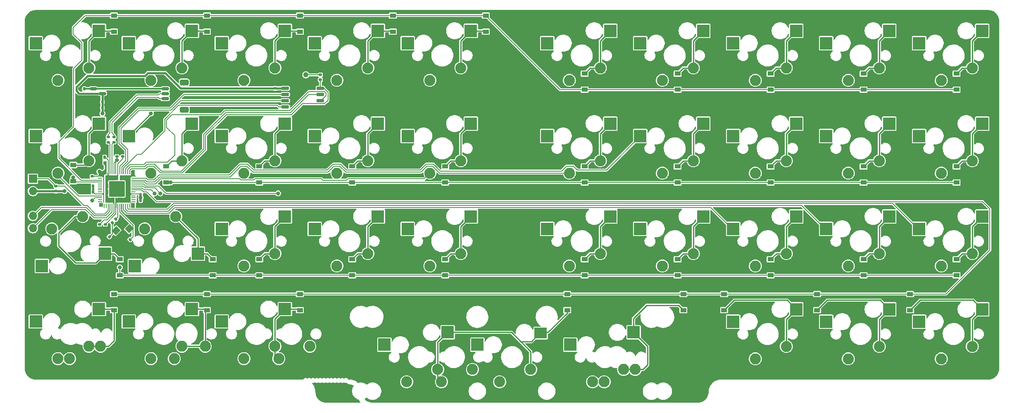
<source format=gbl>
%TF.GenerationSoftware,KiCad,Pcbnew,7.0.6*%
%TF.CreationDate,2023-12-03T11:03:35-05:00*%
%TF.ProjectId,cutiepie2040-ortho-hotswap-solder-pcb,63757469-6570-4696-9532-3034302d6f72,rev?*%
%TF.SameCoordinates,PX27bdd2cPY74f41bc*%
%TF.FileFunction,Copper,L2,Bot*%
%TF.FilePolarity,Positive*%
%FSLAX46Y46*%
G04 Gerber Fmt 4.6, Leading zero omitted, Abs format (unit mm)*
G04 Created by KiCad (PCBNEW 7.0.6) date 2023-12-03 11:03:35*
%MOMM*%
%LPD*%
G01*
G04 APERTURE LIST*
G04 Aperture macros list*
%AMRoundRect*
0 Rectangle with rounded corners*
0 $1 Rounding radius*
0 $2 $3 $4 $5 $6 $7 $8 $9 X,Y pos of 4 corners*
0 Add a 4 corners polygon primitive as box body*
4,1,4,$2,$3,$4,$5,$6,$7,$8,$9,$2,$3,0*
0 Add four circle primitives for the rounded corners*
1,1,$1+$1,$2,$3*
1,1,$1+$1,$4,$5*
1,1,$1+$1,$6,$7*
1,1,$1+$1,$8,$9*
0 Add four rect primitives between the rounded corners*
20,1,$1+$1,$2,$3,$4,$5,0*
20,1,$1+$1,$4,$5,$6,$7,0*
20,1,$1+$1,$6,$7,$8,$9,0*
20,1,$1+$1,$8,$9,$2,$3,0*%
%AMRotRect*
0 Rectangle, with rotation*
0 The origin of the aperture is its center*
0 $1 length*
0 $2 width*
0 $3 Rotation angle, in degrees counterclockwise*
0 Add horizontal line*
21,1,$1,$2,0,0,$3*%
G04 Aperture macros list end*
%TA.AperFunction,SMDPad,CuDef*%
%ADD10R,2.550000X2.500000*%
%TD*%
%TA.AperFunction,ComponentPad*%
%ADD11C,2.250000*%
%TD*%
%TA.AperFunction,SMDPad,CuDef*%
%ADD12RoundRect,0.140000X0.170000X-0.140000X0.170000X0.140000X-0.170000X0.140000X-0.170000X-0.140000X0*%
%TD*%
%TA.AperFunction,SMDPad,CuDef*%
%ADD13R,1.200000X0.900000*%
%TD*%
%TA.AperFunction,SMDPad,CuDef*%
%ADD14RoundRect,0.140000X0.021213X-0.219203X0.219203X-0.021213X-0.021213X0.219203X-0.219203X0.021213X0*%
%TD*%
%TA.AperFunction,SMDPad,CuDef*%
%ADD15RoundRect,0.135000X0.035355X-0.226274X0.226274X-0.035355X-0.035355X0.226274X-0.226274X0.035355X0*%
%TD*%
%TA.AperFunction,SMDPad,CuDef*%
%ADD16RoundRect,0.135000X-0.185000X0.135000X-0.185000X-0.135000X0.185000X-0.135000X0.185000X0.135000X0*%
%TD*%
%TA.AperFunction,ComponentPad*%
%ADD17R,1.050000X1.050000*%
%TD*%
%TA.AperFunction,ComponentPad*%
%ADD18C,1.050000*%
%TD*%
%TA.AperFunction,SMDPad,CuDef*%
%ADD19RoundRect,0.140000X0.140000X0.170000X-0.140000X0.170000X-0.140000X-0.170000X0.140000X-0.170000X0*%
%TD*%
%TA.AperFunction,SMDPad,CuDef*%
%ADD20RoundRect,0.140000X-0.140000X-0.170000X0.140000X-0.170000X0.140000X0.170000X-0.140000X0.170000X0*%
%TD*%
%TA.AperFunction,SMDPad,CuDef*%
%ADD21RoundRect,0.140000X-0.170000X0.140000X-0.170000X-0.140000X0.170000X-0.140000X0.170000X0.140000X0*%
%TD*%
%TA.AperFunction,SMDPad,CuDef*%
%ADD22RoundRect,0.150000X0.587500X0.150000X-0.587500X0.150000X-0.587500X-0.150000X0.587500X-0.150000X0*%
%TD*%
%TA.AperFunction,SMDPad,CuDef*%
%ADD23R,2.550000X2.170000*%
%TD*%
%TA.AperFunction,SMDPad,CuDef*%
%ADD24RoundRect,0.135000X0.185000X-0.135000X0.185000X0.135000X-0.185000X0.135000X-0.185000X-0.135000X0*%
%TD*%
%TA.AperFunction,SMDPad,CuDef*%
%ADD25RoundRect,0.150000X0.650000X0.150000X-0.650000X0.150000X-0.650000X-0.150000X0.650000X-0.150000X0*%
%TD*%
%TA.AperFunction,SMDPad,CuDef*%
%ADD26RoundRect,0.050000X0.387500X0.050000X-0.387500X0.050000X-0.387500X-0.050000X0.387500X-0.050000X0*%
%TD*%
%TA.AperFunction,SMDPad,CuDef*%
%ADD27RoundRect,0.050000X0.050000X0.387500X-0.050000X0.387500X-0.050000X-0.387500X0.050000X-0.387500X0*%
%TD*%
%TA.AperFunction,ComponentPad*%
%ADD28C,0.700000*%
%TD*%
%TA.AperFunction,SMDPad,CuDef*%
%ADD29RoundRect,0.144000X1.456000X1.456000X-1.456000X1.456000X-1.456000X-1.456000X1.456000X-1.456000X0*%
%TD*%
%TA.AperFunction,ComponentPad*%
%ADD30R,1.700000X1.700000*%
%TD*%
%TA.AperFunction,ComponentPad*%
%ADD31O,1.700000X1.700000*%
%TD*%
%TA.AperFunction,SMDPad,CuDef*%
%ADD32RoundRect,0.140000X0.219203X0.021213X0.021213X0.219203X-0.219203X-0.021213X-0.021213X-0.219203X0*%
%TD*%
%TA.AperFunction,SMDPad,CuDef*%
%ADD33RoundRect,0.150000X-0.625000X0.150000X-0.625000X-0.150000X0.625000X-0.150000X0.625000X0.150000X0*%
%TD*%
%TA.AperFunction,SMDPad,CuDef*%
%ADD34RoundRect,0.250000X-0.650000X0.350000X-0.650000X-0.350000X0.650000X-0.350000X0.650000X0.350000X0*%
%TD*%
%TA.AperFunction,SMDPad,CuDef*%
%ADD35RotRect,1.400000X1.200000X45.000000*%
%TD*%
%TA.AperFunction,ViaPad*%
%ADD36C,0.800000*%
%TD*%
%TA.AperFunction,Conductor*%
%ADD37C,0.200000*%
%TD*%
%TA.AperFunction,Conductor*%
%ADD38C,0.400000*%
%TD*%
%TA.AperFunction,Conductor*%
%ADD39C,0.300000*%
%TD*%
%TA.AperFunction,Conductor*%
%ADD40C,0.250000*%
%TD*%
G04 APERTURE END LIST*
D10*
%TO.P,MX15,1,COL*%
%TO.N,col3*%
X59589938Y35877766D03*
D11*
X64134938Y28257766D03*
%TO.P,MX15,2,ROW*%
%TO.N,Net-(D15-A)*%
X70484938Y30797766D03*
D10*
X72516938Y38417766D03*
%TD*%
%TO.P,MX11,1,COL*%
%TO.N,col2*%
X40539938Y35877766D03*
D11*
X45084938Y28257766D03*
%TO.P,MX11,2,ROW*%
%TO.N,Net-(D11-A)*%
X51434938Y30797766D03*
D10*
X53466938Y38417766D03*
%TD*%
D11*
%TO.P,MX7,1,COL*%
%TO.N,col1*%
X24764938Y35877766D03*
D10*
X22732938Y28257766D03*
%TO.P,MX7,2,ROW*%
%TO.N,Net-(D7-A)*%
X35659938Y30797766D03*
D11*
X31114938Y38417766D03*
%TD*%
%TO.P,MX3,1,COL*%
%TO.N,col0*%
X5714938Y35877766D03*
D10*
X3682938Y28257766D03*
%TO.P,MX3,2,ROW*%
%TO.N,Net-(D3-A)*%
X16609938Y30797766D03*
D11*
X12064938Y38417766D03*
%TD*%
D10*
%TO.P,MX2,1,COL*%
%TO.N,col0*%
X2439938Y54927766D03*
D11*
X6984938Y47307766D03*
%TO.P,MX2,2,ROW*%
%TO.N,Net-(D2-A)*%
X13334938Y49847766D03*
D10*
X15366938Y57467766D03*
%TD*%
%TO.P,MX6,1,COL*%
%TO.N,col1*%
X21489938Y54927766D03*
D11*
X26034938Y47307766D03*
%TO.P,MX6,2,ROW*%
%TO.N,Net-(D6-A)*%
X32384938Y49847766D03*
D10*
X34416938Y57467766D03*
%TD*%
%TO.P,MX10,1,COL*%
%TO.N,col2*%
X40539938Y54927766D03*
D11*
X45084938Y47307766D03*
%TO.P,MX10,2,ROW*%
%TO.N,Net-(D10-A)*%
X51434938Y49847766D03*
D10*
X53466938Y57467766D03*
%TD*%
%TO.P,MX14,1,COL*%
%TO.N,col3*%
X59589938Y54927766D03*
D11*
X64134938Y47307766D03*
%TO.P,MX14,2,ROW*%
%TO.N,Net-(D14-A)*%
X70484938Y49847766D03*
D10*
X72516938Y57467766D03*
%TD*%
%TO.P,MX16,1,COL*%
%TO.N,col4*%
X78639938Y73977766D03*
D11*
X83184938Y66357766D03*
%TO.P,MX16,2,ROW*%
%TO.N,Net-(D16-A)*%
X89534938Y68897766D03*
D10*
X91566938Y76517766D03*
%TD*%
%TO.P,MX17,1,COL*%
%TO.N,col4*%
X78639938Y54927766D03*
D11*
X83184938Y47307766D03*
%TO.P,MX17,2,ROW*%
%TO.N,Net-(D17-A)*%
X89534938Y49847766D03*
D10*
X91566938Y57467766D03*
%TD*%
%TO.P,MX18,1,COL*%
%TO.N,col4*%
X78639938Y35877766D03*
D11*
X83184938Y28257766D03*
%TO.P,MX18,2,ROW*%
%TO.N,Net-(D18-A)*%
X89534938Y30797766D03*
D10*
X91566938Y38417766D03*
%TD*%
%TO.P,MX4,1,COL*%
%TO.N,col0*%
X2439938Y16857344D03*
D11*
X6984938Y9237344D03*
%TO.P,MX4,2,ROW*%
%TO.N,Net-(D4-A)*%
X13334938Y11777344D03*
D10*
X15366938Y19397344D03*
%TD*%
%TO.P,MX8,1,COL*%
%TO.N,col1*%
X21489954Y16857344D03*
D11*
X26034954Y9237344D03*
%TO.P,MX8,2,ROW*%
%TO.N,Net-(D8-A)*%
X32384954Y11777344D03*
D10*
X34416954Y19397344D03*
%TD*%
%TO.P,MX12,1,COL*%
%TO.N,col2*%
X40539970Y16857344D03*
D11*
X45084970Y9237344D03*
%TO.P,MX12,2,ROW*%
%TO.N,Net-(D12-A)*%
X51434970Y11777344D03*
D10*
X53466970Y19397344D03*
%TD*%
%TO.P,MX19,1,COL*%
%TO.N,col4*%
X73877498Y12094840D03*
D11*
X78422498Y4474840D03*
%TO.P,MX19,2,ROW*%
%TO.N,Net-(D19-A)*%
X84772498Y7014840D03*
D10*
X86804498Y14634840D03*
%TD*%
%TO.P,MX23,1,COL*%
%TO.N,col5*%
X111977530Y12094840D03*
D11*
X116522530Y4474840D03*
%TO.P,MX23,2,ROW*%
%TO.N,Net-(D23-A)*%
X122872530Y7014840D03*
D10*
X124904530Y14634840D03*
%TD*%
D11*
%TO.P,MX41,1,COL*%
%TO.N,col2*%
X58578726Y11777344D03*
%TO.P,MX41,2,ROW*%
%TO.N,Net-(D12-A)*%
X52228726Y9237344D03*
%TD*%
%TO.P,MX39,1,COL*%
%TO.N,col0*%
X9366190Y9237344D03*
%TO.P,MX39,2,ROW*%
%TO.N,Net-(D4-A)*%
X15716190Y11777344D03*
%TD*%
%TO.P,MX40,1,COL*%
%TO.N,col1*%
X30797458Y9237344D03*
%TO.P,MX40,2,ROW*%
%TO.N,Net-(D8-A)*%
X37147458Y11777344D03*
%TD*%
%TO.P,MX43,1,COL*%
%TO.N,col4*%
X91916254Y7014840D03*
%TO.P,MX43,2,ROW*%
%TO.N,Net-(D19-A)*%
X85566254Y4474840D03*
%TD*%
%TO.P,MX46,1,COL*%
%TO.N,col5*%
X118903782Y4474840D03*
%TO.P,MX46,2,ROW*%
%TO.N,Net-(D23-A)*%
X125253782Y7014840D03*
%TD*%
%TO.P,MX35,1,COL*%
%TO.N,col9*%
X187959938Y66357766D03*
D10*
X183414938Y73977766D03*
%TO.P,MX35,2,ROW*%
%TO.N,Net-(D35-A)*%
X196341938Y76517766D03*
D11*
X194309938Y68897766D03*
%TD*%
D12*
%TO.P,C_1V-Decoup2,1*%
%TO.N,+1V1*%
X20240676Y50717004D03*
%TO.P,C_1V-Decoup2,2*%
%TO.N,GND*%
X20240676Y51677004D03*
%TD*%
D11*
%TO.P,MX1,1,COL*%
%TO.N,col0*%
X6984938Y66357766D03*
D10*
X2439938Y73977766D03*
%TO.P,MX1,2,ROW*%
%TO.N,Net-(D1-A)*%
X15366938Y76517766D03*
D11*
X13334938Y68897766D03*
%TD*%
D13*
%TO.P,D6,1,K*%
%TO.N,row1*%
X29170386Y45379806D03*
%TO.P,D6,2,A*%
%TO.N,Net-(D6-A)*%
X29170386Y48679806D03*
%TD*%
%TO.P,D14,1,K*%
%TO.N,row1*%
X67270482Y45379806D03*
%TO.P,D14,2,A*%
%TO.N,Net-(D14-A)*%
X67270482Y48679806D03*
%TD*%
D14*
%TO.P,C_Crystal1,1*%
%TO.N,GND*%
X21091893Y32998173D03*
%TO.P,C_Crystal1,2*%
%TO.N,XTAL_IN*%
X21770715Y33676995D03*
%TD*%
D11*
%TO.P,MX22,1,COL*%
%TO.N,col5*%
X111759938Y28257766D03*
D10*
X107214938Y35877766D03*
%TO.P,MX22,2,ROW*%
%TO.N,Net-(D22-A)*%
X120141938Y38417766D03*
D11*
X118109938Y30797766D03*
%TD*%
D13*
%TO.P,D37,1,K*%
%TO.N,row2*%
X191095794Y26329758D03*
%TO.P,D37,2,A*%
%TO.N,Net-(D37-A)*%
X191095794Y29629758D03*
%TD*%
D15*
%TO.P,R_Crystal1,1*%
%TO.N,Net-(C_Crystal2-Pad2)*%
X18094110Y37144158D03*
%TO.P,R_Crystal1,2*%
%TO.N,XTAL_OUT*%
X18815358Y37865406D03*
%TD*%
D13*
%TO.P,D17,1,K*%
%TO.N,row1*%
X86320530Y45379806D03*
%TO.P,D17,2,A*%
%TO.N,Net-(D17-A)*%
X86320530Y48679806D03*
%TD*%
D11*
%TO.P,MX30,1,COL*%
%TO.N,col7*%
X149859938Y9207766D03*
D10*
X145314938Y16827766D03*
%TO.P,MX30,2,ROW*%
%TO.N,Net-(D30-A)*%
X158241938Y19367766D03*
D11*
X156209938Y11747766D03*
%TD*%
D16*
%TO.P,R_Flash1,1*%
%TO.N,Net-(R_Flash1-Pad1)*%
X60750144Y67482825D03*
%TO.P,R_Flash1,2*%
%TO.N,CS*%
X60750144Y66462825D03*
%TD*%
D17*
%TO.P,SW1,1,1*%
%TO.N,GND*%
X56500145Y67482825D03*
D18*
%TO.P,SW1,2,2*%
%TO.N,Net-(R_Flash1-Pad1)*%
X57770145Y67482825D03*
%TD*%
D13*
%TO.P,D8,1,K*%
%TO.N,row3*%
X37504782Y22485990D03*
%TO.P,D8,2,A*%
%TO.N,Net-(D8-A)*%
X37504782Y19185990D03*
%TD*%
%TO.P,D20,1,K*%
%TO.N,row0*%
X114895602Y64429854D03*
%TO.P,D20,2,A*%
%TO.N,Net-(D20-A)*%
X114895602Y67729854D03*
%TD*%
%TO.P,D15,1,K*%
%TO.N,row2*%
X67270482Y26329758D03*
%TO.P,D15,2,A*%
%TO.N,Net-(D15-A)*%
X67270482Y29629758D03*
%TD*%
%TO.P,D31,1,K*%
%TO.N,row0*%
X172045746Y64429854D03*
%TO.P,D31,2,A*%
%TO.N,Net-(D31-A)*%
X172045746Y67729854D03*
%TD*%
D19*
%TO.P,C_3V-Decoup2,1*%
%TO.N,+3V3*%
X16553478Y49411062D03*
%TO.P,C_3V-Decoup2,2*%
%TO.N,GND*%
X15593478Y49411062D03*
%TD*%
D13*
%TO.P,D13,1,K*%
%TO.N,row0*%
X75604878Y79636134D03*
%TO.P,D13,2,A*%
%TO.N,Net-(D13-A)*%
X75604878Y76336134D03*
%TD*%
%TO.P,D23,1,K*%
%TO.N,row3*%
X135136278Y22485990D03*
%TO.P,D23,2,A*%
%TO.N,Net-(D23-A)*%
X135136278Y19185990D03*
%TD*%
D11*
%TO.P,MX33,1,COL*%
%TO.N,col8*%
X168909938Y28257766D03*
D10*
X164364938Y35877766D03*
%TO.P,MX33,2,ROW*%
%TO.N,Net-(D33-A)*%
X177291938Y38417766D03*
D11*
X175259938Y30797766D03*
%TD*%
D12*
%TO.P,C_3V-Decoup7,1*%
%TO.N,+3V3*%
X19050048Y50717004D03*
%TO.P,C_3V-Decoup7,2*%
%TO.N,GND*%
X19050048Y51677004D03*
%TD*%
D13*
%TO.P,D32,1,K*%
%TO.N,row1*%
X172045746Y45379806D03*
%TO.P,D32,2,A*%
%TO.N,Net-(D32-A)*%
X172045746Y48679806D03*
%TD*%
%TO.P,D4,1,K*%
%TO.N,row3*%
X18454734Y22485990D03*
%TO.P,D4,2,A*%
%TO.N,Net-(D4-A)*%
X18454734Y19185990D03*
%TD*%
D11*
%TO.P,MX13,1,COL*%
%TO.N,col3*%
X64134938Y66357766D03*
D10*
X59589938Y73977766D03*
%TO.P,MX13,2,ROW*%
%TO.N,Net-(D13-A)*%
X72516938Y76517766D03*
D11*
X70484938Y68897766D03*
%TD*%
D20*
%TO.P,C_3V-Decoup9,1*%
%TO.N,+3V3*%
X23927874Y42862608D03*
%TO.P,C_3V-Decoup9,2*%
%TO.N,GND*%
X24887874Y42862608D03*
%TD*%
D19*
%TO.P,C_3V-Decoup4,1*%
%TO.N,+3V3*%
X14172222Y43457922D03*
%TO.P,C_3V-Decoup4,2*%
%TO.N,GND*%
X13212222Y43457922D03*
%TD*%
D13*
%TO.P,D26,1,K*%
%TO.N,row2*%
X133945650Y26329758D03*
%TO.P,D26,2,A*%
%TO.N,Net-(D26-A)*%
X133945650Y29629758D03*
%TD*%
D11*
%TO.P,MX29,1,COL*%
%TO.N,col7*%
X149859938Y28257766D03*
D10*
X145314938Y35877766D03*
%TO.P,MX29,2,ROW*%
%TO.N,Net-(D29-A)*%
X158241938Y38417766D03*
D11*
X156209938Y30797766D03*
%TD*%
D13*
%TO.P,D28,1,K*%
%TO.N,row1*%
X152995698Y45379806D03*
%TO.P,D28,2,A*%
%TO.N,Net-(D28-A)*%
X152995698Y48679806D03*
%TD*%
D16*
%TO.P,R_DATA1,1*%
%TO.N,D+*%
X18454734Y54683574D03*
%TO.P,R_DATA1,2*%
%TO.N,Net-(U1-USB_DP)*%
X18454734Y53663574D03*
%TD*%
D11*
%TO.P,MX5,1,COL*%
%TO.N,col1*%
X26034938Y66357766D03*
D10*
X21489938Y73977766D03*
%TO.P,MX5,2,ROW*%
%TO.N,Net-(D5-A)*%
X34416938Y76517766D03*
D11*
X32384938Y68897766D03*
%TD*%
D21*
%TO.P,C_3V-Decoup8,1*%
%TO.N,+3V3*%
X16668792Y36794154D03*
%TO.P,C_3V-Decoup8,2*%
%TO.N,GND*%
X16668792Y35834154D03*
%TD*%
D11*
%TO.P,MX24,1,COL*%
%TO.N,col6*%
X130809938Y66357766D03*
D10*
X126264938Y73977766D03*
%TO.P,MX24,2,ROW*%
%TO.N,Net-(D24-A)*%
X139191938Y76517766D03*
D11*
X137159938Y68897766D03*
%TD*%
D12*
%TO.P,C_Flash1,1*%
%TO.N,+3V3*%
X51494661Y64706883D03*
%TO.P,C_Flash1,2*%
%TO.N,GND*%
X51494661Y65666883D03*
%TD*%
D11*
%TO.P,MX21,1,COL*%
%TO.N,col5*%
X111759938Y47307766D03*
D10*
X107214938Y54927766D03*
%TO.P,MX21,2,ROW*%
%TO.N,Net-(D21-A)*%
X120141938Y57467766D03*
D11*
X118109938Y49847766D03*
%TD*%
%TO.P,MX32,1,COL*%
%TO.N,col8*%
X168909938Y47307766D03*
D10*
X164364938Y54927766D03*
%TO.P,MX32,2,ROW*%
%TO.N,Net-(D32-A)*%
X177291938Y57467766D03*
D11*
X175259938Y49847766D03*
%TD*%
%TO.P,MX38,1,COL*%
%TO.N,col9*%
X187959938Y9207766D03*
D10*
X183414938Y16827766D03*
%TO.P,MX38,2,ROW*%
%TO.N,Net-(D38-A)*%
X196341938Y19367766D03*
D11*
X194309938Y11747766D03*
%TD*%
D13*
%TO.P,D10,1,K*%
%TO.N,row1*%
X48220434Y45379806D03*
%TO.P,D10,2,A*%
%TO.N,Net-(D10-A)*%
X48220434Y48679806D03*
%TD*%
D11*
%TO.P,MX20,1,COL*%
%TO.N,col5*%
X111759938Y66357766D03*
D10*
X107214938Y73977766D03*
%TO.P,MX20,2,ROW*%
%TO.N,Net-(D20-A)*%
X120141938Y76517766D03*
D11*
X118109938Y68897766D03*
%TD*%
D13*
%TO.P,D35,1,K*%
%TO.N,row0*%
X191095794Y64429854D03*
%TO.P,D35,2,A*%
%TO.N,Net-(D35-A)*%
X191095794Y67729854D03*
%TD*%
%TO.P,D38,1,K*%
%TO.N,row3*%
X181570770Y22485990D03*
%TO.P,D38,2,A*%
%TO.N,Net-(D38-A)*%
X181570770Y19185990D03*
%TD*%
%TO.P,D19,1,K*%
%TO.N,row3*%
X111323718Y22485990D03*
%TO.P,D19,2,A*%
%TO.N,Net-(D19-A)*%
X111323718Y19185990D03*
%TD*%
D22*
%TO.P,U3,1,GND*%
%TO.N,GND*%
X16073478Y65553284D03*
%TO.P,U3,2,VO*%
%TO.N,+3V3*%
X16073478Y63653284D03*
%TO.P,U3,3,VI*%
%TO.N,+5V*%
X14198478Y64603284D03*
%TD*%
D11*
%TO.P,MX36,1,COL*%
%TO.N,col9*%
X187959938Y47307766D03*
D10*
X183414938Y54927766D03*
%TO.P,MX36,2,ROW*%
%TO.N,Net-(D36-A)*%
X196341938Y57467766D03*
D11*
X194309938Y49847766D03*
%TD*%
D13*
%TO.P,D25,1,K*%
%TO.N,row1*%
X133945650Y45379806D03*
%TO.P,D25,2,A*%
%TO.N,Net-(D25-A)*%
X133945650Y48679806D03*
%TD*%
D11*
%TO.P,MX37,1,COL*%
%TO.N,col9*%
X187959938Y28257766D03*
D10*
X183414938Y35877766D03*
%TO.P,MX37,2,ROW*%
%TO.N,Net-(D37-A)*%
X196341938Y38417766D03*
D11*
X194309938Y30797766D03*
%TD*%
D13*
%TO.P,D11,1,K*%
%TO.N,row2*%
X48220434Y26329758D03*
%TO.P,D11,2,A*%
%TO.N,Net-(D11-A)*%
X48220434Y29629758D03*
%TD*%
D21*
%TO.P,C_1V-Decoup3,1*%
%TO.N,+1V1*%
X15478164Y36794154D03*
%TO.P,C_1V-Decoup3,2*%
%TO.N,GND*%
X15478164Y35834154D03*
%TD*%
D11*
%TO.P,MX26,1,COL*%
%TO.N,col6*%
X130809938Y28257766D03*
D10*
X126264938Y35877766D03*
%TO.P,MX26,2,ROW*%
%TO.N,Net-(D26-A)*%
X139191938Y38417766D03*
D11*
X137159938Y30797766D03*
%TD*%
D13*
%TO.P,D18,1,K*%
%TO.N,row2*%
X86320530Y26329758D03*
%TO.P,D18,2,A*%
%TO.N,Net-(D18-A)*%
X86320530Y29629758D03*
%TD*%
D11*
%TO.P,MX44,1,COL*%
%TO.N,col4*%
X97472514Y4474840D03*
D10*
X92927514Y12094840D03*
D23*
%TO.P,MX44,2,ROW*%
%TO.N,Net-(D19-A)*%
X105854514Y14469840D03*
D11*
X103822514Y7014840D03*
%TD*%
%TO.P,MX9,1,COL*%
%TO.N,col2*%
X45084938Y66357766D03*
D10*
X40539938Y73977766D03*
%TO.P,MX9,2,ROW*%
%TO.N,Net-(D9-A)*%
X53466938Y76517766D03*
D11*
X51434938Y68897766D03*
%TD*%
D13*
%TO.P,D34,1,K*%
%TO.N,row3*%
X162520722Y22485990D03*
%TO.P,D34,2,A*%
%TO.N,Net-(D34-A)*%
X162520722Y19185990D03*
%TD*%
%TO.P,D2,1,K*%
%TO.N,row1*%
X10120338Y45677463D03*
%TO.P,D2,2,A*%
%TO.N,Net-(D2-A)*%
X10120338Y48977463D03*
%TD*%
%TO.P,D3,1,K*%
%TO.N,row2*%
X19645362Y26329758D03*
%TO.P,D3,2,A*%
%TO.N,Net-(D3-A)*%
X19645362Y29629758D03*
%TD*%
%TO.P,D29,1,K*%
%TO.N,row2*%
X152995698Y26329758D03*
%TO.P,D29,2,A*%
%TO.N,Net-(D29-A)*%
X152995698Y29629758D03*
%TD*%
%TO.P,D16,1,K*%
%TO.N,row0*%
X94654926Y79636134D03*
%TO.P,D16,2,A*%
%TO.N,Net-(D16-A)*%
X94654926Y76336134D03*
%TD*%
D20*
%TO.P,C_3V-Decoup6,1*%
%TO.N,+3V3*%
X23927874Y41671980D03*
%TO.P,C_3V-Decoup6,2*%
%TO.N,GND*%
X24887874Y41671980D03*
%TD*%
D13*
%TO.P,D30,1,K*%
%TO.N,row3*%
X143470674Y22485990D03*
%TO.P,D30,2,A*%
%TO.N,Net-(D30-A)*%
X143470674Y19185990D03*
%TD*%
%TO.P,D1,1,K*%
%TO.N,row0*%
X18454734Y79636134D03*
%TO.P,D1,2,A*%
%TO.N,Net-(D1-A)*%
X18454734Y76336134D03*
%TD*%
D19*
%TO.P,C_3V-Decoup1,1*%
%TO.N,+3V3*%
X16073478Y60722028D03*
%TO.P,C_3V-Decoup1,2*%
%TO.N,GND*%
X15113478Y60722028D03*
%TD*%
%TO.P,C_LD1,1*%
%TO.N,+5V*%
X12386280Y64603284D03*
%TO.P,C_LD1,2*%
%TO.N,GND*%
X11426280Y64603284D03*
%TD*%
D24*
%TO.P,R_RST1,1*%
%TO.N,+3V3*%
X6548454Y43628550D03*
%TO.P,R_RST1,2*%
%TO.N,RESET*%
X6548454Y44648550D03*
%TD*%
D25*
%TO.P,U2,1,~{CS}*%
%TO.N,CS*%
X60750144Y64710627D03*
%TO.P,U2,2,DO(IO1)*%
%TO.N,SD1*%
X60750144Y63440627D03*
%TO.P,U2,3,IO2*%
%TO.N,SD2*%
X60750144Y62170627D03*
%TO.P,U2,4,GND*%
%TO.N,GND*%
X60750144Y60900627D03*
%TO.P,U2,5,DI(IO0)*%
%TO.N,SD0*%
X53550144Y60900627D03*
%TO.P,U2,6,CLK*%
%TO.N,QSPI_CLK*%
X53550144Y62170627D03*
%TO.P,U2,7,IO3*%
%TO.N,SD3*%
X53550144Y63440627D03*
%TO.P,U2,8,VCC*%
%TO.N,+3V3*%
X53550144Y64710627D03*
%TD*%
D13*
%TO.P,D33,1,K*%
%TO.N,row2*%
X172045746Y26329758D03*
%TO.P,D33,2,A*%
%TO.N,Net-(D33-A)*%
X172045746Y29629758D03*
%TD*%
%TO.P,D36,1,K*%
%TO.N,row1*%
X191095794Y45379806D03*
%TO.P,D36,2,A*%
%TO.N,Net-(D36-A)*%
X191095794Y48679806D03*
%TD*%
%TO.P,D7,1,K*%
%TO.N,row2*%
X38695410Y26329758D03*
%TO.P,D7,2,A*%
%TO.N,Net-(D7-A)*%
X38695410Y29629758D03*
%TD*%
%TO.P,D12,1,K*%
%TO.N,row3*%
X56554830Y22485990D03*
%TO.P,D12,2,A*%
%TO.N,Net-(D12-A)*%
X56554830Y19185990D03*
%TD*%
D19*
%TO.P,C_1V-Decoup1,1*%
%TO.N,+1V1*%
X16553478Y50601690D03*
%TO.P,C_1V-Decoup1,2*%
%TO.N,GND*%
X15593478Y50601690D03*
%TD*%
D12*
%TO.P,C_3V-Decoup3,1*%
%TO.N,+3V3*%
X13989879Y46653236D03*
%TO.P,C_3V-Decoup3,2*%
%TO.N,GND*%
X13989879Y47613236D03*
%TD*%
D11*
%TO.P,MX27,1,COL*%
%TO.N,col7*%
X149859938Y66357766D03*
D10*
X145314938Y73977766D03*
%TO.P,MX27,2,ROW*%
%TO.N,Net-(D27-A)*%
X158241938Y76517766D03*
D11*
X156209938Y68897766D03*
%TD*%
D13*
%TO.P,D22,1,K*%
%TO.N,row2*%
X114895602Y26329758D03*
%TO.P,D22,2,A*%
%TO.N,Net-(D22-A)*%
X114895602Y29629758D03*
%TD*%
D26*
%TO.P,U1,1,IOVDD*%
%TO.N,+3V3*%
X22487548Y46653236D03*
%TO.P,U1,2,GPIO0*%
%TO.N,col6*%
X22487548Y46253236D03*
%TO.P,U1,3,GPIO1*%
%TO.N,col5*%
X22487548Y45853236D03*
%TO.P,U1,4,GPIO2*%
%TO.N,col4*%
X22487548Y45453236D03*
%TO.P,U1,5,GPIO3*%
%TO.N,col3*%
X22487548Y45053236D03*
%TO.P,U1,6,GPIO4*%
%TO.N,col2*%
X22487548Y44653236D03*
%TO.P,U1,7,GPIO5*%
%TO.N,col1*%
X22487548Y44253236D03*
%TO.P,U1,8,GPIO6*%
%TO.N,row3*%
X22487548Y43853236D03*
%TO.P,U1,9,GPIO7*%
%TO.N,unconnected-(U1-GPIO7-Pad9)*%
X22487548Y43453236D03*
%TO.P,U1,10,IOVDD*%
%TO.N,+3V3*%
X22487548Y43053236D03*
%TO.P,U1,11,GPIO8*%
%TO.N,unconnected-(U1-GPIO8-Pad11)*%
X22487548Y42653236D03*
%TO.P,U1,12,GPIO9*%
%TO.N,unconnected-(U1-GPIO9-Pad12)*%
X22487548Y42253236D03*
%TO.P,U1,13,GPIO10*%
%TO.N,unconnected-(U1-GPIO10-Pad13)*%
X22487548Y41853236D03*
%TO.P,U1,14,GPIO11*%
%TO.N,unconnected-(U1-GPIO11-Pad14)*%
X22487548Y41453236D03*
D27*
%TO.P,U1,15,GPIO12*%
%TO.N,unconnected-(U1-GPIO12-Pad15)*%
X21650048Y40615736D03*
%TO.P,U1,16,GPIO13*%
%TO.N,col9*%
X21250048Y40615736D03*
%TO.P,U1,17,GPIO14*%
%TO.N,col8*%
X20850048Y40615736D03*
%TO.P,U1,18,GPIO15*%
%TO.N,col7*%
X20450048Y40615736D03*
%TO.P,U1,19,TESTEN*%
%TO.N,GND*%
X20050048Y40615736D03*
%TO.P,U1,20,XIN*%
%TO.N,XTAL_IN*%
X19650048Y40615736D03*
%TO.P,U1,21,XOUT*%
%TO.N,XTAL_OUT*%
X19250048Y40615736D03*
%TO.P,U1,22,IOVDD*%
%TO.N,+3V3*%
X18850048Y40615736D03*
%TO.P,U1,23,DVDD*%
%TO.N,+1V1*%
X18450048Y40615736D03*
%TO.P,U1,24,SWCLK*%
%TO.N,SWCLK*%
X18050048Y40615736D03*
%TO.P,U1,25,SWD*%
%TO.N,SWDIO*%
X17650048Y40615736D03*
%TO.P,U1,26,RUN*%
%TO.N,RESET*%
X17250048Y40615736D03*
%TO.P,U1,27,GPIO16*%
%TO.N,unconnected-(U1-GPIO16-Pad27)*%
X16850048Y40615736D03*
%TO.P,U1,28,GPIO17*%
%TO.N,unconnected-(U1-GPIO17-Pad28)*%
X16450048Y40615736D03*
D26*
%TO.P,U1,29,GPIO18*%
%TO.N,unconnected-(U1-GPIO18-Pad29)*%
X15612548Y41453236D03*
%TO.P,U1,30,GPIO19*%
%TO.N,unconnected-(U1-GPIO19-Pad30)*%
X15612548Y41853236D03*
%TO.P,U1,31,GPIO20*%
%TO.N,row2*%
X15612548Y42253236D03*
%TO.P,U1,32,GPIO21*%
%TO.N,col0*%
X15612548Y42653236D03*
%TO.P,U1,33,IOVDD*%
%TO.N,+3V3*%
X15612548Y43053236D03*
%TO.P,U1,34,GPIO22*%
%TO.N,unconnected-(U1-GPIO22-Pad34)*%
X15612548Y43453236D03*
%TO.P,U1,35,GPIO23*%
%TO.N,unconnected-(U1-GPIO23-Pad35)*%
X15612548Y43853236D03*
%TO.P,U1,36,GPIO24*%
%TO.N,unconnected-(U1-GPIO24-Pad36)*%
X15612548Y44253236D03*
%TO.P,U1,37,GPIO25*%
%TO.N,unconnected-(U1-GPIO25-Pad37)*%
X15612548Y44653236D03*
%TO.P,U1,38,GPIO26_ADC0*%
%TO.N,unconnected-(U1-GPIO26_ADC0-Pad38)*%
X15612548Y45053236D03*
%TO.P,U1,39,GPIO27_ADC1*%
%TO.N,row1*%
X15612548Y45453236D03*
%TO.P,U1,40,GPIO28_ADC2*%
%TO.N,row0*%
X15612548Y45853236D03*
%TO.P,U1,41,GPIO29_ADC3*%
%TO.N,unconnected-(U1-GPIO29_ADC3-Pad41)*%
X15612548Y46253236D03*
%TO.P,U1,42,IOVDD*%
%TO.N,+3V3*%
X15612548Y46653236D03*
D27*
%TO.P,U1,43,ADC_AVDD*%
X16450048Y47490736D03*
%TO.P,U1,44,VREG_IN*%
X16850048Y47490736D03*
%TO.P,U1,45,VREG_VOUT*%
%TO.N,+1V1*%
X17250048Y47490736D03*
%TO.P,U1,46,USB_DM*%
%TO.N,Net-(U1-USB_DM)*%
X17650048Y47490736D03*
%TO.P,U1,47,USB_DP*%
%TO.N,Net-(U1-USB_DP)*%
X18050048Y47490736D03*
%TO.P,U1,48,USB_VDD*%
%TO.N,+3V3*%
X18450048Y47490736D03*
%TO.P,U1,49,IOVDD*%
X18850048Y47490736D03*
%TO.P,U1,50,DVDD*%
%TO.N,+1V1*%
X19250048Y47490736D03*
%TO.P,U1,51,QSPI_SD3*%
%TO.N,SD3*%
X19650048Y47490736D03*
%TO.P,U1,52,QSPI_SCLK*%
%TO.N,QSPI_CLK*%
X20050048Y47490736D03*
%TO.P,U1,53,QSPI_SD0*%
%TO.N,SD0*%
X20450048Y47490736D03*
%TO.P,U1,54,QSPI_SD2*%
%TO.N,SD2*%
X20850048Y47490736D03*
%TO.P,U1,55,QSPI_SD1*%
%TO.N,SD1*%
X21250048Y47490736D03*
%TO.P,U1,56,QSPI_SS*%
%TO.N,CS*%
X21650048Y47490736D03*
D28*
%TO.P,U1,57,GND*%
%TO.N,GND*%
X20325048Y42778236D03*
X20325048Y44053236D03*
X20325048Y45328236D03*
X19050048Y42778236D03*
X19050048Y44053236D03*
D29*
X19050048Y44053236D03*
D28*
X19050048Y45328236D03*
X17775048Y42778236D03*
X17775048Y44053236D03*
X17775048Y45328236D03*
%TD*%
D30*
%TO.P,J2,1,Pin_1*%
%TO.N,RESET*%
X1849938Y46156666D03*
D31*
%TO.P,J2,2,Pin_2*%
%TO.N,+3V3*%
X1849938Y43616666D03*
%TO.P,J2,3,Pin_3*%
%TO.N,GND*%
X1849938Y41076666D03*
%TO.P,J2,4,Pin_4*%
%TO.N,SWDIO*%
X1849938Y38536666D03*
%TO.P,J2,5,Pin_5*%
%TO.N,SWCLK*%
X1849938Y35996666D03*
%TD*%
D13*
%TO.P,D27,1,K*%
%TO.N,row0*%
X152995698Y64429854D03*
%TO.P,D27,2,A*%
%TO.N,Net-(D27-A)*%
X152995698Y67729854D03*
%TD*%
D32*
%TO.P,C_Crystal2,1*%
%TO.N,GND*%
X18198831Y33593487D03*
%TO.P,C_Crystal2,2*%
%TO.N,Net-(C_Crystal2-Pad2)*%
X17520009Y34272309D03*
%TD*%
D11*
%TO.P,MX28,1,COL*%
%TO.N,col7*%
X149859938Y47307766D03*
D10*
X145314938Y54927766D03*
%TO.P,MX28,2,ROW*%
%TO.N,Net-(D28-A)*%
X158241938Y57467766D03*
D11*
X156209938Y49847766D03*
%TD*%
%TO.P,MX25,1,COL*%
%TO.N,col6*%
X130809938Y47307766D03*
D10*
X126264938Y54927766D03*
%TO.P,MX25,2,ROW*%
%TO.N,Net-(D25-A)*%
X139191938Y57467766D03*
D11*
X137159938Y49847766D03*
%TD*%
D13*
%TO.P,D9,1,K*%
%TO.N,row0*%
X56554830Y79636134D03*
%TO.P,D9,2,A*%
%TO.N,Net-(D9-A)*%
X56554830Y76336134D03*
%TD*%
%TO.P,D24,1,K*%
%TO.N,row0*%
X133945650Y64429854D03*
%TO.P,D24,2,A*%
%TO.N,Net-(D24-A)*%
X133945650Y67729854D03*
%TD*%
D19*
%TO.P,C_3V-Decoup5,1*%
%TO.N,+3V3*%
X14172222Y44648550D03*
%TO.P,C_3V-Decoup5,2*%
%TO.N,GND*%
X13212222Y44648550D03*
%TD*%
D16*
%TO.P,R_DATA2,1*%
%TO.N,D-*%
X17264106Y54683574D03*
%TO.P,R_DATA2,2*%
%TO.N,Net-(U1-USB_DM)*%
X17264106Y53663574D03*
%TD*%
D11*
%TO.P,MX34,1,COL*%
%TO.N,col8*%
X168909938Y9207766D03*
D10*
X164364938Y16827766D03*
%TO.P,MX34,2,ROW*%
%TO.N,Net-(D34-A)*%
X177291938Y19367766D03*
D11*
X175259938Y11747766D03*
%TD*%
D19*
%TO.P,C_LD2,1*%
%TO.N,+3V3*%
X16073478Y61912656D03*
%TO.P,C_LD2,2*%
%TO.N,GND*%
X15113478Y61912656D03*
%TD*%
D33*
%TO.P,J1,1,Pin_1*%
%TO.N,+5V*%
X28956328Y64603284D03*
%TO.P,J1,2,Pin_2*%
%TO.N,D-*%
X28956328Y63603284D03*
%TO.P,J1,3,Pin_3*%
%TO.N,D+*%
X28956328Y62603284D03*
%TO.P,J1,4,Pin_4*%
%TO.N,GND*%
X28956328Y61603284D03*
D34*
%TO.P,J1,MP*%
%TO.N,N/C*%
X32831328Y65903284D03*
X32831328Y60303284D03*
%TD*%
D13*
%TO.P,D21,1,K*%
%TO.N,row1*%
X114895602Y45379806D03*
%TO.P,D21,2,A*%
%TO.N,Net-(D21-A)*%
X114895602Y48679806D03*
%TD*%
D35*
%TO.P,Y1,1,1*%
%TO.N,Net-(C_Crystal2-Pad2)*%
X18861818Y35542063D03*
%TO.P,Y1,2,2*%
%TO.N,GND*%
X20417453Y37097698D03*
%TO.P,Y1,3,3*%
%TO.N,XTAL_IN*%
X21619534Y35895617D03*
%TO.P,Y1,4,4*%
%TO.N,GND*%
X20063899Y34339982D03*
%TD*%
D13*
%TO.P,D5,1,K*%
%TO.N,row0*%
X37504782Y79636134D03*
%TO.P,D5,2,A*%
%TO.N,Net-(D5-A)*%
X37504782Y76336134D03*
%TD*%
D11*
%TO.P,MX31,1,COL*%
%TO.N,col8*%
X168909938Y66357766D03*
D10*
X164364938Y73977766D03*
%TO.P,MX31,2,ROW*%
%TO.N,Net-(D31-A)*%
X177291938Y76517766D03*
D11*
X175259938Y68897766D03*
%TD*%
D36*
%TO.N,GND*%
X12501594Y43457922D03*
X23927874Y40615736D03*
X17561763Y65553284D03*
X12799251Y47625120D03*
X13989879Y61317342D03*
X24887874Y40615736D03*
X12799251Y46732149D03*
X14585193Y65553284D03*
%TO.N,+3V3*%
X8334396Y43628550D03*
X19050048Y50006376D03*
X15478164Y47625120D03*
X16073478Y59531400D03*
X23927874Y42267294D03*
%TO.N,row1*%
X10120338Y46434492D03*
X30063357Y45379806D03*
%TO.N,row2*%
X13989879Y41671980D03*
X19645362Y27979758D03*
%TO.N,col0*%
X2381256Y54768888D03*
X2381256Y16668792D03*
X2381256Y73818936D03*
X3571884Y27979758D03*
%TO.N,col1*%
X22621932Y27979758D03*
X21431304Y73818936D03*
X26789130Y43160265D03*
X26034938Y59531400D03*
X21431304Y16668792D03*
X21431304Y54768888D03*
%TO.N,col2*%
X27979758Y43160265D03*
X40481352Y16668792D03*
X40481352Y54768888D03*
X40481352Y35718840D03*
X40481352Y73818936D03*
%TO.N,col3*%
X59531400Y35718840D03*
X59531400Y73818936D03*
X52089975Y43160265D03*
X59531400Y54768888D03*
%TO.N,col4*%
X73818936Y11906280D03*
X78581448Y54768888D03*
X78581448Y35718840D03*
X78581448Y73818936D03*
X92868984Y11906280D03*
%TO.N,col5*%
X107156520Y35718840D03*
X111919032Y11906280D03*
X107156520Y73818936D03*
X107156520Y54768888D03*
%TO.N,col6*%
X126206568Y73818936D03*
X126206568Y54768888D03*
X126206568Y35718840D03*
%TO.N,col7*%
X145256616Y54768888D03*
X145256616Y16668792D03*
X145256616Y73818936D03*
X145256616Y35718840D03*
%TO.N,col8*%
X164306664Y54768888D03*
X164306664Y16668792D03*
X164306664Y35718840D03*
X164306664Y73818936D03*
%TO.N,col9*%
X183356712Y73818936D03*
X183356712Y35718840D03*
X183356712Y54768888D03*
X183356712Y16668792D03*
%TD*%
D37*
%TO.N,+1V1*%
X19250048Y49216426D02*
X20240676Y50207054D01*
X18450048Y39141096D02*
X17038920Y37729968D01*
X16668792Y50601690D02*
X17250048Y50020434D01*
X18450048Y40615736D02*
X18450048Y39141096D01*
X20240676Y50207054D02*
X20240676Y50717004D01*
X19250048Y47490736D02*
X19250048Y49216426D01*
X17250048Y50020434D02*
X17250048Y47490736D01*
X17038920Y37729968D02*
X16413978Y37729968D01*
X16413978Y37729968D02*
X15478164Y36794154D01*
D38*
%TO.N,+3V3*%
X16073478Y63653284D02*
X16073478Y59531400D01*
D37*
X18850048Y49806376D02*
X18850048Y47490736D01*
D38*
X8322512Y43616666D02*
X1849938Y43616666D01*
D37*
X18450048Y49406376D02*
X18450048Y47490736D01*
X18850048Y38975410D02*
X16668792Y36794154D01*
D38*
X14172222Y44648550D02*
X14172222Y43457922D01*
X24790978Y67270482D02*
X25403262Y67882766D01*
X10746280Y64996959D02*
X13019803Y67270482D01*
X10746280Y64209609D02*
X10746280Y64996959D01*
D37*
X19050048Y50006376D02*
X18450048Y49406376D01*
D38*
X28932607Y67882766D02*
X32104746Y64710627D01*
X32104746Y64710627D02*
X53550144Y64710627D01*
D37*
X19050048Y50717004D02*
X19050048Y50006376D01*
X23737246Y43053236D02*
X23927874Y42862608D01*
X19050048Y50006376D02*
X18850048Y49806376D01*
D38*
X25403262Y67882766D02*
X28932607Y67882766D01*
D37*
X14172222Y43457922D02*
X14576908Y43053236D01*
D38*
X8334396Y43628550D02*
X8322512Y43616666D01*
X23927874Y42862608D02*
X23927874Y41671980D01*
X11302605Y63653284D02*
X10746280Y64209609D01*
D37*
X15612548Y46653236D02*
X13989879Y46653236D01*
D38*
X16073478Y63653284D02*
X11302605Y63653284D01*
D37*
X22487548Y43053236D02*
X23737246Y43053236D01*
D38*
X13019803Y67270482D02*
X24790978Y67270482D01*
D37*
X18850048Y40615736D02*
X18850048Y38975410D01*
X14576908Y43053236D02*
X15612548Y43053236D01*
%TO.N,XTAL_IN*%
X19650048Y39279319D02*
X22366029Y36563338D01*
X19650048Y40615736D02*
X19650048Y39279319D01*
X21770715Y33676995D02*
X22366029Y34272309D01*
X22366029Y34272309D02*
X22366029Y36563338D01*
%TO.N,Net-(C_Crystal2-Pad2)*%
X18094110Y34846410D02*
X18094110Y37144158D01*
X17520009Y34272309D02*
X18094110Y34846410D01*
D39*
%TO.N,+5V*%
X12386280Y64603284D02*
X14198478Y64603284D01*
X14198478Y64603284D02*
X28956328Y64603284D01*
D37*
%TO.N,row0*%
X7177038Y50367742D02*
X7177038Y53767914D01*
X94654926Y79636134D02*
X109861206Y64429854D01*
X11691544Y45853236D02*
X7177038Y50367742D01*
X18454734Y79636134D02*
X94654926Y79636134D01*
X11872838Y74087914D02*
X10120338Y75840414D01*
X7177038Y53767914D02*
X10210938Y56801814D01*
X10120338Y77195118D02*
X12561354Y79636134D01*
X109861206Y64429854D02*
X114895602Y64429854D01*
X10210938Y56801814D02*
X10210938Y68803334D01*
X11872838Y70465234D02*
X11872838Y74087914D01*
X10210938Y68803334D02*
X11872838Y70465234D01*
X114895602Y64429854D02*
X191095794Y64429854D01*
X15612548Y45853236D02*
X11691544Y45853236D01*
X12561354Y79636134D02*
X18454734Y79636134D01*
X10120338Y75840414D02*
X10120338Y77195118D01*
D40*
%TO.N,Net-(D1-A)*%
X13334938Y74485766D02*
X15366938Y76517766D01*
X15366938Y76517766D02*
X18273102Y76517766D01*
X13334938Y68897766D02*
X13334938Y74485766D01*
D37*
%TO.N,row1*%
X29306328Y45379806D02*
X191095794Y45379806D01*
X10120338Y46434492D02*
X10120338Y45677463D01*
X10344565Y45453236D02*
X15612548Y45453236D01*
%TO.N,row2*%
X19645362Y27979758D02*
X19645362Y26329758D01*
X14571135Y42253236D02*
X13989879Y41671980D01*
X15612548Y42253236D02*
X14571135Y42253236D01*
X19645362Y26329758D02*
X191095794Y26329758D01*
%TO.N,row3*%
X24450573Y43482766D02*
X24080102Y43853236D01*
X27210970Y41471766D02*
X196412938Y41471766D01*
X18454734Y22485990D02*
X181570770Y22485990D01*
X197916938Y31500902D02*
X197916938Y39967766D01*
X24450573Y43482766D02*
X25199970Y43482766D01*
X197916938Y39967766D02*
X196412938Y41471766D01*
X25199970Y43482766D02*
X27210970Y41471766D01*
X24080102Y43853236D02*
X22487548Y43853236D01*
X188902026Y22485990D02*
X197916938Y31500902D01*
X181570770Y22485990D02*
X188902026Y22485990D01*
D40*
%TO.N,Net-(D2-A)*%
X13334938Y49847766D02*
X13334938Y55435766D01*
X13334938Y55435766D02*
X15366938Y57467766D01*
X12464635Y48977463D02*
X13334938Y49847766D01*
X10120338Y48977463D02*
X12464635Y48977463D01*
%TO.N,Net-(D3-A)*%
X14730938Y28918766D02*
X16609938Y30797766D01*
X10588151Y28918766D02*
X14730938Y28918766D01*
X12064938Y38417766D02*
X10473948Y38417766D01*
X18477354Y30797766D02*
X19645362Y29629758D01*
X7152038Y32354879D02*
X10588151Y28918766D01*
X16609938Y30797766D02*
X18477354Y30797766D01*
X7152038Y35095856D02*
X7152038Y32354879D01*
X10473948Y38417766D02*
X7152038Y35095856D01*
%TO.N,Net-(D4-A)*%
X18454734Y12924898D02*
X17307180Y11777344D01*
X17307180Y11777344D02*
X13334938Y11777344D01*
X18454734Y19185990D02*
X18454734Y12924898D01*
X15366938Y19397344D02*
X18243380Y19397344D01*
%TO.N,Net-(D5-A)*%
X32384938Y74485766D02*
X34416938Y76517766D01*
X32384938Y68897766D02*
X32384938Y74485766D01*
X34416938Y76517766D02*
X37323150Y76517766D01*
%TO.N,Net-(D6-A)*%
X32384938Y55435766D02*
X34416938Y57467766D01*
X32384938Y49847766D02*
X32384938Y55435766D01*
X30338346Y49847766D02*
X29170386Y48679806D01*
X32384938Y49847766D02*
X30338346Y49847766D01*
%TO.N,Net-(D7-A)*%
X31114938Y38417766D02*
X35659938Y33872766D01*
X37527402Y30797766D02*
X38695410Y29629758D01*
X35659938Y30797766D02*
X37527402Y30797766D01*
X35659938Y33872766D02*
X35659938Y30797766D01*
%TO.N,Net-(D8-A)*%
X34416954Y19397344D02*
X37293428Y19397344D01*
X32384954Y11777344D02*
X37147458Y11777344D01*
X37147458Y11777344D02*
X37147458Y18828666D01*
X37147458Y18828666D02*
X37504782Y19185990D01*
%TO.N,Net-(D9-A)*%
X51434938Y68897766D02*
X51434938Y74485766D01*
X53466938Y76517766D02*
X56373198Y76517766D01*
X51434938Y74485766D02*
X53466938Y76517766D01*
%TO.N,Net-(D10-A)*%
X51434938Y49847766D02*
X51434938Y55435766D01*
X51434938Y49847766D02*
X49388394Y49847766D01*
X49388394Y49847766D02*
X48220434Y48679806D01*
X51434938Y55435766D02*
X53466938Y57467766D01*
%TO.N,Net-(D11-A)*%
X51434938Y30797766D02*
X49388442Y30797766D01*
X51434938Y36385766D02*
X53466938Y38417766D01*
X51434938Y30797766D02*
X51434938Y36385766D01*
X49388442Y30797766D02*
X48220434Y29629758D01*
%TO.N,Net-(D12-A)*%
X51434970Y10031100D02*
X52228726Y9237344D01*
X53466970Y19397344D02*
X56343476Y19397344D01*
X51434970Y11777344D02*
X51434970Y17365344D01*
X51434970Y11777344D02*
X51434970Y10031100D01*
X51434970Y17365344D02*
X53466970Y19397344D01*
%TO.N,Net-(D13-A)*%
X70484938Y74485766D02*
X72516938Y76517766D01*
X72516938Y76517766D02*
X75423246Y76517766D01*
X70484938Y68897766D02*
X70484938Y74485766D01*
%TO.N,Net-(D14-A)*%
X70484938Y55435766D02*
X72516938Y57467766D01*
X70484938Y49847766D02*
X68438442Y49847766D01*
X70484938Y49847766D02*
X70484938Y55435766D01*
X68438442Y49847766D02*
X67270482Y48679806D01*
%TO.N,Net-(D15-A)*%
X70484938Y36385766D02*
X72516938Y38417766D01*
X68438490Y30797766D02*
X67270482Y29629758D01*
X70484938Y30797766D02*
X70484938Y36385766D01*
X70484938Y30797766D02*
X68438490Y30797766D01*
%TO.N,Net-(D16-A)*%
X89534938Y74485766D02*
X91566938Y76517766D01*
X89534938Y68897766D02*
X89534938Y74485766D01*
X91566938Y76517766D02*
X94473294Y76517766D01*
%TO.N,Net-(D17-A)*%
X89534938Y49847766D02*
X87488490Y49847766D01*
X87488490Y49847766D02*
X86320530Y48679806D01*
X89534938Y49847766D02*
X89534938Y55435766D01*
X89534938Y55435766D02*
X91566938Y57467766D01*
%TO.N,Net-(D18-A)*%
X89534938Y30797766D02*
X87488538Y30797766D01*
X89534938Y36385766D02*
X91566938Y38417766D01*
X87488538Y30797766D02*
X86320530Y29629758D01*
X89534938Y30797766D02*
X89534938Y36385766D01*
%TO.N,Net-(D19-A)*%
X105854514Y14634840D02*
X107379514Y14634840D01*
X111323718Y18579044D02*
X111323718Y19185990D01*
X99895207Y14634840D02*
X101774207Y12755840D01*
X107379514Y14634840D02*
X111323718Y18579044D01*
X103822514Y10707533D02*
X99895207Y14634840D01*
X84772498Y7014840D02*
X84772498Y5268596D01*
X84772498Y12602840D02*
X86804498Y14634840D01*
X86804498Y14634840D02*
X99895207Y14634840D01*
X84772498Y5268596D02*
X85566254Y4474840D01*
X103822514Y7014840D02*
X103822514Y10707533D01*
X101774207Y12755840D02*
X103975514Y12755840D01*
X103975514Y12755840D02*
X105854514Y14634840D01*
X84772498Y7014840D02*
X84772498Y12602840D01*
%TO.N,Net-(D20-A)*%
X118109938Y74485766D02*
X120141938Y76517766D01*
X118109938Y68897766D02*
X116063514Y68897766D01*
X116063514Y68897766D02*
X114895602Y67729854D01*
X118109938Y68897766D02*
X118109938Y74485766D01*
%TO.N,Net-(D21-A)*%
X118109938Y49847766D02*
X116063562Y49847766D01*
X116063562Y49847766D02*
X114895602Y48679806D01*
X118109938Y55435766D02*
X120141938Y57467766D01*
X118109938Y49847766D02*
X118109938Y55435766D01*
%TO.N,Net-(D22-A)*%
X116063610Y30797766D02*
X114895602Y29629758D01*
X118109938Y36385766D02*
X120141938Y38417766D01*
X118109938Y30797766D02*
X118109938Y36385766D01*
X118109938Y30797766D02*
X116063610Y30797766D01*
%TO.N,Net-(D23-A)*%
X127777782Y11761588D02*
X124904530Y14634840D01*
X126844772Y7014840D02*
X127777782Y7947850D01*
X122872530Y7014840D02*
X125253782Y7014840D01*
X127777782Y7947850D02*
X127777782Y11761588D01*
X127604627Y20182740D02*
X134139528Y20182740D01*
X124904530Y14634840D02*
X124904530Y17482643D01*
X134139528Y20182740D02*
X135136278Y19185990D01*
X124904530Y17482643D02*
X127604627Y20182740D01*
X125253782Y7014840D02*
X126844772Y7014840D01*
%TO.N,Net-(D24-A)*%
X137159938Y68897766D02*
X137159938Y74485766D01*
X137159938Y74485766D02*
X139191938Y76517766D01*
X135113562Y68897766D02*
X133945650Y67729854D01*
X137159938Y68897766D02*
X135113562Y68897766D01*
%TO.N,Net-(D25-A)*%
X137159938Y49847766D02*
X137159938Y55435766D01*
X137159938Y49847766D02*
X135113610Y49847766D01*
X137159938Y55435766D02*
X139191938Y57467766D01*
X135113610Y49847766D02*
X133945650Y48679806D01*
%TO.N,Net-(D26-A)*%
X137159938Y30797766D02*
X135113658Y30797766D01*
X137159938Y36385766D02*
X139191938Y38417766D01*
X135113658Y30797766D02*
X133945650Y29629758D01*
X137159938Y30797766D02*
X137159938Y36385766D01*
%TO.N,Net-(D27-A)*%
X156209938Y74485766D02*
X158241938Y76517766D01*
X156209938Y68897766D02*
X154163610Y68897766D01*
X156209938Y68897766D02*
X156209938Y74485766D01*
X154163610Y68897766D02*
X152995698Y67729854D01*
%TO.N,Net-(D28-A)*%
X156209938Y49847766D02*
X154163658Y49847766D01*
X156209938Y55435766D02*
X158241938Y57467766D01*
X156209938Y49847766D02*
X156209938Y55435766D01*
X154163658Y49847766D02*
X152995698Y48679806D01*
%TO.N,Net-(D29-A)*%
X154163706Y30797766D02*
X152995698Y29629758D01*
X156209938Y30797766D02*
X156209938Y36385766D01*
X156209938Y36385766D02*
X158241938Y38417766D01*
X156209938Y30797766D02*
X154163706Y30797766D01*
%TO.N,Net-(D30-A)*%
X156209938Y17335766D02*
X156209938Y11747766D01*
X145531450Y21246766D02*
X156362938Y21246766D01*
X143470674Y19185990D02*
X145531450Y21246766D01*
X158241938Y19367766D02*
X156209938Y17335766D01*
X156362938Y21246766D02*
X158241938Y19367766D01*
D37*
%TO.N,D-*%
X23124046Y63328284D02*
X17634420Y57838658D01*
X28956328Y63603284D02*
X27793827Y63603284D01*
X17264106Y55163575D02*
X17264106Y54683574D01*
X17634420Y55533889D02*
X17264106Y55163575D01*
X27793827Y63603284D02*
X27518827Y63328284D01*
X17634420Y57838658D02*
X17634420Y55533889D01*
X27518827Y63328284D02*
X23124046Y63328284D01*
%TO.N,D+*%
X23310446Y62878284D02*
X18084420Y57652258D01*
X18084420Y57652258D02*
X18084420Y55533889D01*
X18454734Y55163575D02*
X18454734Y54683574D01*
X27518827Y62878284D02*
X23310446Y62878284D01*
X18084420Y55533889D02*
X18454734Y55163575D01*
X27793827Y62603284D02*
X27518827Y62878284D01*
X28956328Y62603284D02*
X27793827Y62603284D01*
%TO.N,RESET*%
X12986563Y40642766D02*
X12310130Y40642766D01*
X5040338Y46156666D02*
X6548454Y44648550D01*
X12310130Y40642766D02*
X8304346Y44648550D01*
X1849938Y46156666D02*
X5040338Y46156666D01*
X8304346Y44648550D02*
X6548454Y44648550D01*
X16541862Y38929968D02*
X17250048Y39638154D01*
X14699361Y38929968D02*
X12986563Y40642766D01*
X17250048Y39638154D02*
X17250048Y40615736D01*
X14699361Y38929968D02*
X16541862Y38929968D01*
%TO.N,SWDIO*%
X3556038Y40242766D02*
X1849938Y38536666D01*
X12820878Y40242766D02*
X3556038Y40242766D01*
X16707548Y38529968D02*
X14533677Y38529968D01*
X17650048Y39472468D02*
X16707548Y38529968D01*
X17650048Y40615736D02*
X17650048Y39472468D01*
X14533677Y38529968D02*
X12820878Y40242766D01*
%TO.N,SWCLK*%
X14367991Y38129968D02*
X12655193Y39842766D01*
X12655193Y39842766D02*
X5696038Y39842766D01*
X5696038Y39842766D02*
X1849938Y35996666D01*
X16873234Y38129968D02*
X14367991Y38129968D01*
X18050048Y40615736D02*
X18050048Y39306782D01*
X18050048Y39306782D02*
X16873234Y38129968D01*
%TO.N,col0*%
X15612548Y42653236D02*
X11196908Y42653236D01*
X11196908Y42653236D02*
X6984938Y46865206D01*
%TO.N,col1*%
X26066629Y43882766D02*
X26789130Y43160265D01*
D40*
X26034938Y59531400D02*
X21431304Y54927766D01*
D37*
X24245787Y44253236D02*
X24616258Y43882766D01*
X24616258Y43882766D02*
X26066629Y43882766D01*
X22487548Y44253236D02*
X24245787Y44253236D01*
%TO.N,col2*%
X24781943Y44282766D02*
X26857257Y44282766D01*
X24411472Y44653236D02*
X24781943Y44282766D01*
X26857257Y44282766D02*
X27979758Y43160265D01*
X22487548Y44653236D02*
X24411472Y44653236D01*
%TO.N,col3*%
X22487548Y45053236D02*
X24577157Y45053236D01*
X29170386Y43160265D02*
X52089975Y43160265D01*
X24947628Y44682766D02*
X27647885Y44682766D01*
X27647885Y44682766D02*
X29170386Y43160265D01*
X24577157Y45053236D02*
X24947628Y44682766D01*
%TO.N,col4*%
X66377511Y46136835D02*
X82014007Y46136835D01*
X60948752Y46136835D02*
X61246409Y45839178D01*
X44494683Y45882766D02*
X47073394Y45882766D01*
X47327463Y46136835D02*
X60948752Y46136835D01*
X26956565Y45082766D02*
X28010634Y46136835D01*
X66079854Y45839178D02*
X66377511Y46136835D01*
X82014007Y46136835D02*
X83184938Y47307766D01*
X44240614Y46136835D02*
X44494683Y45882766D01*
X47073394Y45882766D02*
X47327463Y46136835D01*
X61246409Y45839178D02*
X66079854Y45839178D01*
X22487548Y45453236D02*
X24742842Y45453236D01*
X24742842Y45453236D02*
X25113313Y45082766D01*
X25113313Y45082766D02*
X26956565Y45082766D01*
X28010634Y46136835D02*
X44240614Y46136835D01*
%TO.N,col5*%
X85200193Y47307766D02*
X111759938Y47307766D01*
X63544683Y48732766D02*
X64725193Y48732766D01*
X82594683Y48732766D02*
X83775193Y48732766D01*
X81391723Y47529806D02*
X82594683Y48732766D01*
X83775193Y48732766D02*
X85200193Y47307766D01*
X25278998Y45482766D02*
X26790879Y45482766D01*
X45675193Y48732766D02*
X46885183Y47522777D01*
X22487548Y45853236D02*
X24908527Y45853236D01*
X42298752Y46536835D02*
X44494683Y48732766D01*
X24908527Y45853236D02*
X25278998Y45482766D01*
X26790879Y45482766D02*
X27844948Y46536835D01*
X65928154Y47529806D02*
X81391723Y47529806D01*
X44494683Y48732766D02*
X45675193Y48732766D01*
X62334694Y47522777D02*
X63544683Y48732766D01*
X46885183Y47522777D02*
X62334694Y47522777D01*
X64725193Y48732766D02*
X65928154Y47529806D01*
X27844948Y46536835D02*
X42298752Y46536835D01*
%TO.N,col6*%
X27684940Y46936835D02*
X42133066Y46936835D01*
X27682101Y46939674D02*
X27684940Y46936835D01*
X66093839Y47929806D02*
X79772076Y47929806D01*
X83940879Y49132766D02*
X85365879Y47707766D01*
X44328998Y49132766D02*
X45840879Y49132766D01*
X83940879Y49132766D02*
X84396242Y48677402D01*
X25444683Y45882766D02*
X26625193Y45882766D01*
X42133066Y46936835D02*
X44328998Y49132766D01*
X110144683Y47707766D02*
X111169683Y48732766D01*
X81226037Y47929806D02*
X66093839Y47929806D01*
X26625193Y45882766D02*
X27682101Y46939674D01*
X22487548Y46253236D02*
X25074213Y46253236D01*
X63378998Y49132766D02*
X64890879Y49132766D01*
X113407317Y47922777D02*
X119360457Y47922777D01*
X82428997Y49132766D02*
X83940879Y49132766D01*
X81226037Y47929806D02*
X82428997Y49132766D01*
X111169683Y48732766D02*
X112597328Y48732766D01*
X84396242Y48677402D02*
X85143838Y47929806D01*
X112597328Y48732766D02*
X113407317Y47922777D01*
X119360457Y47922777D02*
X126206568Y54768888D01*
X25074213Y46253236D02*
X25444683Y45882766D01*
X85365879Y47707766D02*
X110144683Y47707766D01*
X62169008Y47922777D02*
X63378998Y49132766D01*
X64890879Y49132766D02*
X66093839Y47929806D01*
X47050868Y47922777D02*
X62169008Y47922777D01*
X79772076Y47929806D02*
X81226037Y47929806D01*
X45840879Y49132766D02*
X47050868Y47922777D01*
%TO.N,col7*%
X29760153Y39078236D02*
X30953683Y40271766D01*
X21123703Y39078236D02*
X29760153Y39078236D01*
X140703690Y40271766D02*
X145256616Y35718840D01*
X20450049Y39751889D02*
X21123703Y39078236D01*
X30953683Y40271766D02*
X140703690Y40271766D01*
X20450048Y40615736D02*
X20450049Y39751889D01*
%TO.N,col8*%
X20850048Y40615736D02*
X20850048Y39917575D01*
X29594467Y39478236D02*
X30787998Y40671766D01*
X159353738Y40671766D02*
X164306664Y35718840D01*
X20850048Y39917575D02*
X21289388Y39478236D01*
X30787998Y40671766D02*
X159353738Y40671766D01*
X21289388Y39478236D02*
X29594467Y39478236D01*
%TO.N,col9*%
X29428781Y39878236D02*
X30622313Y41071766D01*
X21250048Y40615736D02*
X21250048Y40083261D01*
X30622313Y41071766D02*
X178003786Y41071766D01*
X21455073Y39878236D02*
X29428781Y39878236D01*
X178003786Y41071766D02*
X183356712Y35718840D01*
X21250048Y40083261D02*
X21455073Y39878236D01*
%TO.N,XTAL_OUT*%
X19250048Y38300096D02*
X18815358Y37865406D01*
X19250048Y40615736D02*
X19250048Y38300096D01*
D40*
%TO.N,Net-(D31-A)*%
X175259938Y68897766D02*
X175259938Y74485766D01*
X173213658Y68897766D02*
X172045746Y67729854D01*
X175259938Y68897766D02*
X173213658Y68897766D01*
X175259938Y74485766D02*
X177291938Y76517766D01*
%TO.N,Net-(D32-A)*%
X175259938Y49847766D02*
X175259938Y55435766D01*
X175259938Y55435766D02*
X177291938Y57467766D01*
X173213706Y49847766D02*
X172045746Y48679806D01*
X175259938Y49847766D02*
X173213706Y49847766D01*
D37*
%TO.N,Net-(R_Flash1-Pad1)*%
X57770145Y67482825D02*
X60750144Y67482825D01*
%TO.N,CS*%
X37207125Y52089012D02*
X37207125Y55066545D01*
X37207125Y55066545D02*
X41462346Y59321766D01*
X60750144Y66462825D02*
X60750144Y64710627D01*
X54797654Y59321766D02*
X41462346Y59321766D01*
X21650048Y47490736D02*
X21650048Y47843864D01*
X25444683Y48732766D02*
X26625193Y48732766D01*
X61586540Y61570627D02*
X57046515Y61570627D01*
X62312656Y63880196D02*
X62312656Y62296743D01*
X21650048Y47843864D02*
X22026618Y48220434D01*
X32454948Y47336835D02*
X37207125Y52089012D01*
X22026618Y48220434D02*
X24932351Y48220434D01*
X62312656Y62296743D02*
X61586540Y61570627D01*
X60750144Y64710627D02*
X61482226Y64710627D01*
X28021124Y47336835D02*
X32454948Y47336835D01*
X28021124Y47336835D02*
X26625193Y48732766D01*
X61482226Y64710627D02*
X62312656Y63880196D01*
X24932351Y48220434D02*
X25444683Y48732766D01*
X57046515Y61570627D02*
X54797654Y59321766D01*
D40*
%TO.N,Net-(D33-A)*%
X173213754Y30797766D02*
X172045746Y29629758D01*
X175259938Y30797766D02*
X175259938Y36385766D01*
X175259938Y36385766D02*
X177291938Y38417766D01*
X175259938Y30797766D02*
X173213754Y30797766D01*
%TO.N,Net-(D34-A)*%
X164581498Y21246766D02*
X175412938Y21246766D01*
X175259938Y11747766D02*
X175259938Y17335766D01*
X175412938Y21246766D02*
X177291938Y19367766D01*
X162520722Y19185990D02*
X164581498Y21246766D01*
X175259938Y17335766D02*
X177291938Y19367766D01*
%TO.N,Net-(D35-A)*%
X192263706Y68897766D02*
X191095794Y67729854D01*
X194309938Y68897766D02*
X192263706Y68897766D01*
X194309938Y74485766D02*
X196341938Y76517766D01*
X194309938Y68897766D02*
X194309938Y74485766D01*
%TO.N,Net-(D36-A)*%
X194309938Y55435766D02*
X196341938Y57467766D01*
X192263754Y49847766D02*
X191095794Y48679806D01*
X194309938Y49847766D02*
X194309938Y55435766D01*
X194309938Y49847766D02*
X192263754Y49847766D01*
%TO.N,Net-(D37-A)*%
X194309938Y30797766D02*
X192263802Y30797766D01*
X194309938Y36385766D02*
X196341938Y38417766D01*
X192263802Y30797766D02*
X191095794Y29629758D01*
X194309938Y30797766D02*
X194309938Y36385766D01*
%TO.N,Net-(D38-A)*%
X181570770Y19185990D02*
X183631546Y21246766D01*
X194309938Y11747766D02*
X194309938Y17335766D01*
X194462938Y21246766D02*
X196341938Y19367766D01*
X183631546Y21246766D02*
X194462938Y21246766D01*
X194309938Y17335766D02*
X196341938Y19367766D01*
D37*
%TO.N,SD3*%
X23502887Y60631400D02*
X29959562Y60631400D01*
X19650049Y48701921D02*
X20850676Y49902548D01*
X20850676Y51999259D02*
X19514938Y53334997D01*
X19650048Y47490736D02*
X19650049Y48701921D01*
X20850676Y49902548D02*
X20850676Y51999259D01*
X53550144Y63440627D02*
X32768789Y63440627D01*
X19514938Y53334997D02*
X19514938Y56643452D01*
X20850676Y49902548D02*
X20850676Y51999258D01*
X32768789Y63440627D02*
X29959562Y60631400D01*
X19514938Y56643452D02*
X23502887Y60631400D01*
X20850676Y51999258D02*
X19514938Y53334997D01*
%TO.N,QSPI_CLK*%
X21250676Y52164944D02*
X19914938Y53500682D01*
X20050048Y47490736D02*
X20050049Y48536236D01*
X53550144Y62170627D02*
X32064475Y62170627D01*
X19914938Y56477766D02*
X23668572Y60231400D01*
X20050049Y48536236D02*
X21250676Y49736863D01*
X21250676Y49736863D02*
X21250676Y52164944D01*
X23668572Y60231400D02*
X30125248Y60231400D01*
X19914938Y53500682D02*
X19914938Y56477766D01*
X32064475Y62170627D02*
X30125248Y60231400D01*
%TO.N,SD0*%
X51906376Y61203284D02*
X52209033Y60900627D01*
X20450048Y48370550D02*
X23238264Y51158766D01*
X31662818Y61203284D02*
X51906376Y61203284D01*
X24025506Y51158766D02*
X28860938Y55994198D01*
X28860938Y55994198D02*
X28860938Y58401404D01*
X53550144Y60900627D02*
X52209033Y60900627D01*
X20450048Y47490736D02*
X20450048Y48370550D01*
X28860938Y58401404D02*
X31662818Y61203284D01*
X23238264Y51158766D02*
X24025506Y51158766D01*
%TO.N,SD2*%
X41130976Y60121766D02*
X40330975Y59321766D01*
X20850048Y47490736D02*
X20850048Y48204864D01*
X21665619Y49020434D02*
X24600980Y49020434D01*
X30346986Y59321766D02*
X40330975Y59321766D01*
X61586540Y64040627D02*
X58385144Y64040627D01*
X60916540Y62170627D02*
X61912656Y63166743D01*
X20850048Y48204864D02*
X21665619Y49020434D01*
X61912656Y63166743D02*
X61912656Y63714511D01*
X61912656Y63714511D02*
X61586540Y64040627D01*
X29422306Y49532766D02*
X30922838Y51033298D01*
X30922838Y51033298D02*
X30922838Y55037914D01*
X29260938Y56699814D02*
X29260938Y58235718D01*
X58385144Y64040627D02*
X54466283Y60121766D01*
X54466283Y60121766D02*
X41130976Y60121766D01*
X29260938Y58235718D02*
X30346986Y59321766D01*
X30922838Y55037914D02*
X29260938Y56699814D01*
X24600980Y49020434D02*
X25113313Y49532766D01*
X25113313Y49532766D02*
X29422306Y49532766D01*
%TO.N,SD1*%
X21831304Y48620434D02*
X24766665Y48620434D01*
X28186810Y47736835D02*
X32289262Y47736835D01*
X25278998Y49132766D02*
X26790879Y49132766D01*
X24766665Y48620434D02*
X25278998Y49132766D01*
X21250048Y47490736D02*
X21250048Y48039178D01*
X21250048Y48039178D02*
X21831304Y48620434D01*
X26790879Y49132766D02*
X28186810Y47736835D01*
X36807125Y52254698D02*
X36807125Y55232231D01*
X54631969Y59721766D02*
X58350829Y63440627D01*
X41296661Y59721766D02*
X54631969Y59721766D01*
X32289262Y47736835D02*
X36807125Y52254698D01*
X58350829Y63440627D02*
X60750144Y63440627D01*
X36807125Y55232231D02*
X41296661Y59721766D01*
%TO.N,Net-(U1-USB_DP)*%
X18050048Y53258888D02*
X18454734Y53663574D01*
X18050048Y47490736D02*
X18050048Y53258888D01*
%TO.N,Net-(U1-USB_DM)*%
X17650048Y53277632D02*
X17264106Y53663574D01*
X17650048Y47490736D02*
X17650048Y53277632D01*
%TD*%
%TA.AperFunction,Conductor*%
%TO.N,+3V3*%
G36*
X22727984Y47916566D02*
G01*
X22731352Y47908434D01*
X22730789Y47904880D01*
X22724145Y47884434D01*
X22714089Y47820937D01*
X22714089Y47820934D01*
X22714089Y47027388D01*
X22721799Y46971627D01*
X22736377Y46919917D01*
X22746105Y46892836D01*
X22800672Y46819443D01*
X22800674Y46819442D01*
X22800675Y46819440D01*
X22835000Y46790110D01*
X22835443Y46789689D01*
X22847252Y46777200D01*
X22850513Y46773751D01*
X22905588Y46736952D01*
X22908761Y46733779D01*
X22916166Y46722697D01*
X22917883Y46718553D01*
X22919368Y46711091D01*
X22919589Y46708846D01*
X22919589Y46565236D01*
X22916221Y46557104D01*
X22908089Y46553736D01*
X22899722Y46553736D01*
X22075374Y46553736D01*
X22056678Y46550017D01*
X22002310Y46539203D01*
X22002306Y46539201D01*
X21919448Y46483839D01*
X21919445Y46483836D01*
X21864083Y46400978D01*
X21864081Y46400974D01*
X21853436Y46347458D01*
X21849548Y46327910D01*
X21849548Y46178562D01*
X21864082Y46105496D01*
X21864083Y46105495D01*
X21894731Y46059625D01*
X21896448Y46050992D01*
X21894731Y46046847D01*
X21864083Y46000978D01*
X21864081Y46000974D01*
X21857117Y45965963D01*
X21849548Y45927910D01*
X21849548Y45778562D01*
X21855794Y45747162D01*
X21863209Y45709881D01*
X21864082Y45705496D01*
X21864083Y45705495D01*
X21894731Y45659625D01*
X21896448Y45650992D01*
X21894731Y45646847D01*
X21864083Y45600978D01*
X21864081Y45600974D01*
X21858031Y45570558D01*
X21849548Y45527910D01*
X21849548Y45378562D01*
X21853814Y45357115D01*
X21862854Y45311666D01*
X21864082Y45305496D01*
X21882241Y45278318D01*
X21894731Y45259625D01*
X21896448Y45250992D01*
X21894731Y45246847D01*
X21864083Y45200978D01*
X21864081Y45200974D01*
X21857778Y45169284D01*
X21849548Y45127910D01*
X21849548Y44978562D01*
X21851378Y44969362D01*
X21860192Y44925049D01*
X21864082Y44905496D01*
X21865308Y44903661D01*
X21894731Y44859625D01*
X21896448Y44850992D01*
X21894731Y44846847D01*
X21864083Y44800978D01*
X21864081Y44800974D01*
X21853788Y44749228D01*
X21849548Y44727910D01*
X21849548Y44578562D01*
X21853479Y44558802D01*
X21861271Y44519624D01*
X21864082Y44505496D01*
X21866313Y44502157D01*
X21894731Y44459625D01*
X21896448Y44450992D01*
X21894731Y44446847D01*
X21864083Y44400978D01*
X21864081Y44400974D01*
X21859624Y44378566D01*
X21849548Y44327910D01*
X21849548Y44178562D01*
X21864082Y44105496D01*
X21869313Y44097667D01*
X21894731Y44059625D01*
X21896448Y44050992D01*
X21894731Y44046847D01*
X21864083Y44000978D01*
X21864081Y44000974D01*
X21857778Y43969284D01*
X21849548Y43927910D01*
X21849548Y43778562D01*
X21853479Y43758802D01*
X21861271Y43719624D01*
X21864082Y43705496D01*
X21866796Y43701434D01*
X21894731Y43659625D01*
X21896448Y43650992D01*
X21894731Y43646847D01*
X21864083Y43600978D01*
X21864081Y43600974D01*
X21856085Y43560772D01*
X21849548Y43527910D01*
X21849548Y43378562D01*
X21852426Y43364096D01*
X21861271Y43319624D01*
X21864082Y43305496D01*
X21866182Y43302353D01*
X21919445Y43222637D01*
X21919447Y43222635D01*
X22002308Y43167270D01*
X22075374Y43152736D01*
X22075376Y43152736D01*
X22899720Y43152736D01*
X22899722Y43152736D01*
X22905847Y43153955D01*
X22914477Y43152239D01*
X22919368Y43144921D01*
X22919589Y43142676D01*
X22919589Y42963797D01*
X22916221Y42955665D01*
X22908089Y42952297D01*
X22905846Y42952518D01*
X22903097Y42953065D01*
X22899722Y42953736D01*
X22075374Y42953736D01*
X22058508Y42950381D01*
X22002310Y42939203D01*
X22002306Y42939201D01*
X21919448Y42883839D01*
X21919445Y42883836D01*
X21864083Y42800978D01*
X21864081Y42800974D01*
X21853814Y42749357D01*
X21849548Y42727910D01*
X21849548Y42578562D01*
X21854721Y42552558D01*
X21863842Y42506699D01*
X21864082Y42505496D01*
X21864083Y42505495D01*
X21894731Y42459625D01*
X21896448Y42450992D01*
X21894731Y42446847D01*
X21864083Y42400978D01*
X21864081Y42400974D01*
X21849548Y42327909D01*
X21849548Y42178564D01*
X21859352Y42129272D01*
X21864082Y42105496D01*
X21879538Y42082364D01*
X21894731Y42059625D01*
X21896448Y42050992D01*
X21894731Y42046847D01*
X21864083Y42000978D01*
X21864081Y42000974D01*
X21861729Y41989149D01*
X21849548Y41927910D01*
X21849548Y41778562D01*
X21864082Y41705496D01*
X21886063Y41672597D01*
X21894731Y41659625D01*
X21896448Y41650992D01*
X21894731Y41646847D01*
X21864083Y41600978D01*
X21864081Y41600974D01*
X21855124Y41555940D01*
X21849548Y41527910D01*
X21849548Y41378562D01*
X21855667Y41347802D01*
X21863459Y41308624D01*
X21864082Y41305496D01*
X21874146Y41290434D01*
X21919445Y41222637D01*
X21919448Y41222634D01*
X21941515Y41207890D01*
X22002308Y41167270D01*
X22075374Y41152736D01*
X22712289Y41152736D01*
X22720421Y41149368D01*
X22723789Y41141236D01*
X22723647Y41139437D01*
X22715647Y41088925D01*
X22714089Y41079089D01*
X22714089Y40277736D01*
X22716619Y40245592D01*
X22721464Y40214999D01*
X22722237Y40210449D01*
X22724520Y40205107D01*
X22726825Y40199714D01*
X22726923Y40190913D01*
X22720769Y40184620D01*
X22716250Y40183695D01*
X21960609Y40183695D01*
X21952477Y40187063D01*
X21949109Y40195195D01*
X21949330Y40197438D01*
X21950548Y40203562D01*
X21950548Y41027909D01*
X21940368Y41079085D01*
X21936014Y41100976D01*
X21880649Y41183837D01*
X21880647Y41183839D01*
X21815550Y41227334D01*
X21797788Y41239202D01*
X21797786Y41239203D01*
X21797785Y41239203D01*
X21761005Y41246519D01*
X21724722Y41253736D01*
X21575374Y41253736D01*
X21546308Y41247955D01*
X21502310Y41239203D01*
X21502306Y41239201D01*
X21456436Y41208553D01*
X21447803Y41206836D01*
X21443658Y41208553D01*
X21422584Y41222634D01*
X21397788Y41239202D01*
X21397786Y41239203D01*
X21397785Y41239203D01*
X21361005Y41246519D01*
X21324722Y41253736D01*
X21175374Y41253736D01*
X21146308Y41247955D01*
X21102310Y41239203D01*
X21102306Y41239201D01*
X21056436Y41208553D01*
X21047803Y41206836D01*
X21043658Y41208553D01*
X21022584Y41222634D01*
X20997788Y41239202D01*
X20997786Y41239203D01*
X20997785Y41239203D01*
X20961005Y41246519D01*
X20924722Y41253736D01*
X20775374Y41253736D01*
X20746308Y41247955D01*
X20702310Y41239203D01*
X20702306Y41239201D01*
X20656436Y41208553D01*
X20647803Y41206836D01*
X20643658Y41208553D01*
X20622584Y41222634D01*
X20597788Y41239202D01*
X20597786Y41239203D01*
X20597785Y41239203D01*
X20561005Y41246519D01*
X20524722Y41253736D01*
X20375374Y41253736D01*
X20346308Y41247955D01*
X20302310Y41239203D01*
X20302306Y41239201D01*
X20258013Y41209607D01*
X20249380Y41207890D01*
X20245726Y41209297D01*
X20225451Y41221410D01*
X20215785Y41227185D01*
X20215550Y41227334D01*
X20212124Y41229623D01*
X20197788Y41239202D01*
X20197787Y41239203D01*
X20196562Y41239446D01*
X20192910Y41240853D01*
X20172242Y41253202D01*
X20172235Y41253205D01*
X20114047Y41272110D01*
X20050550Y41282166D01*
X20050548Y41282166D01*
X20049548Y41282166D01*
X20023832Y41280142D01*
X20017403Y41279636D01*
X20017402Y41279636D01*
X19986810Y41274791D01*
X19982263Y41274019D01*
X19898165Y41238075D01*
X19870067Y41217661D01*
X19856435Y41208553D01*
X19847802Y41206836D01*
X19843659Y41208552D01*
X19797788Y41239202D01*
X19797786Y41239203D01*
X19797785Y41239203D01*
X19761005Y41246519D01*
X19724722Y41253736D01*
X19575374Y41253736D01*
X19546308Y41247955D01*
X19502310Y41239203D01*
X19502306Y41239201D01*
X19456436Y41208553D01*
X19447803Y41206836D01*
X19443658Y41208553D01*
X19422584Y41222634D01*
X19397788Y41239202D01*
X19397786Y41239203D01*
X19397785Y41239203D01*
X19361005Y41246519D01*
X19324722Y41253736D01*
X19175374Y41253736D01*
X19146308Y41247955D01*
X19102310Y41239203D01*
X19102306Y41239201D01*
X19019448Y41183839D01*
X19019445Y41183836D01*
X18964083Y41100978D01*
X18964081Y41100974D01*
X18949548Y41027909D01*
X18949548Y40195195D01*
X18946180Y40187063D01*
X18938048Y40183695D01*
X18763891Y40183695D01*
X18755759Y40187063D01*
X18752391Y40195195D01*
X18752391Y42241237D01*
X18755759Y42249369D01*
X18763890Y42252737D01*
X18877902Y42252737D01*
X18882303Y42251862D01*
X18906337Y42241907D01*
X18906336Y42241907D01*
X18906339Y42241906D01*
X19050048Y42222986D01*
X19193757Y42241906D01*
X19217791Y42251862D01*
X19222193Y42252737D01*
X20152902Y42252737D01*
X20157302Y42251863D01*
X20181339Y42241906D01*
X20325048Y42222986D01*
X20468757Y42241906D01*
X20492792Y42251862D01*
X20497194Y42252737D01*
X20546406Y42252737D01*
X20546410Y42252737D01*
X20596587Y42259342D01*
X20706693Y42310685D01*
X20792599Y42396591D01*
X20843942Y42506697D01*
X20850548Y42556873D01*
X20850547Y42606096D01*
X20851423Y42610496D01*
X20856662Y42623143D01*
X20861378Y42634527D01*
X20880298Y42778236D01*
X20861378Y42921945D01*
X20851422Y42945980D01*
X20850547Y42950381D01*
X20850547Y43881092D01*
X20851422Y43885493D01*
X20854861Y43893795D01*
X20861378Y43909527D01*
X20880298Y44053236D01*
X20861378Y44196945D01*
X20853250Y44216567D01*
X20851422Y44220981D01*
X20850547Y44225382D01*
X20850547Y45156091D01*
X20851422Y45160492D01*
X20861378Y45184527D01*
X20880298Y45328236D01*
X20861378Y45471945D01*
X20856818Y45482954D01*
X20851422Y45495983D01*
X20850547Y45500383D01*
X20850547Y45549595D01*
X20850547Y45549598D01*
X20843942Y45599775D01*
X20792599Y45709881D01*
X20706693Y45795787D01*
X20596587Y45847130D01*
X20563136Y45851534D01*
X20546412Y45853736D01*
X20546411Y45853736D01*
X20497191Y45853736D01*
X20492791Y45854611D01*
X20468757Y45864566D01*
X20325048Y45883486D01*
X20181339Y45864566D01*
X20163324Y45857104D01*
X20157305Y45854611D01*
X20152904Y45853736D01*
X19656862Y45853736D01*
X19648730Y45857104D01*
X19645362Y45865236D01*
X19645362Y46841236D01*
X19648730Y46849368D01*
X19656862Y46852736D01*
X19724720Y46852736D01*
X19724722Y46852736D01*
X19797788Y46867270D01*
X19843660Y46897922D01*
X19852290Y46899638D01*
X19856432Y46897923D01*
X19902308Y46867270D01*
X19975374Y46852736D01*
X19975376Y46852736D01*
X20124720Y46852736D01*
X20124722Y46852736D01*
X20197788Y46867270D01*
X20243660Y46897922D01*
X20252290Y46899638D01*
X20256432Y46897923D01*
X20302308Y46867270D01*
X20375374Y46852736D01*
X20375376Y46852736D01*
X20524720Y46852736D01*
X20524722Y46852736D01*
X20597788Y46867270D01*
X20643660Y46897922D01*
X20652290Y46899638D01*
X20656432Y46897923D01*
X20702308Y46867270D01*
X20775374Y46852736D01*
X20775376Y46852736D01*
X20924720Y46852736D01*
X20924722Y46852736D01*
X20997788Y46867270D01*
X21043660Y46897922D01*
X21052290Y46899638D01*
X21056432Y46897923D01*
X21102308Y46867270D01*
X21175374Y46852736D01*
X21175376Y46852736D01*
X21324720Y46852736D01*
X21324722Y46852736D01*
X21397788Y46867270D01*
X21443660Y46897922D01*
X21452290Y46899638D01*
X21456432Y46897923D01*
X21502308Y46867270D01*
X21575374Y46852736D01*
X21575376Y46852736D01*
X21724720Y46852736D01*
X21724722Y46852736D01*
X21797788Y46867270D01*
X21880649Y46922635D01*
X21936014Y47005496D01*
X21950548Y47078562D01*
X21950548Y47714630D01*
X21953916Y47722762D01*
X22147721Y47916566D01*
X22155853Y47919934D01*
X22719852Y47919934D01*
X22727984Y47916566D01*
G37*
%TD.AperFunction*%
%TD*%
%TA.AperFunction,Conductor*%
%TO.N,+1V1*%
G36*
X17346180Y47324095D02*
G01*
X17349548Y47315963D01*
X17349547Y47078564D01*
X17362328Y47014313D01*
X17364082Y47005496D01*
X17382537Y46977876D01*
X17419445Y46922637D01*
X17419447Y46922635D01*
X17502308Y46867270D01*
X17575374Y46852736D01*
X17575376Y46852736D01*
X17724720Y46852736D01*
X17724722Y46852736D01*
X17797788Y46867270D01*
X17843660Y46897922D01*
X17852290Y46899638D01*
X17856432Y46897923D01*
X17902308Y46867270D01*
X17975374Y46852736D01*
X17975376Y46852736D01*
X18124720Y46852736D01*
X18124722Y46852736D01*
X18197788Y46867270D01*
X18243660Y46897922D01*
X18252290Y46899638D01*
X18256432Y46897923D01*
X18302308Y46867270D01*
X18375374Y46852736D01*
X18375376Y46852736D01*
X18524720Y46852736D01*
X18524722Y46852736D01*
X18597788Y46867270D01*
X18643660Y46897922D01*
X18652290Y46899638D01*
X18656432Y46897923D01*
X18702308Y46867270D01*
X18775374Y46852736D01*
X18775376Y46852736D01*
X18924720Y46852736D01*
X18924722Y46852736D01*
X18997788Y46867270D01*
X19080649Y46922635D01*
X19136014Y47005496D01*
X19150548Y47078562D01*
X19150548Y47315963D01*
X19153916Y47324095D01*
X19162048Y47327463D01*
X19336205Y47327463D01*
X19344337Y47324095D01*
X19347705Y47315963D01*
X19347705Y45865236D01*
X19344337Y45857104D01*
X19336205Y45853736D01*
X19222192Y45853736D01*
X19217791Y45854611D01*
X19193757Y45864566D01*
X19050048Y45883486D01*
X18906337Y45864566D01*
X18882303Y45854611D01*
X18877903Y45853736D01*
X17947193Y45853736D01*
X17942793Y45854611D01*
X17918758Y45864566D01*
X17775048Y45883486D01*
X17631337Y45864566D01*
X17607302Y45854611D01*
X17602902Y45853736D01*
X17553690Y45853736D01*
X17553683Y45853735D01*
X17516053Y45848782D01*
X17503509Y45847130D01*
X17412350Y45804622D01*
X17393403Y45795787D01*
X17307497Y45709881D01*
X17256154Y45599774D01*
X17249548Y45549601D01*
X17249548Y45500381D01*
X17248673Y45495981D01*
X17238718Y45471947D01*
X17225796Y45373792D01*
X17219798Y45328236D01*
X17238718Y45184527D01*
X17243763Y45172347D01*
X17248673Y45160494D01*
X17249548Y45156093D01*
X17249548Y44225382D01*
X17248673Y44220982D01*
X17238718Y44196947D01*
X17224780Y44091078D01*
X17219798Y44053236D01*
X17238718Y43909527D01*
X17248253Y43886507D01*
X17248673Y43885493D01*
X17249548Y43881092D01*
X17249548Y42950382D01*
X17248673Y42945982D01*
X17238718Y42921947D01*
X17219798Y42778236D01*
X17238718Y42634526D01*
X17248673Y42610491D01*
X17249548Y42606091D01*
X17249548Y42556879D01*
X17249549Y42556872D01*
X17256154Y42506699D01*
X17256153Y42506699D01*
X17256154Y42506697D01*
X17307497Y42396591D01*
X17393403Y42310685D01*
X17503509Y42259342D01*
X17553685Y42252736D01*
X17602903Y42252737D01*
X17607304Y42251862D01*
X17610578Y42250506D01*
X17631337Y42241907D01*
X17631336Y42241907D01*
X17631339Y42241906D01*
X17775048Y42222986D01*
X17918757Y42241906D01*
X17942788Y42251862D01*
X17947189Y42252737D01*
X18535391Y42252737D01*
X18543523Y42249369D01*
X18546891Y42241237D01*
X18546891Y40790509D01*
X18543523Y40782377D01*
X18535391Y40779009D01*
X18362048Y40779009D01*
X18353916Y40782377D01*
X18350548Y40790509D01*
X18350548Y41027909D01*
X18350548Y41027910D01*
X18336014Y41100976D01*
X18280649Y41183837D01*
X18280647Y41183839D01*
X18213414Y41228761D01*
X18197788Y41239202D01*
X18197786Y41239203D01*
X18197785Y41239203D01*
X18161005Y41246519D01*
X18124722Y41253736D01*
X17975374Y41253736D01*
X17946308Y41247955D01*
X17902310Y41239203D01*
X17902306Y41239201D01*
X17856436Y41208553D01*
X17847803Y41206836D01*
X17843658Y41208553D01*
X17808665Y41231934D01*
X17797788Y41239202D01*
X17797786Y41239203D01*
X17797785Y41239203D01*
X17761005Y41246519D01*
X17724722Y41253736D01*
X17575374Y41253736D01*
X17546308Y41247955D01*
X17502310Y41239203D01*
X17502306Y41239201D01*
X17456436Y41208553D01*
X17447803Y41206836D01*
X17443658Y41208553D01*
X17408665Y41231934D01*
X17397788Y41239202D01*
X17397786Y41239203D01*
X17397785Y41239203D01*
X17361005Y41246519D01*
X17324722Y41253736D01*
X17175374Y41253736D01*
X17146308Y41247955D01*
X17102310Y41239203D01*
X17102306Y41239201D01*
X17056436Y41208553D01*
X17047803Y41206836D01*
X17043658Y41208553D01*
X17008665Y41231934D01*
X16997788Y41239202D01*
X16997786Y41239203D01*
X16997785Y41239203D01*
X16961005Y41246519D01*
X16924722Y41253736D01*
X16775374Y41253736D01*
X16746308Y41247955D01*
X16702310Y41239203D01*
X16702306Y41239201D01*
X16686681Y41228761D01*
X16678048Y41227044D01*
X16670730Y41231934D01*
X16668792Y41238323D01*
X16668792Y46868151D01*
X16672160Y46876283D01*
X16680292Y46879651D01*
X16686676Y46877715D01*
X16702308Y46867270D01*
X16775374Y46852736D01*
X16775376Y46852736D01*
X16924720Y46852736D01*
X16924722Y46852736D01*
X16997788Y46867270D01*
X17080649Y46922635D01*
X17136014Y47005496D01*
X17150548Y47078562D01*
X17150548Y47315963D01*
X17153916Y47324095D01*
X17162048Y47327463D01*
X17338048Y47327463D01*
X17346180Y47324095D01*
G37*
%TD.AperFunction*%
%TD*%
%TA.AperFunction,Conductor*%
%TO.N,+3V3*%
G36*
X16946180Y49705351D02*
G01*
X16949548Y49697219D01*
X16949548Y47339720D01*
X16949327Y47337477D01*
X16945048Y47315963D01*
X16945048Y47099936D01*
X16944827Y47097692D01*
X16942883Y47087922D01*
X16941166Y47083776D01*
X16933761Y47072695D01*
X16930589Y47069523D01*
X16919508Y47062118D01*
X16915363Y47060401D01*
X16910218Y47059378D01*
X16905592Y47058457D01*
X16903350Y47058236D01*
X16796746Y47058236D01*
X16794503Y47058457D01*
X16782729Y47060799D01*
X16770800Y47063172D01*
X16768128Y47064055D01*
X16746314Y47074371D01*
X16739934Y47076306D01*
X16739931Y47076307D01*
X16691823Y47084827D01*
X16601658Y47069511D01*
X16601655Y47069511D01*
X16601655Y47069510D01*
X16599910Y47068787D01*
X16593526Y47066143D01*
X16593522Y47066141D01*
X16593513Y47066136D01*
X16535221Y47029510D01*
X16535219Y47029508D01*
X16482300Y46954919D01*
X16478931Y46946786D01*
X16463292Y46868151D01*
X16463292Y41265236D01*
X16459924Y41257104D01*
X16451792Y41253736D01*
X16375374Y41253736D01*
X16346308Y41247955D01*
X16302310Y41239203D01*
X16302306Y41239201D01*
X16219448Y41183839D01*
X16219445Y41183836D01*
X16164083Y41100978D01*
X16164081Y41100974D01*
X16149548Y41027909D01*
X16149548Y40390996D01*
X16146180Y40382864D01*
X16138048Y40379496D01*
X16136249Y40379638D01*
X16075898Y40389195D01*
X16075896Y40389195D01*
X15397508Y40389195D01*
X15389376Y40392563D01*
X15386008Y40400695D01*
X15386007Y41079091D01*
X15378277Y41134914D01*
X15378276Y41134915D01*
X15378276Y41134921D01*
X15377375Y41138113D01*
X15378408Y41146853D01*
X15385319Y41152304D01*
X15388443Y41152736D01*
X16024720Y41152736D01*
X16024722Y41152736D01*
X16097788Y41167270D01*
X16180649Y41222635D01*
X16236014Y41305496D01*
X16250548Y41378562D01*
X16250548Y41527910D01*
X16236014Y41600976D01*
X16205362Y41646850D01*
X16203646Y41655479D01*
X16205361Y41659622D01*
X16236014Y41705496D01*
X16250548Y41778562D01*
X16250548Y41927910D01*
X16236014Y42000976D01*
X16205362Y42046850D01*
X16203646Y42055479D01*
X16205361Y42059622D01*
X16236014Y42105496D01*
X16250548Y42178562D01*
X16250548Y42327910D01*
X16236014Y42400976D01*
X16205362Y42446850D01*
X16203646Y42455479D01*
X16205361Y42459622D01*
X16236014Y42505496D01*
X16250548Y42578562D01*
X16250548Y42727910D01*
X16236014Y42800976D01*
X16184183Y42878548D01*
X16180650Y42883836D01*
X16180647Y42883839D01*
X16122192Y42922896D01*
X16097788Y42939202D01*
X16097786Y42939203D01*
X16097785Y42939203D01*
X16061005Y42946519D01*
X16024722Y42953736D01*
X16024720Y42953736D01*
X15192007Y42953736D01*
X15183875Y42957104D01*
X15180507Y42965236D01*
X15180507Y43142676D01*
X15183875Y43150808D01*
X15192007Y43154176D01*
X15194239Y43153957D01*
X15200374Y43152736D01*
X15200376Y43152736D01*
X16024720Y43152736D01*
X16024722Y43152736D01*
X16097788Y43167270D01*
X16180649Y43222635D01*
X16236014Y43305496D01*
X16250548Y43378562D01*
X16250548Y43527910D01*
X16236014Y43600976D01*
X16205362Y43646850D01*
X16203646Y43655479D01*
X16205361Y43659622D01*
X16236014Y43705496D01*
X16250548Y43778562D01*
X16250548Y43927910D01*
X16236014Y44000976D01*
X16205362Y44046850D01*
X16203646Y44055479D01*
X16205361Y44059622D01*
X16236014Y44105496D01*
X16250548Y44178562D01*
X16250548Y44327910D01*
X16236014Y44400976D01*
X16205362Y44446850D01*
X16203646Y44455479D01*
X16205361Y44459622D01*
X16236014Y44505496D01*
X16250548Y44578562D01*
X16250548Y44727910D01*
X16236014Y44800976D01*
X16205362Y44846850D01*
X16203646Y44855479D01*
X16205361Y44859622D01*
X16236014Y44905496D01*
X16250548Y44978562D01*
X16250548Y45127910D01*
X16236014Y45200976D01*
X16205362Y45246850D01*
X16203646Y45255479D01*
X16205361Y45259622D01*
X16236014Y45305496D01*
X16250548Y45378562D01*
X16250548Y45527910D01*
X16236014Y45600976D01*
X16205362Y45646850D01*
X16203646Y45655479D01*
X16205361Y45659622D01*
X16236014Y45705496D01*
X16250548Y45778562D01*
X16250548Y45927910D01*
X16236014Y46000976D01*
X16205362Y46046850D01*
X16203646Y46055479D01*
X16205361Y46059622D01*
X16236014Y46105496D01*
X16250548Y46178562D01*
X16250548Y46327910D01*
X16236014Y46400976D01*
X16186813Y46474612D01*
X16180650Y46483836D01*
X16180647Y46483839D01*
X16115394Y46527438D01*
X16097788Y46539202D01*
X16097786Y46539203D01*
X16097785Y46539203D01*
X16052658Y46548179D01*
X16024722Y46553736D01*
X15200374Y46553736D01*
X15196998Y46553065D01*
X15194250Y46552518D01*
X15185617Y46554235D01*
X15180728Y46561554D01*
X15180507Y46563797D01*
X15180507Y46762831D01*
X15183875Y46770963D01*
X15188595Y46773814D01*
X15192070Y46774892D01*
X15223741Y46787699D01*
X15223742Y46787701D01*
X15223744Y46787701D01*
X15256160Y46814560D01*
X15294165Y46846049D01*
X15331412Y46894591D01*
X15351130Y46925713D01*
X15373807Y47014313D01*
X15375408Y47075477D01*
X15373067Y47112243D01*
X15339335Y47197252D01*
X15304679Y47247676D01*
X15295228Y47257635D01*
X15260424Y47294311D01*
X15197648Y47342480D01*
X15195525Y47344603D01*
X15182883Y47361079D01*
X15180507Y47368080D01*
X15180507Y47882163D01*
X15182882Y47889163D01*
X15195526Y47905641D01*
X15197637Y47907752D01*
X15214123Y47920403D01*
X15221121Y47922777D01*
X15735204Y47922777D01*
X15742205Y47920401D01*
X15758679Y47907760D01*
X15760801Y47905637D01*
X15813928Y47836403D01*
X15833558Y47814313D01*
X15843509Y47804619D01*
X15853908Y47794488D01*
X15855295Y47793150D01*
X15855298Y47793148D01*
X15933804Y47746242D01*
X15933811Y47746239D01*
X15954353Y47739565D01*
X15991997Y47727334D01*
X16023748Y47722306D01*
X16055497Y47717277D01*
X16055499Y47717277D01*
X16075896Y47717277D01*
X16131657Y47724987D01*
X16183367Y47739565D01*
X16210451Y47749294D01*
X16283843Y47803863D01*
X16311727Y47836498D01*
X16311726Y47836499D01*
X16313162Y47838179D01*
X16313584Y47838622D01*
X16321215Y47845837D01*
X16329534Y47853702D01*
X16366332Y47908779D01*
X16369505Y47911951D01*
X16416479Y47943337D01*
X16416478Y47943338D01*
X16420263Y47945866D01*
X16420453Y47946150D01*
X16421031Y47946514D01*
X16437241Y47956012D01*
X16479449Y47989285D01*
X16500763Y48008658D01*
X16547671Y48087168D01*
X16566578Y48145359D01*
X16572612Y48183461D01*
X16576635Y48208859D01*
X16576635Y48822037D01*
X16570089Y48873492D01*
X16557676Y48921488D01*
X16550205Y48944630D01*
X16526917Y48978972D01*
X16498880Y49020318D01*
X16498874Y49020325D01*
X16454137Y49062045D01*
X16454137Y49062046D01*
X16400817Y49098012D01*
X16377775Y49108757D01*
X16371828Y49115246D01*
X16371135Y49119179D01*
X16371135Y49697219D01*
X16374503Y49705351D01*
X16382635Y49708719D01*
X16938048Y49708719D01*
X16946180Y49705351D01*
G37*
%TD.AperFunction*%
%TD*%
%TA.AperFunction,Conductor*%
%TO.N,GND*%
G36*
X25092682Y43163359D02*
G01*
X25104495Y43153270D01*
X26952406Y41305359D01*
X26960507Y41294119D01*
X26961486Y41294857D01*
X26967014Y41287536D01*
X27002539Y41255150D01*
X27004193Y41253571D01*
X27014061Y41243704D01*
X27018173Y41239592D01*
X27021098Y41237588D01*
X27026475Y41233329D01*
X27050034Y41211852D01*
X27050035Y41211852D01*
X27050037Y41211850D01*
X27059200Y41208300D01*
X27079386Y41197661D01*
X27087489Y41192110D01*
X27118523Y41184811D01*
X27125060Y41182787D01*
X27154797Y41171266D01*
X27164622Y41171266D01*
X27187286Y41168637D01*
X27196851Y41166387D01*
X27221464Y41169821D01*
X27228423Y41170791D01*
X27235269Y41171266D01*
X30057834Y41171266D01*
X30116025Y41152359D01*
X30151989Y41102859D01*
X30151989Y41041673D01*
X30127837Y41002262D01*
X29333305Y40207732D01*
X29278789Y40179955D01*
X29263302Y40178736D01*
X23018589Y40178736D01*
X22960398Y40197643D01*
X22924434Y40247143D01*
X22919589Y40277736D01*
X22919589Y40657753D01*
X22919589Y41079089D01*
X22938495Y41137276D01*
X22966411Y41159264D01*
X22964681Y41161853D01*
X23009967Y41192112D01*
X23055649Y41222635D01*
X23111014Y41305496D01*
X23125548Y41378562D01*
X23125548Y41527910D01*
X23111014Y41600976D01*
X23111010Y41600981D01*
X23107281Y41609988D01*
X23109296Y41610823D01*
X23096237Y41657116D01*
X23108821Y41695847D01*
X23107281Y41696484D01*
X23111009Y41705490D01*
X23111014Y41705496D01*
X23125548Y41778562D01*
X23125548Y41927910D01*
X23111014Y42000976D01*
X23111010Y42000981D01*
X23107281Y42009988D01*
X23109296Y42010823D01*
X23096237Y42057116D01*
X23108821Y42095847D01*
X23107281Y42096484D01*
X23111009Y42105490D01*
X23111014Y42105496D01*
X23125548Y42178562D01*
X23125548Y42250506D01*
X23130334Y42265237D01*
X23125548Y42284083D01*
X23125548Y42327909D01*
X23125546Y42327921D01*
X23120610Y42352736D01*
X23111014Y42400976D01*
X23111010Y42400981D01*
X23107281Y42409988D01*
X23109296Y42410823D01*
X23096237Y42457116D01*
X23108821Y42495847D01*
X23107281Y42496484D01*
X23111009Y42505490D01*
X23111014Y42505496D01*
X23125548Y42578562D01*
X23125548Y42653736D01*
X23144455Y42711927D01*
X23193955Y42747891D01*
X23224548Y42752736D01*
X23342701Y42752736D01*
X23400892Y42733829D01*
X23436856Y42684329D01*
X23436856Y42623143D01*
X23421243Y42593469D01*
X23403338Y42570136D01*
X23403337Y42570134D01*
X23342831Y42424058D01*
X23342829Y42424053D01*
X23322701Y42271161D01*
X23321021Y42267639D01*
X23322701Y42263428D01*
X23342829Y42110536D01*
X23342831Y42110528D01*
X23403335Y41964458D01*
X23403337Y41964456D01*
X23403338Y41964453D01*
X23426917Y41933724D01*
X23447340Y41876051D01*
X23447374Y41873459D01*
X23447374Y41462084D01*
X23447375Y41462073D01*
X23453901Y41412494D01*
X23453901Y41412492D01*
X23504648Y41303667D01*
X23504649Y41303666D01*
X23504650Y41303664D01*
X23589558Y41218756D01*
X23698387Y41168008D01*
X23747973Y41161480D01*
X24107774Y41161481D01*
X24157361Y41168008D01*
X24157362Y41168008D01*
X24220950Y41197660D01*
X24266190Y41218756D01*
X24351098Y41303664D01*
X24401846Y41412493D01*
X24408374Y41462079D01*
X24408373Y41873459D01*
X24427280Y41931649D01*
X24428809Y41933697D01*
X24452410Y41964453D01*
X24512918Y42110532D01*
X24533556Y42267294D01*
X24512918Y42424056D01*
X24481242Y42500528D01*
X24452412Y42570131D01*
X24452410Y42570134D01*
X24452410Y42570135D01*
X24428829Y42600866D01*
X24408407Y42658538D01*
X24408373Y42661056D01*
X24408373Y43072508D01*
X24408372Y43072511D01*
X24408161Y43075738D01*
X24409667Y43075837D01*
X24419824Y43130535D01*
X24464221Y43172637D01*
X24506811Y43182266D01*
X25034491Y43182266D01*
X25092682Y43163359D01*
G37*
%TD.AperFunction*%
%TA.AperFunction,Conductor*%
G36*
X13715147Y45133829D02*
G01*
X13751111Y45084329D01*
X13751111Y45023143D01*
X13746681Y45011899D01*
X13698250Y44908037D01*
X13691781Y44858895D01*
X13691722Y44858450D01*
X13691722Y44438654D01*
X13691723Y44438643D01*
X13698249Y44389064D01*
X13698249Y44389062D01*
X13731319Y44318146D01*
X13748998Y44280234D01*
X13749002Y44280230D01*
X13753817Y44273353D01*
X13771722Y44216567D01*
X13771722Y43889906D01*
X13753819Y43833123D01*
X13748996Y43826236D01*
X13698251Y43717412D01*
X13698250Y43717411D01*
X13691722Y43667822D01*
X13691722Y43248026D01*
X13691723Y43248015D01*
X13698249Y43198436D01*
X13698249Y43198434D01*
X13746680Y43094575D01*
X13754137Y43033846D01*
X13724474Y42980332D01*
X13669021Y42954474D01*
X13656956Y42953736D01*
X11362387Y42953736D01*
X11304196Y42972643D01*
X11292383Y42982732D01*
X9416220Y44858895D01*
X9388443Y44913412D01*
X9398014Y44973844D01*
X9441279Y45017109D01*
X9495929Y45027422D01*
X9500589Y45026963D01*
X9500590Y45026963D01*
X10740085Y45026963D01*
X10740086Y45026963D01*
X10798569Y45038596D01*
X10864890Y45082911D01*
X10877494Y45101774D01*
X10882147Y45108737D01*
X10930196Y45146617D01*
X10964462Y45152736D01*
X13656956Y45152736D01*
X13715147Y45133829D01*
G37*
%TD.AperFunction*%
%TA.AperFunction,Conductor*%
G36*
X62751891Y47418262D02*
G01*
X62795156Y47374997D01*
X62805570Y47321427D01*
X62805104Y47316104D01*
X62804376Y47307770D01*
X62804375Y47307763D01*
X62824587Y47076724D01*
X62824588Y47076717D01*
X62824589Y47076716D01*
X62884618Y46852687D01*
X62982637Y46642484D01*
X63035542Y46566928D01*
X63115150Y46453236D01*
X63115668Y46452497D01*
X63259485Y46308680D01*
X63287261Y46254165D01*
X63277690Y46193733D01*
X63234425Y46150468D01*
X63189480Y46139678D01*
X61411888Y46139678D01*
X61353697Y46158585D01*
X61341884Y46168674D01*
X61207317Y46303241D01*
X61199231Y46314491D01*
X61198239Y46313741D01*
X61192710Y46321063D01*
X61178988Y46333572D01*
X61157175Y46353458D01*
X61155527Y46355031D01*
X61141549Y46369009D01*
X61138611Y46371022D01*
X61133248Y46375271D01*
X61109685Y46396751D01*
X61100514Y46400304D01*
X61080338Y46410940D01*
X61072236Y46416490D01*
X61072231Y46416492D01*
X61041209Y46423789D01*
X61034654Y46425819D01*
X61004929Y46437334D01*
X61004926Y46437335D01*
X61004925Y46437335D01*
X61004924Y46437335D01*
X60995100Y46437335D01*
X60972435Y46439965D01*
X60962871Y46442214D01*
X60962870Y46442214D01*
X60931299Y46437810D01*
X60924453Y46437335D01*
X47392628Y46437335D01*
X47378952Y46439568D01*
X47378781Y46438341D01*
X47369697Y46439609D01*
X47329350Y46437743D01*
X47321670Y46437388D01*
X47319394Y46437335D01*
X47299616Y46437335D01*
X47296121Y46436682D01*
X47289308Y46435892D01*
X47257474Y46434421D01*
X47257470Y46434420D01*
X47248476Y46430449D01*
X47226691Y46423703D01*
X47217034Y46421898D01*
X47217028Y46421895D01*
X47189928Y46405117D01*
X47183859Y46401918D01*
X47154701Y46389043D01*
X47154694Y46389039D01*
X47147749Y46382093D01*
X47129869Y46367930D01*
X47121511Y46362755D01*
X47102299Y46337316D01*
X47097795Y46332140D01*
X46977920Y46212263D01*
X46923404Y46184485D01*
X46907916Y46183266D01*
X46073984Y46183266D01*
X46015793Y46202173D01*
X45979829Y46251673D01*
X45979829Y46312859D01*
X46003978Y46352268D01*
X46104208Y46452497D01*
X46237239Y46642484D01*
X46335258Y46852687D01*
X46395287Y47076716D01*
X46396003Y47084894D01*
X46415501Y47307763D01*
X46415501Y47307765D01*
X46415501Y47307770D01*
X46414306Y47321422D01*
X46428068Y47381038D01*
X46474244Y47421180D01*
X46535197Y47426514D01*
X46582933Y47400055D01*
X46626620Y47356368D01*
X46634720Y47345129D01*
X46635699Y47345868D01*
X46641224Y47338551D01*
X46641225Y47338549D01*
X46674995Y47307763D01*
X46676742Y47306171D01*
X46678394Y47304593D01*
X46686129Y47296859D01*
X46692386Y47290602D01*
X46694637Y47289060D01*
X46695313Y47288597D01*
X46700695Y47284334D01*
X46716540Y47269890D01*
X46724250Y47262861D01*
X46724253Y47262860D01*
X46733409Y47259313D01*
X46753599Y47248672D01*
X46761703Y47243120D01*
X46792733Y47235823D01*
X46799282Y47233794D01*
X46829010Y47222277D01*
X46838836Y47222277D01*
X46861500Y47219648D01*
X46871065Y47217398D01*
X46898829Y47221271D01*
X46902637Y47221802D01*
X46909483Y47222277D01*
X62269530Y47222277D01*
X62283205Y47220045D01*
X62283377Y47221271D01*
X62292458Y47220005D01*
X62292459Y47220004D01*
X62292459Y47220005D01*
X62292460Y47220004D01*
X62301201Y47220409D01*
X62340487Y47222225D01*
X62342764Y47222277D01*
X62362535Y47222277D01*
X62362538Y47222277D01*
X62366031Y47222931D01*
X62372835Y47223721D01*
X62404686Y47225192D01*
X62413670Y47229160D01*
X62435471Y47235912D01*
X62445127Y47237716D01*
X62472237Y47254503D01*
X62478283Y47257689D01*
X62507459Y47270571D01*
X62514403Y47277517D01*
X62532295Y47291688D01*
X62540646Y47296858D01*
X62559859Y47322303D01*
X62564356Y47327469D01*
X62600286Y47363399D01*
X62636944Y47400058D01*
X62691459Y47427833D01*
X62751891Y47418262D01*
G37*
%TD.AperFunction*%
%TA.AperFunction,Conductor*%
G36*
X81801891Y47418262D02*
G01*
X81845156Y47374997D01*
X81855570Y47321427D01*
X81855104Y47316104D01*
X81854376Y47307770D01*
X81854375Y47307763D01*
X81874587Y47076724D01*
X81874588Y47076717D01*
X81874589Y47076716D01*
X81934618Y46852687D01*
X81992803Y46727909D01*
X82023073Y46662995D01*
X82030529Y46602266D01*
X82003352Y46551153D01*
X81918533Y46466332D01*
X81864017Y46438554D01*
X81848529Y46437335D01*
X66442679Y46437335D01*
X66429000Y46439568D01*
X66428830Y46438342D01*
X66419746Y46439610D01*
X66378492Y46437702D01*
X66371707Y46437388D01*
X66369428Y46437335D01*
X66349667Y46437335D01*
X66349662Y46437335D01*
X66349660Y46437334D01*
X66346162Y46436681D01*
X66339361Y46435893D01*
X66307519Y46434420D01*
X66298525Y46430449D01*
X66276739Y46423703D01*
X66267083Y46421898D01*
X66267076Y46421895D01*
X66239976Y46405117D01*
X66233907Y46401918D01*
X66204749Y46389043D01*
X66204742Y46389039D01*
X66197797Y46382093D01*
X66179917Y46367930D01*
X66171559Y46362755D01*
X66152347Y46337316D01*
X66147843Y46332140D01*
X65984380Y46168675D01*
X65929864Y46140897D01*
X65914376Y46139678D01*
X65080396Y46139678D01*
X65022205Y46158585D01*
X64986241Y46208085D01*
X64986241Y46269271D01*
X65010390Y46308680D01*
X65154208Y46452497D01*
X65287239Y46642484D01*
X65385258Y46852687D01*
X65445287Y47076716D01*
X65446003Y47084894D01*
X65465501Y47307763D01*
X65465501Y47307767D01*
X65464306Y47321422D01*
X65478068Y47381039D01*
X65524245Y47421181D01*
X65585197Y47426515D01*
X65632933Y47400056D01*
X65669590Y47363399D01*
X65677691Y47352159D01*
X65678670Y47352897D01*
X65684198Y47345576D01*
X65719723Y47313190D01*
X65721377Y47311611D01*
X65728396Y47304593D01*
X65735357Y47297632D01*
X65738282Y47295628D01*
X65743659Y47291369D01*
X65767218Y47269892D01*
X65767219Y47269892D01*
X65767221Y47269890D01*
X65776379Y47266343D01*
X65796566Y47255703D01*
X65804673Y47250149D01*
X65835706Y47242851D01*
X65842249Y47240824D01*
X65851256Y47237335D01*
X65864456Y47232221D01*
X65871981Y47229306D01*
X65881806Y47229306D01*
X65904470Y47226677D01*
X65914035Y47224427D01*
X65941799Y47228300D01*
X65945607Y47228831D01*
X65952453Y47229306D01*
X81326559Y47229306D01*
X81340234Y47227074D01*
X81340406Y47228300D01*
X81349487Y47227034D01*
X81349488Y47227033D01*
X81349488Y47227034D01*
X81349489Y47227033D01*
X81358230Y47227438D01*
X81397516Y47229254D01*
X81399793Y47229306D01*
X81419564Y47229306D01*
X81419567Y47229306D01*
X81423060Y47229960D01*
X81429864Y47230750D01*
X81461715Y47232221D01*
X81470699Y47236189D01*
X81492500Y47242941D01*
X81502156Y47244745D01*
X81529266Y47261532D01*
X81535312Y47264718D01*
X81564488Y47277600D01*
X81571432Y47284546D01*
X81589324Y47298717D01*
X81597675Y47303887D01*
X81616888Y47329332D01*
X81621385Y47334498D01*
X81653815Y47366928D01*
X81686944Y47400058D01*
X81741459Y47427833D01*
X81801891Y47418262D01*
G37*
%TD.AperFunction*%
%TA.AperFunction,Conductor*%
G36*
X28053331Y64233877D02*
G01*
X28065137Y64223794D01*
X28115645Y64173286D01*
X28143421Y64118771D01*
X28133850Y64058339D01*
X28115646Y64033284D01*
X28072995Y63990632D01*
X28042129Y63959766D01*
X28041905Y63959306D01*
X28041508Y63958897D01*
X28037363Y63953090D01*
X28036492Y63953712D01*
X27999363Y63915331D01*
X27952963Y63903784D01*
X27858992Y63903784D01*
X27845316Y63906017D01*
X27845145Y63904790D01*
X27836061Y63906058D01*
X27795714Y63904192D01*
X27788034Y63903837D01*
X27785758Y63903784D01*
X27765980Y63903784D01*
X27762485Y63903131D01*
X27755672Y63902341D01*
X27723838Y63900870D01*
X27723834Y63900869D01*
X27714840Y63896898D01*
X27693055Y63890152D01*
X27683398Y63888347D01*
X27683392Y63888344D01*
X27656292Y63871566D01*
X27650223Y63868367D01*
X27621065Y63855492D01*
X27621058Y63855488D01*
X27614113Y63848542D01*
X27596233Y63834379D01*
X27587875Y63829204D01*
X27568663Y63803765D01*
X27564159Y63798589D01*
X27423353Y63657781D01*
X27368837Y63630003D01*
X27353349Y63628784D01*
X23189214Y63628784D01*
X23175534Y63631017D01*
X23175364Y63629791D01*
X23166280Y63631059D01*
X23125937Y63629193D01*
X23118232Y63628837D01*
X23115956Y63628784D01*
X23096202Y63628784D01*
X23096188Y63628783D01*
X23092704Y63628132D01*
X23085899Y63627343D01*
X23063409Y63626303D01*
X23054055Y63625870D01*
X23054054Y63625870D01*
X23045057Y63621897D01*
X23023268Y63615150D01*
X23016728Y63613928D01*
X23013612Y63613345D01*
X22986513Y63596567D01*
X22980444Y63593368D01*
X22951280Y63580491D01*
X22944332Y63573542D01*
X22926452Y63559379D01*
X22918094Y63554204D01*
X22898885Y63528769D01*
X22894381Y63523592D01*
X17468010Y58097221D01*
X17456781Y58089108D01*
X17457510Y58088143D01*
X17450191Y58082617D01*
X17417792Y58047078D01*
X17416216Y58045427D01*
X17402250Y58031460D01*
X17402237Y58031445D01*
X17400233Y58028520D01*
X17395981Y58023154D01*
X17374504Y57999593D01*
X17374503Y57999591D01*
X17370949Y57990418D01*
X17360316Y57970246D01*
X17354766Y57962143D01*
X17354762Y57962134D01*
X17347465Y57931113D01*
X17345436Y57924560D01*
X17333920Y57894834D01*
X17333920Y57885007D01*
X17331290Y57862340D01*
X17329041Y57852779D01*
X17333445Y57821206D01*
X17333920Y57814360D01*
X17333920Y55699368D01*
X17315013Y55641177D01*
X17304923Y55629364D01*
X17097697Y55422139D01*
X17086467Y55414025D01*
X17087196Y55413060D01*
X17079877Y55407534D01*
X17047478Y55371995D01*
X17045902Y55370344D01*
X17031936Y55356377D01*
X17031923Y55356362D01*
X17029919Y55353437D01*
X17025667Y55348071D01*
X17004190Y55324510D01*
X17004189Y55324508D01*
X17000635Y55315335D01*
X16990002Y55295163D01*
X16984452Y55287060D01*
X16984448Y55287051D01*
X16977151Y55256030D01*
X16975122Y55249477D01*
X16963606Y55219751D01*
X16963606Y55209924D01*
X16960975Y55187251D01*
X16957816Y55173824D01*
X16926084Y55121510D01*
X16903288Y55106774D01*
X16883706Y55097643D01*
X16800039Y55013976D01*
X16750038Y54906750D01*
X16750038Y54906749D01*
X16743605Y54857889D01*
X16743605Y54509260D01*
X16750038Y54460400D01*
X16750038Y54460399D01*
X16800039Y54353173D01*
X16800040Y54353172D01*
X16800041Y54353170D01*
X16883702Y54269509D01*
X16883703Y54269509D01*
X16883704Y54269508D01*
X16897021Y54263298D01*
X16941769Y54221569D01*
X16953443Y54161508D01*
X16927584Y54106056D01*
X16897021Y54083850D01*
X16883704Y54077641D01*
X16800039Y53993976D01*
X16750038Y53886750D01*
X16750038Y53886749D01*
X16743605Y53837889D01*
X16743605Y53489260D01*
X16750038Y53440400D01*
X16750038Y53440399D01*
X16800039Y53333173D01*
X16800040Y53333172D01*
X16800041Y53333170D01*
X16883702Y53249509D01*
X16883703Y53249509D01*
X16883704Y53249508D01*
X16990930Y53199507D01*
X16990931Y53199507D01*
X16990933Y53199506D01*
X17039790Y53193074D01*
X17250547Y53193074D01*
X17308738Y53174167D01*
X17344702Y53124667D01*
X17349547Y53094074D01*
X17349547Y50584914D01*
X17330640Y50526723D01*
X17281140Y50490759D01*
X17219954Y50490759D01*
X17180543Y50514910D01*
X17062973Y50632480D01*
X17035196Y50686997D01*
X17033977Y50702484D01*
X17033977Y50811587D01*
X17033976Y50811598D01*
X17027450Y50861177D01*
X17027450Y50861179D01*
X16976703Y50970004D01*
X16976702Y50970005D01*
X16976702Y50970006D01*
X16891794Y51054914D01*
X16891792Y51054915D01*
X16891791Y51054916D01*
X16782967Y51105661D01*
X16782966Y51105662D01*
X16766436Y51107838D01*
X16733379Y51112190D01*
X16733377Y51112190D01*
X16373582Y51112190D01*
X16373570Y51112189D01*
X16323991Y51105663D01*
X16323989Y51105663D01*
X16215164Y51054916D01*
X16130252Y50970004D01*
X16123959Y50956507D01*
X16100001Y50930817D01*
X16102475Y50928343D01*
X16073479Y50899347D01*
X16073478Y50899347D01*
X16073478Y50899346D01*
X16073478Y50818641D01*
X16073055Y50812181D01*
X16072978Y50811601D01*
X16072978Y50391796D01*
X16072979Y50391790D01*
X16073053Y50391222D01*
X16073478Y50384759D01*
X16073478Y49684891D01*
X16076501Y49678957D01*
X16076873Y49650548D01*
X16072978Y49620964D01*
X16072978Y49201166D01*
X16072979Y49201155D01*
X16079505Y49151576D01*
X16079505Y49151574D01*
X16130252Y49042749D01*
X16130253Y49042748D01*
X16130254Y49042746D01*
X16215162Y48957838D01*
X16313976Y48911761D01*
X16358722Y48870033D01*
X16371135Y48822037D01*
X16371135Y48208861D01*
X16352228Y48150670D01*
X16310020Y48117397D01*
X16302309Y48114204D01*
X16219448Y48058839D01*
X16219445Y48058836D01*
X16158665Y47967869D01*
X16155490Y47969990D01*
X16127606Y47937355D01*
X16075896Y47922777D01*
X16055499Y47922777D01*
X15997308Y47941684D01*
X15976957Y47961510D01*
X15906450Y48053397D01*
X15906449Y48053398D01*
X15906446Y48053402D01*
X15906441Y48053406D01*
X15906440Y48053407D01*
X15814704Y48123798D01*
X15781005Y48149656D01*
X15781004Y48149657D01*
X15781002Y48149658D01*
X15634930Y48210163D01*
X15634922Y48210165D01*
X15478165Y48230802D01*
X15478163Y48230802D01*
X15321405Y48210165D01*
X15321397Y48210163D01*
X15175325Y48149658D01*
X15175324Y48149658D01*
X15049887Y48053407D01*
X15049877Y48053397D01*
X14953626Y47927960D01*
X14953626Y47927959D01*
X14893121Y47781887D01*
X14893119Y47781879D01*
X14872482Y47625121D01*
X14872482Y47625120D01*
X14893119Y47468362D01*
X14893121Y47468354D01*
X14953626Y47322282D01*
X14953626Y47322281D01*
X15049877Y47196844D01*
X15049882Y47196838D01*
X15132118Y47133736D01*
X15135322Y47131278D01*
X15169978Y47080854D01*
X15168377Y47019690D01*
X15131130Y46971148D01*
X15075055Y46953736D01*
X14521118Y46953736D01*
X14462927Y46972643D01*
X14449800Y46986001D01*
X14449227Y46985427D01*
X14443103Y46991551D01*
X14443103Y46991552D01*
X14358195Y47076460D01*
X14358193Y47076461D01*
X14358192Y47076462D01*
X14249368Y47127207D01*
X14249367Y47127208D01*
X14227254Y47130119D01*
X14199780Y47133736D01*
X14199778Y47133736D01*
X13779982Y47133736D01*
X13779971Y47133735D01*
X13730392Y47127209D01*
X13730390Y47127209D01*
X13621565Y47076462D01*
X13536653Y46991550D01*
X13485908Y46882726D01*
X13485907Y46882725D01*
X13479379Y46833136D01*
X13479379Y46473341D01*
X13479380Y46473329D01*
X13485906Y46423750D01*
X13485906Y46423748D01*
X13536653Y46314922D01*
X13540436Y46309520D01*
X13558325Y46251008D01*
X13538405Y46193156D01*
X13488284Y46158062D01*
X13459340Y46153736D01*
X11857023Y46153736D01*
X11798832Y46172643D01*
X11787019Y46182732D01*
X9811792Y48157959D01*
X9784015Y48212476D01*
X9793586Y48272908D01*
X9836851Y48316173D01*
X9881796Y48326963D01*
X10740085Y48326963D01*
X10740086Y48326963D01*
X10798569Y48338596D01*
X10864890Y48382911D01*
X10909205Y48449232D01*
X10920838Y48507715D01*
X10920838Y48552963D01*
X10939745Y48611154D01*
X10989245Y48647118D01*
X11019838Y48651963D01*
X12448261Y48651963D01*
X12452561Y48651776D01*
X12493442Y48648199D01*
X12533087Y48658823D01*
X12537285Y48659753D01*
X12577680Y48666875D01*
X12578980Y48667625D01*
X12602871Y48677521D01*
X12603003Y48677557D01*
X12604319Y48677909D01*
X12604323Y48677912D01*
X12612171Y48681570D01*
X12613597Y48678510D01*
X12657131Y48691841D01*
X12697288Y48682580D01*
X12879859Y48597446D01*
X13103888Y48537417D01*
X13103892Y48537417D01*
X13103895Y48537416D01*
X13334935Y48517203D01*
X13334938Y48517203D01*
X13334941Y48517203D01*
X13565980Y48537416D01*
X13565981Y48537417D01*
X13565988Y48537417D01*
X13790017Y48597446D01*
X14000220Y48695465D01*
X14190207Y48828496D01*
X14354208Y48992497D01*
X14487239Y49182484D01*
X14585258Y49392687D01*
X14645287Y49616716D01*
X14650733Y49678957D01*
X14665501Y49847763D01*
X14665501Y49847770D01*
X14645288Y50078809D01*
X14645287Y50078812D01*
X14645287Y50078816D01*
X14585258Y50302845D01*
X14487239Y50513047D01*
X14354208Y50703035D01*
X14190207Y50867036D01*
X14190203Y50867039D01*
X14190202Y50867040D01*
X14076734Y50946491D01*
X14000220Y51000067D01*
X13979733Y51009620D01*
X13891525Y51050752D01*
X13790017Y51098086D01*
X13790015Y51098087D01*
X13790012Y51098088D01*
X13733813Y51113147D01*
X13682499Y51146471D01*
X13660573Y51203593D01*
X13660438Y51208735D01*
X13660438Y51496502D01*
X13679346Y51554693D01*
X13728846Y51590657D01*
X13790031Y51590656D01*
X13827756Y51568151D01*
X13903552Y51495879D01*
X14085010Y51379264D01*
X14085013Y51379263D01*
X14085017Y51379260D01*
X14285274Y51299089D01*
X14497084Y51258266D01*
X14497087Y51258266D01*
X14658746Y51258266D01*
X14658747Y51258266D01*
X14819670Y51273632D01*
X15026640Y51334404D01*
X15218370Y51433248D01*
X15387928Y51566590D01*
X15529187Y51729611D01*
X15637041Y51916420D01*
X15707592Y52120265D01*
X15738291Y52333778D01*
X15728027Y52549242D01*
X15702305Y52655272D01*
X15677173Y52758868D01*
X15670556Y52773356D01*
X15587563Y52955085D01*
X15491800Y53089565D01*
X15462440Y53130796D01*
X15462438Y53130798D01*
X15306323Y53279654D01*
X15124865Y53396269D01*
X15124855Y53396274D01*
X15057569Y53423211D01*
X14924602Y53476443D01*
X14712792Y53517266D01*
X14551129Y53517266D01*
X14510898Y53513425D01*
X14390203Y53501900D01*
X14183236Y53441129D01*
X13991504Y53342284D01*
X13991500Y53342281D01*
X13820635Y53207911D01*
X13763207Y53186802D01*
X13704338Y53203480D01*
X13666516Y53251575D01*
X13660438Y53285730D01*
X13660438Y55259933D01*
X13679345Y55318124D01*
X13689428Y55329931D01*
X14347767Y55988270D01*
X14402285Y56016047D01*
X14417772Y56017266D01*
X16661685Y56017266D01*
X16661686Y56017266D01*
X16720169Y56028899D01*
X16786490Y56073214D01*
X16830805Y56139535D01*
X16842438Y56198018D01*
X16842438Y58737514D01*
X16830805Y58795997D01*
X16786490Y58862318D01*
X16776173Y58869212D01*
X16720171Y58906632D01*
X16720169Y58906633D01*
X16720166Y58906634D01*
X16720165Y58906634D01*
X16661696Y58918265D01*
X16661686Y58918266D01*
X16552501Y58918266D01*
X16494310Y58937173D01*
X16458346Y58986673D01*
X16458346Y59047859D01*
X16492233Y59095807D01*
X16501753Y59103113D01*
X16501760Y59103118D01*
X16598014Y59228559D01*
X16658522Y59374638D01*
X16679160Y59531400D01*
X16658522Y59688162D01*
X16656604Y59692793D01*
X16598015Y59834239D01*
X16598015Y59834240D01*
X16497810Y59964830D01*
X16499191Y59965891D01*
X16475197Y60012984D01*
X16473978Y60028471D01*
X16473978Y60290045D01*
X16491883Y60346831D01*
X16496696Y60353707D01*
X16496702Y60353712D01*
X16547450Y60462541D01*
X16553978Y60512127D01*
X16553977Y60931928D01*
X16553681Y60934173D01*
X16547450Y60981515D01*
X16547450Y60981517D01*
X16496703Y61090341D01*
X16496702Y61090344D01*
X16496698Y61090348D01*
X16491881Y61097229D01*
X16473978Y61154012D01*
X16473978Y61480673D01*
X16491885Y61537462D01*
X16496697Y61544336D01*
X16496702Y61544340D01*
X16547450Y61653169D01*
X16553978Y61702755D01*
X16553977Y62122556D01*
X16547450Y62172143D01*
X16547450Y62172145D01*
X16510960Y62250395D01*
X16496702Y62280972D01*
X16496698Y62280976D01*
X16491881Y62287857D01*
X16473978Y62344640D01*
X16473978Y63053784D01*
X16492885Y63111975D01*
X16542385Y63147939D01*
X16572978Y63152784D01*
X16694235Y63152784D01*
X16694238Y63152784D01*
X16762371Y63162711D01*
X16867461Y63214086D01*
X16950176Y63296801D01*
X17001551Y63401891D01*
X17011478Y63470024D01*
X17011478Y63836544D01*
X17001551Y63904677D01*
X17000876Y63906057D01*
X16950176Y64009766D01*
X16950176Y64009767D01*
X16876160Y64083783D01*
X16848385Y64138297D01*
X16857956Y64198729D01*
X16901221Y64241994D01*
X16946166Y64252784D01*
X27995140Y64252784D01*
X28053331Y64233877D01*
G37*
%TD.AperFunction*%
%TA.AperFunction,Conductor*%
G36*
X49074230Y59002359D02*
G01*
X49110194Y58952859D01*
X49110194Y58891673D01*
X49077764Y58844865D01*
X48968238Y58757522D01*
X48968226Y58757511D01*
X48789373Y58564753D01*
X48789368Y58564747D01*
X48789368Y58564746D01*
X48641236Y58347476D01*
X48641234Y58347473D01*
X48641232Y58347469D01*
X48527140Y58110555D01*
X48449631Y57859279D01*
X48449629Y57859270D01*
X48410438Y57599252D01*
X48410438Y57336281D01*
X48449629Y57076263D01*
X48449631Y57076254D01*
X48507882Y56887411D01*
X48527140Y56824978D01*
X48641236Y56588056D01*
X48789368Y56370786D01*
X48789371Y56370783D01*
X48789373Y56370780D01*
X48968226Y56178022D01*
X48968238Y56178011D01*
X49172576Y56015058D01*
X49173821Y56014065D01*
X49232683Y55980081D01*
X49401541Y55882590D01*
X49401547Y55882587D01*
X49401554Y55882583D01*
X49646340Y55786512D01*
X49902710Y55727997D01*
X49981339Y55722105D01*
X50099278Y55713266D01*
X50099284Y55713266D01*
X50230598Y55713266D01*
X50337814Y55721302D01*
X50427166Y55727997D01*
X50683536Y55786512D01*
X50928322Y55882583D01*
X51156055Y56014065D01*
X51361648Y56178020D01*
X51540508Y56370786D01*
X51688640Y56588056D01*
X51802736Y56824978D01*
X51802736Y56824979D01*
X51803242Y56826029D01*
X51845525Y56870254D01*
X51905727Y56881179D01*
X51960853Y56854632D01*
X51989847Y56800752D01*
X51991438Y56783075D01*
X51991438Y56493601D01*
X51972531Y56435410D01*
X51962442Y56423597D01*
X51216351Y55677507D01*
X51213166Y55674590D01*
X51181745Y55648224D01*
X51181744Y55648222D01*
X51161230Y55612691D01*
X51158910Y55609050D01*
X51135384Y55575450D01*
X51135380Y55575442D01*
X51134989Y55573980D01*
X51125108Y55550126D01*
X51124352Y55548818D01*
X51124348Y55548806D01*
X51117225Y55508417D01*
X51116291Y55504202D01*
X51105674Y55464579D01*
X51105674Y55464574D01*
X51105674Y55464573D01*
X51109250Y55423694D01*
X51109438Y55419393D01*
X51109438Y51208773D01*
X51090531Y51150582D01*
X51041031Y51114618D01*
X51036063Y51113147D01*
X50979862Y51098088D01*
X50769658Y51000068D01*
X50579673Y50867040D01*
X50415664Y50703031D01*
X50282636Y50513046D01*
X50245267Y50432907D01*
X50184618Y50302845D01*
X50172875Y50259018D01*
X50169559Y50246643D01*
X50136235Y50195329D01*
X50079113Y50173402D01*
X50073932Y50173266D01*
X49404768Y50173266D01*
X49400467Y50173454D01*
X49359587Y50177030D01*
X49359581Y50177030D01*
X49319958Y50166413D01*
X49315743Y50165479D01*
X49275354Y50158356D01*
X49275342Y50158352D01*
X49274034Y50157596D01*
X49250180Y50147715D01*
X49248718Y50147324D01*
X49248710Y50147320D01*
X49215110Y50123794D01*
X49211474Y50121478D01*
X49205363Y50117949D01*
X49175939Y50100961D01*
X49149575Y50069542D01*
X49146657Y50066358D01*
X48439604Y49359303D01*
X48385087Y49331525D01*
X48369600Y49330306D01*
X47600686Y49330306D01*
X47600685Y49330306D01*
X47600675Y49330305D01*
X47542206Y49318674D01*
X47542200Y49318672D01*
X47475885Y49274361D01*
X47475879Y49274355D01*
X47431568Y49208040D01*
X47431566Y49208034D01*
X47419935Y49149565D01*
X47419934Y49149553D01*
X47419934Y48322277D01*
X47401027Y48264086D01*
X47351527Y48228122D01*
X47320934Y48223277D01*
X47216347Y48223277D01*
X47158156Y48242184D01*
X47146343Y48252273D01*
X46099444Y49299172D01*
X46091358Y49310422D01*
X46090366Y49309672D01*
X46084837Y49316994D01*
X46072683Y49328074D01*
X46049302Y49349389D01*
X46047654Y49350962D01*
X46033676Y49364940D01*
X46030738Y49366953D01*
X46025375Y49371202D01*
X46001812Y49392682D01*
X45992641Y49396235D01*
X45972465Y49406871D01*
X45964363Y49412421D01*
X45964358Y49412423D01*
X45933336Y49419720D01*
X45926781Y49421750D01*
X45897056Y49433265D01*
X45897053Y49433266D01*
X45897052Y49433266D01*
X45897051Y49433266D01*
X45887227Y49433266D01*
X45864562Y49435896D01*
X45854998Y49438145D01*
X45854997Y49438145D01*
X45823426Y49433741D01*
X45816580Y49433266D01*
X44394162Y49433266D01*
X44380486Y49435499D01*
X44380315Y49434272D01*
X44371231Y49435540D01*
X44330884Y49433674D01*
X44323204Y49433319D01*
X44320928Y49433266D01*
X44301151Y49433266D01*
X44297656Y49432613D01*
X44290843Y49431823D01*
X44259008Y49430352D01*
X44259004Y49430351D01*
X44250013Y49426381D01*
X44228225Y49419634D01*
X44218568Y49417829D01*
X44218562Y49417827D01*
X44191464Y49401049D01*
X44185397Y49397851D01*
X44156235Y49384974D01*
X44156231Y49384971D01*
X44149282Y49378022D01*
X44131407Y49363863D01*
X44123046Y49358686D01*
X44103837Y49333251D01*
X44099333Y49328074D01*
X42037591Y47266331D01*
X41983074Y47238554D01*
X41967587Y47237335D01*
X33019427Y47237335D01*
X32961236Y47256242D01*
X32925272Y47305742D01*
X32925272Y47366928D01*
X32949423Y47406339D01*
X34050801Y48507717D01*
X37373530Y51830448D01*
X37384789Y51838519D01*
X37384030Y51839525D01*
X37391346Y51845051D01*
X37391353Y51845054D01*
X37423757Y51880601D01*
X37425311Y51882229D01*
X37439299Y51896215D01*
X37441306Y51899147D01*
X37445565Y51904522D01*
X37467041Y51928079D01*
X37470590Y51937242D01*
X37481231Y51957430D01*
X37486781Y51965531D01*
X37494080Y51996569D01*
X37496102Y52003098D01*
X37507625Y52032839D01*
X37507625Y52042664D01*
X37510254Y52065329D01*
X37512504Y52074893D01*
X37508100Y52106466D01*
X37507625Y52113313D01*
X37507625Y54901066D01*
X37526532Y54959257D01*
X37536621Y54971070D01*
X38216398Y55650847D01*
X38908500Y56342950D01*
X38963015Y56370725D01*
X39023447Y56361154D01*
X39066712Y56317889D01*
X39076283Y56257457D01*
X39075600Y56253630D01*
X39064438Y56197517D01*
X39064438Y53658020D01*
X39064439Y53658008D01*
X39076070Y53599539D01*
X39076072Y53599533D01*
X39120383Y53533218D01*
X39120386Y53533214D01*
X39186707Y53488899D01*
X39222170Y53481845D01*
X39245179Y53477268D01*
X39245184Y53477268D01*
X39245190Y53477266D01*
X39245191Y53477266D01*
X41817108Y53477266D01*
X41875299Y53458359D01*
X41911263Y53408859D01*
X41911263Y53347673D01*
X41878306Y53300447D01*
X41761947Y53208943D01*
X41620688Y53045921D01*
X41512834Y52859112D01*
X41442285Y52655272D01*
X41442283Y52655265D01*
X41411585Y52441759D01*
X41411585Y52441752D01*
X41421849Y52226290D01*
X41421850Y52226283D01*
X41472702Y52016665D01*
X41513158Y51928080D01*
X41562313Y51820447D01*
X41562314Y51820446D01*
X41562313Y51820446D01*
X41687435Y51644737D01*
X41687437Y51644735D01*
X41843552Y51495879D01*
X42025010Y51379264D01*
X42025013Y51379263D01*
X42025017Y51379260D01*
X42225274Y51299089D01*
X42437084Y51258266D01*
X42437087Y51258266D01*
X42598746Y51258266D01*
X42598747Y51258266D01*
X42759670Y51273632D01*
X42966640Y51334404D01*
X43158370Y51433248D01*
X43327928Y51566590D01*
X43469187Y51729611D01*
X43577041Y51916420D01*
X43647592Y52120265D01*
X43675227Y52312467D01*
X45372764Y52312467D01*
X45400896Y52032839D01*
X45402896Y52012954D01*
X45416127Y51957435D01*
X45472678Y51720131D01*
X45472679Y51720129D01*
X45580870Y51439218D01*
X45580871Y51439217D01*
X45580873Y51439211D01*
X45707158Y51208773D01*
X45725538Y51175234D01*
X45904100Y50932888D01*
X46021412Y50811587D01*
X46113373Y50716500D01*
X46349601Y50529953D01*
X46349615Y50529943D01*
X46608617Y50376535D01*
X46608623Y50376533D01*
X46608624Y50376532D01*
X46885745Y50259022D01*
X46885750Y50259021D01*
X46885756Y50259018D01*
X47176086Y50179489D01*
X47474425Y50139366D01*
X47474427Y50139366D01*
X47700103Y50139366D01*
X47700108Y50139366D01*
X47925291Y50154440D01*
X48220284Y50214400D01*
X48504654Y50313144D01*
X48773324Y50448910D01*
X49021502Y50619274D01*
X49244758Y50821197D01*
X49244763Y50821204D01*
X49244769Y50821209D01*
X49439104Y51051069D01*
X49439106Y51051074D01*
X49439109Y51051076D01*
X49601085Y51304808D01*
X49727797Y51577865D01*
X49816984Y51865375D01*
X49867053Y52162207D01*
X49877112Y52463064D01*
X49846980Y52762578D01*
X49777197Y53055403D01*
X49669006Y53336314D01*
X49667920Y53338295D01*
X49597675Y53466476D01*
X49524338Y53600298D01*
X49345776Y53842644D01*
X49136506Y54059029D01*
X49136505Y54059030D01*
X49136502Y54059033D01*
X48900274Y54245580D01*
X48900260Y54245590D01*
X48763446Y54326625D01*
X48641259Y54398997D01*
X48641256Y54398998D01*
X48641255Y54398999D01*
X48641251Y54399001D01*
X48364130Y54516511D01*
X48364120Y54516514D01*
X48201244Y54561130D01*
X48073790Y54596043D01*
X47775451Y54636166D01*
X47549768Y54636166D01*
X47424666Y54627792D01*
X47324581Y54621092D01*
X47029599Y54561134D01*
X47029584Y54561130D01*
X46745218Y54462387D01*
X46745215Y54462386D01*
X46476557Y54326625D01*
X46476540Y54326615D01*
X46228376Y54156261D01*
X46005115Y53954333D01*
X46005106Y53954324D01*
X45810771Y53724464D01*
X45648788Y53470721D01*
X45522080Y53197671D01*
X45522079Y53197669D01*
X45432895Y52910168D01*
X45432892Y52910157D01*
X45382823Y52613332D01*
X45382823Y52613331D01*
X45374717Y52370895D01*
X45373477Y52333778D01*
X45372764Y52312467D01*
X43675227Y52312467D01*
X43678291Y52333778D01*
X43668027Y52549242D01*
X43642305Y52655272D01*
X43617173Y52758868D01*
X43610556Y52773356D01*
X43527563Y52955085D01*
X43473364Y53031197D01*
X43455011Y53089565D01*
X43474472Y53147574D01*
X43524312Y53183065D01*
X43561402Y53187346D01*
X43673623Y53178936D01*
X43749278Y53173266D01*
X43749284Y53173266D01*
X43880598Y53173266D01*
X43987814Y53181302D01*
X44077166Y53187997D01*
X44333536Y53246512D01*
X44578322Y53342583D01*
X44806055Y53474065D01*
X45011648Y53638020D01*
X45190508Y53830786D01*
X45338640Y54048056D01*
X45452736Y54284978D01*
X45530246Y54536258D01*
X45569438Y54796284D01*
X45569438Y55059248D01*
X45530246Y55319274D01*
X45452736Y55570554D01*
X45338640Y55807476D01*
X45190508Y56024746D01*
X45185103Y56030571D01*
X45011649Y56217511D01*
X45011637Y56217522D01*
X44806063Y56381461D01*
X44806060Y56381463D01*
X44806055Y56381467D01*
X44796311Y56387093D01*
X44578334Y56512943D01*
X44578326Y56512947D01*
X44578324Y56512948D01*
X44578322Y56512949D01*
X44333536Y56609020D01*
X44333531Y56609022D01*
X44333529Y56609022D01*
X44077170Y56667534D01*
X44077161Y56667536D01*
X43880598Y56682266D01*
X43880592Y56682266D01*
X43749284Y56682266D01*
X43749278Y56682266D01*
X43552714Y56667536D01*
X43552705Y56667534D01*
X43296346Y56609022D01*
X43296342Y56609021D01*
X43296340Y56609020D01*
X43139003Y56547270D01*
X43051549Y56512947D01*
X43051541Y56512943D01*
X42823827Y56381471D01*
X42823812Y56381461D01*
X42618238Y56217522D01*
X42618226Y56217511D01*
X42439373Y56024753D01*
X42439368Y56024747D01*
X42439368Y56024746D01*
X42435110Y56018501D01*
X42291233Y55807472D01*
X42227241Y55674590D01*
X42205462Y55629364D01*
X42203634Y55625569D01*
X42161351Y55581345D01*
X42101149Y55570420D01*
X42046023Y55596967D01*
X42017029Y55650847D01*
X42015438Y55668524D01*
X42015438Y56197513D01*
X42015436Y56197525D01*
X42011458Y56217522D01*
X42003805Y56255997D01*
X41959490Y56322318D01*
X41901369Y56361154D01*
X41893171Y56366632D01*
X41893169Y56366633D01*
X41893166Y56366634D01*
X41893165Y56366634D01*
X41834696Y56378265D01*
X41834686Y56378266D01*
X39245190Y56378266D01*
X39245187Y56378266D01*
X39189074Y56367104D01*
X39128313Y56374296D01*
X39083383Y56415828D01*
X39071446Y56475838D01*
X39097062Y56531403D01*
X39099731Y56534181D01*
X41557821Y58992270D01*
X41612338Y59020047D01*
X41627825Y59021266D01*
X49016039Y59021266D01*
X49074230Y59002359D01*
G37*
%TD.AperFunction*%
%TA.AperFunction,Conductor*%
G36*
X13860853Y56854632D02*
G01*
X13889847Y56800752D01*
X13891438Y56783075D01*
X13891438Y56493601D01*
X13872531Y56435410D01*
X13862442Y56423597D01*
X13116351Y55677507D01*
X13113166Y55674590D01*
X13081745Y55648224D01*
X13081744Y55648222D01*
X13061230Y55612691D01*
X13058910Y55609050D01*
X13035384Y55575450D01*
X13035380Y55575442D01*
X13034989Y55573980D01*
X13025108Y55550126D01*
X13024352Y55548818D01*
X13024348Y55548806D01*
X13017225Y55508417D01*
X13016291Y55504202D01*
X13005674Y55464579D01*
X13005674Y55464574D01*
X13005674Y55464573D01*
X13009250Y55423694D01*
X13009438Y55419393D01*
X13009438Y51208773D01*
X12990531Y51150582D01*
X12941031Y51114618D01*
X12936063Y51113147D01*
X12879862Y51098088D01*
X12669658Y51000068D01*
X12479673Y50867040D01*
X12315664Y50703031D01*
X12182636Y50513046D01*
X12145267Y50432907D01*
X12084618Y50302845D01*
X12056071Y50196307D01*
X12024587Y50078809D01*
X12004375Y49847770D01*
X12004375Y49847763D01*
X12024587Y49616724D01*
X12024588Y49616717D01*
X12024589Y49616716D01*
X12074131Y49431823D01*
X12075267Y49427586D01*
X12072064Y49366485D01*
X12033559Y49318935D01*
X11979640Y49302963D01*
X11019838Y49302963D01*
X10961647Y49321870D01*
X10925683Y49371370D01*
X10920838Y49401963D01*
X10920838Y49447210D01*
X10920836Y49447222D01*
X10909669Y49503359D01*
X10909205Y49505694D01*
X10864890Y49572015D01*
X10864886Y49572018D01*
X10798571Y49616329D01*
X10798569Y49616330D01*
X10798566Y49616331D01*
X10798565Y49616331D01*
X10740096Y49627962D01*
X10740086Y49627963D01*
X9500590Y49627963D01*
X9500589Y49627963D01*
X9500579Y49627962D01*
X9442110Y49616331D01*
X9442104Y49616329D01*
X9375789Y49572018D01*
X9375783Y49572012D01*
X9331472Y49505697D01*
X9331470Y49505691D01*
X9319839Y49447222D01*
X9319838Y49447210D01*
X9319838Y48888921D01*
X9300931Y48830730D01*
X9251431Y48794766D01*
X9190245Y48794766D01*
X9150834Y48818917D01*
X7506533Y50463218D01*
X7478756Y50517735D01*
X7477537Y50533210D01*
X7477537Y51074844D01*
X7496444Y51133033D01*
X7545944Y51168997D01*
X7607130Y51168997D01*
X7656237Y51133568D01*
X7804100Y50932888D01*
X7921412Y50811587D01*
X8013373Y50716500D01*
X8249601Y50529953D01*
X8249615Y50529943D01*
X8508617Y50376535D01*
X8508623Y50376533D01*
X8508624Y50376532D01*
X8785745Y50259022D01*
X8785750Y50259021D01*
X8785756Y50259018D01*
X9076086Y50179489D01*
X9374425Y50139366D01*
X9374427Y50139366D01*
X9600103Y50139366D01*
X9600108Y50139366D01*
X9825291Y50154440D01*
X10120284Y50214400D01*
X10404654Y50313144D01*
X10673324Y50448910D01*
X10921502Y50619274D01*
X11144758Y50821197D01*
X11144763Y50821204D01*
X11144769Y50821209D01*
X11339104Y51051069D01*
X11339106Y51051074D01*
X11339109Y51051076D01*
X11501085Y51304808D01*
X11627797Y51577865D01*
X11716984Y51865375D01*
X11767053Y52162207D01*
X11777112Y52463064D01*
X11746980Y52762578D01*
X11677197Y53055403D01*
X11569006Y53336314D01*
X11567920Y53338295D01*
X11497675Y53466476D01*
X11424338Y53600298D01*
X11245776Y53842644D01*
X11036506Y54059029D01*
X11036505Y54059030D01*
X11036502Y54059033D01*
X10800274Y54245580D01*
X10800260Y54245590D01*
X10663446Y54326625D01*
X10541259Y54398997D01*
X10541256Y54398998D01*
X10541255Y54398999D01*
X10541251Y54399001D01*
X10264130Y54516511D01*
X10264120Y54516514D01*
X10101244Y54561130D01*
X9973790Y54596043D01*
X9675451Y54636166D01*
X9449768Y54636166D01*
X9324666Y54627792D01*
X9224581Y54621092D01*
X8929599Y54561134D01*
X8929584Y54561130D01*
X8645218Y54462387D01*
X8645215Y54462386D01*
X8492147Y54385036D01*
X8431683Y54375666D01*
X8377260Y54403626D01*
X8349665Y54458235D01*
X8359438Y54518635D01*
X8377490Y54543396D01*
X10377345Y56543251D01*
X10388603Y56551320D01*
X10387843Y56552327D01*
X10395160Y56557854D01*
X10395166Y56557856D01*
X10406122Y56569876D01*
X10459294Y56600141D01*
X10520104Y56593373D01*
X10561079Y56558952D01*
X10689368Y56370786D01*
X10689371Y56370783D01*
X10689373Y56370780D01*
X10868226Y56178022D01*
X10868238Y56178011D01*
X11072576Y56015058D01*
X11073821Y56014065D01*
X11132683Y55980081D01*
X11301541Y55882590D01*
X11301547Y55882587D01*
X11301554Y55882583D01*
X11546340Y55786512D01*
X11802710Y55727997D01*
X11881339Y55722105D01*
X11999278Y55713266D01*
X11999284Y55713266D01*
X12130598Y55713266D01*
X12237814Y55721302D01*
X12327166Y55727997D01*
X12583536Y55786512D01*
X12828322Y55882583D01*
X13056055Y56014065D01*
X13261648Y56178020D01*
X13440508Y56370786D01*
X13588640Y56588056D01*
X13702736Y56824978D01*
X13702736Y56824979D01*
X13703242Y56826029D01*
X13745525Y56870254D01*
X13805727Y56881179D01*
X13860853Y56854632D01*
G37*
%TD.AperFunction*%
%TA.AperFunction,Conductor*%
G36*
X39990373Y59002359D02*
G01*
X40026337Y58952859D01*
X40026337Y58891673D01*
X40002186Y58852262D01*
X36640715Y55490794D01*
X36629486Y55482681D01*
X36630215Y55481716D01*
X36622896Y55476190D01*
X36590497Y55440651D01*
X36588921Y55439000D01*
X36574955Y55425033D01*
X36574942Y55425018D01*
X36572938Y55422093D01*
X36568686Y55416727D01*
X36547209Y55393166D01*
X36547208Y55393164D01*
X36543654Y55383991D01*
X36533021Y55363819D01*
X36527471Y55355716D01*
X36527467Y55355707D01*
X36520170Y55324686D01*
X36518141Y55318133D01*
X36506625Y55288407D01*
X36506625Y55278580D01*
X36503995Y55255913D01*
X36503236Y55252684D01*
X36501746Y55246350D01*
X36503529Y55233569D01*
X36506150Y55214779D01*
X36506625Y55207933D01*
X36506625Y52420178D01*
X36487718Y52361987D01*
X36477629Y52350174D01*
X33882933Y49755479D01*
X33828416Y49727702D01*
X33767984Y49737273D01*
X33724719Y49780538D01*
X33714306Y49834113D01*
X33715501Y49847766D01*
X33715501Y49847770D01*
X33695288Y50078809D01*
X33695287Y50078812D01*
X33695287Y50078816D01*
X33635258Y50302845D01*
X33537239Y50513047D01*
X33404208Y50703035D01*
X33240207Y50867036D01*
X33240203Y50867039D01*
X33240202Y50867040D01*
X33126734Y50946491D01*
X33050220Y51000067D01*
X33050218Y51000068D01*
X32840013Y51098088D01*
X32783813Y51113147D01*
X32732500Y51146472D01*
X32710574Y51203593D01*
X32710438Y51208773D01*
X32710438Y51496502D01*
X32729345Y51554693D01*
X32778845Y51590657D01*
X32840031Y51590657D01*
X32877756Y51568151D01*
X32953552Y51495879D01*
X33135010Y51379264D01*
X33135013Y51379263D01*
X33135017Y51379260D01*
X33335274Y51299089D01*
X33547084Y51258266D01*
X33547087Y51258266D01*
X33708746Y51258266D01*
X33708747Y51258266D01*
X33869670Y51273632D01*
X34076640Y51334404D01*
X34268370Y51433248D01*
X34437928Y51566590D01*
X34579187Y51729611D01*
X34687041Y51916420D01*
X34757592Y52120265D01*
X34788291Y52333778D01*
X34778027Y52549242D01*
X34752305Y52655272D01*
X34727173Y52758868D01*
X34720556Y52773356D01*
X34637563Y52955085D01*
X34541800Y53089565D01*
X34512440Y53130796D01*
X34512438Y53130798D01*
X34356323Y53279654D01*
X34174865Y53396269D01*
X34174855Y53396274D01*
X34107569Y53423211D01*
X33974602Y53476443D01*
X33762792Y53517266D01*
X33601129Y53517266D01*
X33560898Y53513425D01*
X33440203Y53501900D01*
X33233236Y53441129D01*
X33041504Y53342284D01*
X33041500Y53342281D01*
X32870635Y53207911D01*
X32813207Y53186802D01*
X32754338Y53203480D01*
X32716516Y53251575D01*
X32710438Y53285730D01*
X32710438Y55259932D01*
X32729345Y55318123D01*
X32739434Y55329936D01*
X33397768Y55988270D01*
X33452285Y56016047D01*
X33467772Y56017266D01*
X35711685Y56017266D01*
X35711686Y56017266D01*
X35770169Y56028899D01*
X35836490Y56073214D01*
X35880805Y56139535D01*
X35892438Y56198018D01*
X35892438Y58737514D01*
X35880805Y58795997D01*
X35836490Y58862318D01*
X35836489Y58862319D01*
X35833185Y58867264D01*
X35816576Y58926152D01*
X35837753Y58983556D01*
X35888627Y59017549D01*
X35915500Y59021266D01*
X39932182Y59021266D01*
X39990373Y59002359D01*
G37*
%TD.AperFunction*%
%TA.AperFunction,Conductor*%
G36*
X29784646Y59911993D02*
G01*
X29820610Y59862493D01*
X29820610Y59801307D01*
X29796459Y59761896D01*
X28694528Y58659967D01*
X28683299Y58651854D01*
X28684028Y58650889D01*
X28676709Y58645363D01*
X28644310Y58609824D01*
X28642734Y58608173D01*
X28628768Y58594206D01*
X28628755Y58594191D01*
X28626751Y58591266D01*
X28622499Y58585900D01*
X28601022Y58562339D01*
X28601021Y58562337D01*
X28597467Y58553164D01*
X28586834Y58532992D01*
X28581284Y58524889D01*
X28581280Y58524880D01*
X28573983Y58493859D01*
X28571954Y58487306D01*
X28560438Y58457580D01*
X28560438Y58447753D01*
X28557808Y58425086D01*
X28555559Y58415525D01*
X28559963Y58383952D01*
X28560438Y58377106D01*
X28560438Y56159678D01*
X28541531Y56101487D01*
X28531442Y56089674D01*
X26513769Y54072001D01*
X26459252Y54044224D01*
X26398820Y54053795D01*
X26355555Y54097060D01*
X26345984Y54157492D01*
X26354567Y54184956D01*
X26402736Y54284978D01*
X26480246Y54536258D01*
X26519438Y54796284D01*
X26519438Y55059248D01*
X26480246Y55319274D01*
X26402736Y55570554D01*
X26288640Y55807476D01*
X26140508Y56024746D01*
X26135103Y56030571D01*
X25961649Y56217511D01*
X25961637Y56217522D01*
X25756063Y56381461D01*
X25756060Y56381463D01*
X25756055Y56381467D01*
X25746311Y56387093D01*
X25528334Y56512943D01*
X25528326Y56512947D01*
X25528324Y56512948D01*
X25528322Y56512949D01*
X25283536Y56609020D01*
X25283531Y56609022D01*
X25283529Y56609022D01*
X25027170Y56667534D01*
X25027161Y56667536D01*
X24830598Y56682266D01*
X24830592Y56682266D01*
X24699284Y56682266D01*
X24699278Y56682266D01*
X24502714Y56667536D01*
X24502705Y56667534D01*
X24246346Y56609022D01*
X24246342Y56609021D01*
X24246340Y56609020D01*
X24089003Y56547270D01*
X24001549Y56512947D01*
X24001541Y56512943D01*
X23773827Y56381471D01*
X23773812Y56381461D01*
X23568238Y56217522D01*
X23568226Y56217511D01*
X23389373Y56024753D01*
X23389368Y56024747D01*
X23389368Y56024746D01*
X23385110Y56018501D01*
X23241233Y55807472D01*
X23177241Y55674590D01*
X23155462Y55629364D01*
X23153634Y55625569D01*
X23111351Y55581345D01*
X23051149Y55570420D01*
X22996023Y55596967D01*
X22967029Y55650847D01*
X22965438Y55668524D01*
X22965438Y55960567D01*
X22984345Y56018758D01*
X22994428Y56030565D01*
X25871972Y58908110D01*
X25926487Y58935885D01*
X25954890Y58936257D01*
X26034938Y58925718D01*
X26191700Y58946356D01*
X26337779Y59006864D01*
X26463220Y59103118D01*
X26559474Y59228559D01*
X26619982Y59374638D01*
X26640620Y59531400D01*
X26619982Y59688162D01*
X26618064Y59692793D01*
X26576137Y59794015D01*
X26571336Y59855011D01*
X26603306Y59907180D01*
X26659834Y59930595D01*
X26667601Y59930900D01*
X29726455Y59930900D01*
X29784646Y59911993D01*
G37*
%TD.AperFunction*%
%TA.AperFunction,Conductor*%
G36*
X10680442Y63709055D02*
G01*
X10974554Y63414942D01*
X11064262Y63325235D01*
X11064263Y63325234D01*
X11085754Y63314284D01*
X11099000Y63306167D01*
X11118515Y63291988D01*
X11118517Y63291988D01*
X11118518Y63291987D01*
X11141457Y63284534D01*
X11155800Y63278594D01*
X11177301Y63267638D01*
X11201129Y63263865D01*
X11216238Y63260237D01*
X11224799Y63257456D01*
X11239172Y63252785D01*
X11269042Y63252785D01*
X11269066Y63252784D01*
X11271086Y63252784D01*
X15199790Y63252784D01*
X15257981Y63233877D01*
X15269787Y63223794D01*
X15279495Y63214086D01*
X15330331Y63189234D01*
X15384582Y63162712D01*
X15384583Y63162712D01*
X15384585Y63162711D01*
X15452718Y63152784D01*
X15573978Y63152784D01*
X15632169Y63133877D01*
X15668133Y63084377D01*
X15672978Y63053784D01*
X15672978Y62344640D01*
X15655075Y62287857D01*
X15650252Y62280970D01*
X15599507Y62172146D01*
X15599506Y62172145D01*
X15592978Y62122556D01*
X15592978Y61702760D01*
X15592979Y61702749D01*
X15599505Y61653170D01*
X15599505Y61653168D01*
X15650250Y61544346D01*
X15655071Y61537462D01*
X15672978Y61480673D01*
X15672978Y61154012D01*
X15655075Y61097229D01*
X15650252Y61090342D01*
X15599507Y60981518D01*
X15599506Y60981517D01*
X15595154Y60948458D01*
X15593274Y60934173D01*
X15592978Y60931928D01*
X15592978Y60512132D01*
X15592979Y60512121D01*
X15599505Y60462542D01*
X15599505Y60462540D01*
X15650250Y60353718D01*
X15655071Y60346834D01*
X15672978Y60290045D01*
X15672977Y60028471D01*
X15654069Y59970280D01*
X15646761Y59961723D01*
X15548940Y59834240D01*
X15548940Y59834239D01*
X15488435Y59688167D01*
X15488433Y59688159D01*
X15467796Y59531401D01*
X15467796Y59531400D01*
X15488433Y59374642D01*
X15488435Y59374634D01*
X15548940Y59228562D01*
X15548940Y59228561D01*
X15645191Y59103124D01*
X15645196Y59103118D01*
X15645200Y59103115D01*
X15645202Y59103113D01*
X15654723Y59095807D01*
X15689378Y59045383D01*
X15687776Y58984218D01*
X15650528Y58935677D01*
X15594455Y58918266D01*
X14072190Y58918266D01*
X14072189Y58918266D01*
X14072179Y58918265D01*
X14013710Y58906634D01*
X14013704Y58906632D01*
X13947389Y58862321D01*
X13947383Y58862315D01*
X13903072Y58796000D01*
X13903070Y58795994D01*
X13891439Y58737525D01*
X13891438Y58737513D01*
X13891438Y58152458D01*
X13872531Y58094267D01*
X13823031Y58058303D01*
X13761845Y58058303D01*
X13712345Y58094267D01*
X13703242Y58109503D01*
X13702735Y58110555D01*
X13588640Y58347476D01*
X13440508Y58564746D01*
X13418525Y58588438D01*
X13261649Y58757511D01*
X13261637Y58757522D01*
X13056063Y58921461D01*
X13056060Y58921463D01*
X13056055Y58921467D01*
X13030438Y58936257D01*
X12828334Y59052943D01*
X12828326Y59052947D01*
X12828324Y59052948D01*
X12828322Y59052949D01*
X12583536Y59149020D01*
X12583531Y59149022D01*
X12583529Y59149022D01*
X12327170Y59207534D01*
X12327161Y59207536D01*
X12130598Y59222266D01*
X12130592Y59222266D01*
X11999284Y59222266D01*
X11999278Y59222266D01*
X11802714Y59207536D01*
X11802705Y59207534D01*
X11546346Y59149022D01*
X11546342Y59149021D01*
X11546340Y59149020D01*
X11311068Y59056683D01*
X11301549Y59052947D01*
X11301541Y59052943D01*
X11073827Y58921471D01*
X11073812Y58921461D01*
X10868238Y58757522D01*
X10868226Y58757511D01*
X10689363Y58564743D01*
X10687832Y58562822D01*
X10687186Y58562397D01*
X10686848Y58562031D01*
X10686758Y58562114D01*
X10636765Y58529120D01*
X10575642Y58531871D01*
X10527809Y58570024D01*
X10511438Y58624552D01*
X10511438Y63639052D01*
X10530345Y63697242D01*
X10579845Y63733206D01*
X10641031Y63733206D01*
X10680442Y63709055D01*
G37*
%TD.AperFunction*%
%TA.AperFunction,Conductor*%
G36*
X51799089Y60883877D02*
G01*
X51810902Y60873787D01*
X51950469Y60734219D01*
X51958570Y60722979D01*
X51959549Y60723718D01*
X51965074Y60716401D01*
X51965075Y60716399D01*
X51987971Y60695526D01*
X52000592Y60684021D01*
X52002244Y60682443D01*
X52016233Y60668455D01*
X52016236Y60668452D01*
X52018487Y60666910D01*
X52019163Y60666447D01*
X52024545Y60662184D01*
X52035430Y60652261D01*
X52048100Y60640711D01*
X52057261Y60637163D01*
X52077449Y60626522D01*
X52085553Y60620970D01*
X52090693Y60619762D01*
X52099726Y60617636D01*
X52152042Y60585908D01*
X52175718Y60529489D01*
X52161709Y60469929D01*
X52115368Y60429978D01*
X52077060Y60422266D01*
X41196144Y60422266D01*
X41182464Y60424499D01*
X41182294Y60423273D01*
X41173210Y60424541D01*
X41132867Y60422675D01*
X41125162Y60422319D01*
X41122886Y60422266D01*
X41103132Y60422266D01*
X41103118Y60422265D01*
X41099634Y60421614D01*
X41092829Y60420825D01*
X41070339Y60419785D01*
X41060985Y60419352D01*
X41060984Y60419352D01*
X41051987Y60415379D01*
X41030198Y60408632D01*
X41023658Y60407410D01*
X41020542Y60406827D01*
X40993443Y60390049D01*
X40987374Y60386850D01*
X40958210Y60373973D01*
X40951262Y60367024D01*
X40933382Y60352861D01*
X40925024Y60347686D01*
X40905815Y60322251D01*
X40901311Y60317074D01*
X40235500Y59651262D01*
X40180983Y59623485D01*
X40165496Y59622266D01*
X33982311Y59622266D01*
X33924120Y59641173D01*
X33888156Y59690673D01*
X33888156Y59751859D01*
X33888866Y59753963D01*
X33901920Y59791270D01*
X33928974Y59868585D01*
X33931827Y59899011D01*
X33931828Y59899011D01*
X33931828Y60707558D01*
X33931827Y60707559D01*
X33930907Y60717367D01*
X33928974Y60737983D01*
X33917391Y60771086D01*
X33916018Y60832256D01*
X33950862Y60882551D01*
X34008613Y60902759D01*
X34010835Y60902784D01*
X51740898Y60902784D01*
X51799089Y60883877D01*
G37*
%TD.AperFunction*%
%TA.AperFunction,Conductor*%
G36*
X24729099Y66851075D02*
G01*
X24765063Y66801575D01*
X24766535Y66745359D01*
X24724587Y66588809D01*
X24704375Y66357770D01*
X24704375Y66357763D01*
X24724587Y66126724D01*
X24724588Y66126717D01*
X24724589Y66126716D01*
X24784618Y65902687D01*
X24876030Y65706651D01*
X24882636Y65692486D01*
X25001610Y65522573D01*
X25015668Y65502497D01*
X25179669Y65338496D01*
X25369656Y65205465D01*
X25504668Y65142509D01*
X25549415Y65100780D01*
X25561090Y65040719D01*
X25535232Y64985266D01*
X25481718Y64955603D01*
X25462828Y64953784D01*
X15122166Y64953784D01*
X15063975Y64972691D01*
X15052168Y64982775D01*
X14992461Y65042482D01*
X14992459Y65042483D01*
X14887373Y65093857D01*
X14860117Y65097828D01*
X14819238Y65103784D01*
X13577718Y65103784D01*
X13543651Y65098821D01*
X13509582Y65093857D01*
X13404496Y65042483D01*
X13404495Y65042483D01*
X13404495Y65042482D01*
X13344791Y64982779D01*
X13290277Y64955003D01*
X13274790Y64953784D01*
X12868327Y64953784D01*
X12810136Y64972691D01*
X12798329Y64982775D01*
X12724596Y65056508D01*
X12724594Y65056509D01*
X12724593Y65056510D01*
X12615769Y65107255D01*
X12615768Y65107256D01*
X12586249Y65111142D01*
X12566181Y65113784D01*
X12566179Y65113784D01*
X12206384Y65113784D01*
X12206372Y65113783D01*
X12156793Y65107257D01*
X12156791Y65107257D01*
X12047966Y65056510D01*
X11963054Y64971598D01*
X11912309Y64862774D01*
X11912308Y64862773D01*
X11905780Y64813184D01*
X11905780Y64393388D01*
X11905781Y64393377D01*
X11912307Y64343798D01*
X11912307Y64343796D01*
X11963054Y64234971D01*
X11963055Y64234970D01*
X11963056Y64234968D01*
X11975238Y64222786D01*
X12003014Y64168271D01*
X11993443Y64107839D01*
X11950178Y64064574D01*
X11905233Y64053784D01*
X11509504Y64053784D01*
X11451313Y64072691D01*
X11439500Y64082781D01*
X11175776Y64346506D01*
X11147999Y64401022D01*
X11146780Y64416509D01*
X11146780Y64790059D01*
X11165687Y64848250D01*
X11175770Y64860057D01*
X13156699Y66840986D01*
X13211217Y66868763D01*
X13226704Y66869982D01*
X24670908Y66869982D01*
X24729099Y66851075D01*
G37*
%TD.AperFunction*%
%TA.AperFunction,Conductor*%
G36*
X13860853Y75904632D02*
G01*
X13889847Y75850752D01*
X13891438Y75833075D01*
X13891438Y75543601D01*
X13872531Y75485410D01*
X13862442Y75473597D01*
X13116351Y74727507D01*
X13113166Y74724590D01*
X13081745Y74698224D01*
X13081744Y74698222D01*
X13061230Y74662691D01*
X13058910Y74659050D01*
X13035384Y74625450D01*
X13035380Y74625442D01*
X13034989Y74623980D01*
X13025108Y74600126D01*
X13024352Y74598818D01*
X13024348Y74598806D01*
X13017225Y74558417D01*
X13016291Y74554202D01*
X13005674Y74514579D01*
X13005674Y74514574D01*
X13005674Y74514573D01*
X13009250Y74473694D01*
X13009438Y74469393D01*
X13009438Y70258773D01*
X12990531Y70200582D01*
X12941031Y70164618D01*
X12936063Y70163147D01*
X12879862Y70148088D01*
X12669658Y70050068D01*
X12479673Y69917040D01*
X12315664Y69753031D01*
X12182636Y69563046D01*
X12152733Y69498918D01*
X12084618Y69352845D01*
X12069559Y69296643D01*
X12024587Y69128809D01*
X12004375Y68897770D01*
X12004375Y68897763D01*
X12024587Y68666724D01*
X12024588Y68666717D01*
X12024589Y68666716D01*
X12084618Y68442687D01*
X12182637Y68232484D01*
X12205662Y68199601D01*
X12296389Y68070029D01*
X12315668Y68042497D01*
X12479669Y67878496D01*
X12669656Y67745465D01*
X12717970Y67722937D01*
X12762718Y67681209D01*
X12774393Y67621148D01*
X12748536Y67565695D01*
X12746135Y67563208D01*
X10680442Y65497514D01*
X10625925Y65469737D01*
X10565493Y65479308D01*
X10522228Y65522573D01*
X10511438Y65567518D01*
X10511438Y68637856D01*
X10530345Y68696047D01*
X10540428Y68707854D01*
X12039245Y70206671D01*
X12050503Y70214740D01*
X12049743Y70215747D01*
X12057059Y70221273D01*
X12057066Y70221276D01*
X12089481Y70256836D01*
X12090993Y70258419D01*
X12105013Y70272437D01*
X12107026Y70275377D01*
X12111275Y70280742D01*
X12132754Y70304301D01*
X12136303Y70313465D01*
X12146949Y70333659D01*
X12152495Y70341754D01*
X12159792Y70372787D01*
X12161817Y70379326D01*
X12173338Y70409061D01*
X12173338Y70418887D01*
X12175968Y70441556D01*
X12178217Y70451116D01*
X12173811Y70482703D01*
X12173337Y70489522D01*
X12173338Y74022746D01*
X12175569Y74036419D01*
X12174343Y74036590D01*
X12175611Y74045682D01*
X12173391Y74093699D01*
X12173338Y74095986D01*
X12173338Y74115754D01*
X12173338Y74115758D01*
X12172684Y74119250D01*
X12171894Y74126055D01*
X12170423Y74157906D01*
X12166453Y74166897D01*
X12159702Y74188699D01*
X12157899Y74198346D01*
X12157899Y74198347D01*
X12141114Y74225456D01*
X12137922Y74231513D01*
X12125044Y74260679D01*
X12125043Y74260681D01*
X12118094Y74267630D01*
X12103928Y74285515D01*
X12098757Y74293866D01*
X12073321Y74313075D01*
X12068144Y74317580D01*
X11780596Y74605127D01*
X11752819Y74659644D01*
X11762390Y74720076D01*
X11805655Y74763341D01*
X11857997Y74773854D01*
X11912899Y74769740D01*
X11999278Y74763266D01*
X11999284Y74763266D01*
X12130598Y74763266D01*
X12237814Y74771302D01*
X12327166Y74777997D01*
X12583536Y74836512D01*
X12828322Y74932583D01*
X13056055Y75064065D01*
X13261648Y75228020D01*
X13440508Y75420786D01*
X13588640Y75638056D01*
X13702736Y75874978D01*
X13702736Y75874979D01*
X13703242Y75876029D01*
X13745525Y75920254D01*
X13805727Y75931179D01*
X13860853Y75904632D01*
G37*
%TD.AperFunction*%
%TA.AperFunction,Conductor*%
G36*
X197645320Y80762185D02*
G01*
X197903726Y80746552D01*
X197909650Y80745831D01*
X198001343Y80729028D01*
X198162784Y80699442D01*
X198168590Y80698010D01*
X198414286Y80621446D01*
X198419871Y80619329D01*
X198644074Y80518423D01*
X198654556Y80513705D01*
X198659846Y80510929D01*
X198880095Y80377784D01*
X198885011Y80374389D01*
X199087589Y80215680D01*
X199092067Y80211713D01*
X199274042Y80029739D01*
X199278008Y80025262D01*
X199436721Y79822681D01*
X199440116Y79817762D01*
X199526750Y79674454D01*
X199573251Y79597534D01*
X199573254Y79597530D01*
X199576034Y79592233D01*
X199681657Y79357554D01*
X199683779Y79351960D01*
X199760342Y79106267D01*
X199761774Y79100458D01*
X199808165Y78847325D01*
X199808887Y78841386D01*
X199824508Y78583195D01*
X199824598Y78580227D01*
X199824598Y7145455D01*
X199824508Y7142488D01*
X199815827Y6998973D01*
X199808877Y6884097D01*
X199808155Y6878157D01*
X199761765Y6625025D01*
X199760333Y6619216D01*
X199683771Y6373524D01*
X199681650Y6367930D01*
X199576029Y6133254D01*
X199573249Y6127956D01*
X199440112Y5907721D01*
X199436713Y5902798D01*
X199278008Y5700226D01*
X199274041Y5695748D01*
X199092059Y5513766D01*
X199087581Y5509799D01*
X198885010Y5351093D01*
X198880086Y5347694D01*
X198659851Y5214557D01*
X198654553Y5211777D01*
X198440427Y5115404D01*
X198419896Y5106163D01*
X198419878Y5106155D01*
X198414283Y5104034D01*
X198168592Y5027472D01*
X198162783Y5026040D01*
X197909651Y4979650D01*
X197903711Y4978928D01*
X197645386Y4963300D01*
X197642419Y4963210D01*
X142849622Y4963210D01*
X142849554Y4963208D01*
X142730061Y4963208D01*
X142441911Y4930745D01*
X142159206Y4866222D01*
X141976731Y4802373D01*
X141885497Y4770449D01*
X141885494Y4770448D01*
X141885495Y4770448D01*
X141624237Y4644636D01*
X141378705Y4490359D01*
X141151996Y4309566D01*
X140946945Y4104515D01*
X140766148Y3877804D01*
X140611870Y3632271D01*
X140486058Y3371013D01*
X140390283Y3097302D01*
X140325761Y2814599D01*
X140293296Y2526445D01*
X140293296Y2526443D01*
X140293297Y2382952D01*
X140293207Y2379962D01*
X140277576Y2121593D01*
X140276854Y2115653D01*
X140230465Y1862525D01*
X140229033Y1856716D01*
X140152469Y1611019D01*
X140150348Y1605424D01*
X140044728Y1370752D01*
X140041948Y1365454D01*
X139908811Y1145219D01*
X139905412Y1140296D01*
X139746707Y937724D01*
X139742740Y933246D01*
X139560758Y751264D01*
X139556280Y747297D01*
X139353708Y588592D01*
X139348785Y585193D01*
X139128550Y452056D01*
X139123252Y449276D01*
X138888580Y343656D01*
X138882985Y341535D01*
X138637288Y264971D01*
X138631479Y263539D01*
X138378351Y217150D01*
X138372411Y216428D01*
X138114020Y200796D01*
X138111053Y200706D01*
X138063961Y200706D01*
X138061871Y200500D01*
X71439129Y200500D01*
X71436238Y200585D01*
X71186336Y215206D01*
X71180590Y215881D01*
X70935519Y259284D01*
X70929890Y260624D01*
X70920197Y263539D01*
X70762107Y311084D01*
X70691563Y332300D01*
X70686130Y334287D01*
X70457774Y433261D01*
X70452609Y435868D01*
X70237353Y560788D01*
X70232527Y563979D01*
X70033295Y713147D01*
X70028881Y716873D01*
X69876634Y861440D01*
X69847456Y915219D01*
X69855461Y975878D01*
X69895300Y1018964D01*
X70029172Y1096254D01*
X70169282Y1207989D01*
X70226564Y1229487D01*
X70285544Y1213210D01*
X70292716Y1207999D01*
X70432840Y1096254D01*
X70432844Y1096252D01*
X70432845Y1096251D01*
X70663675Y962981D01*
X70663679Y962979D01*
X70663688Y962974D01*
X70911822Y865588D01*
X71171699Y806273D01*
X71241943Y801009D01*
X71370961Y791340D01*
X71370967Y791340D01*
X71504067Y791340D01*
X71612752Y799486D01*
X71703329Y806273D01*
X71963206Y865588D01*
X72211340Y962974D01*
X72442188Y1096254D01*
X72588846Y1213210D01*
X72650589Y1262448D01*
X72650595Y1262454D01*
X72770517Y1391699D01*
X72831900Y1457854D01*
X72982059Y1678096D01*
X73097715Y1918259D01*
X73176285Y2172977D01*
X73216014Y2436557D01*
X91121998Y2436557D01*
X91161726Y2172983D01*
X91161728Y2172973D01*
X91240297Y1918257D01*
X91355949Y1678105D01*
X91355953Y1678097D01*
X91506112Y1457854D01*
X91506115Y1457851D01*
X91506117Y1457848D01*
X91687416Y1262454D01*
X91687422Y1262448D01*
X91895815Y1096261D01*
X91895824Y1096254D01*
X91895828Y1096252D01*
X91895829Y1096251D01*
X92126659Y962981D01*
X92126663Y962979D01*
X92126672Y962974D01*
X92374806Y865588D01*
X92634683Y806273D01*
X92704927Y801009D01*
X92833945Y791340D01*
X92833951Y791340D01*
X92967051Y791340D01*
X93075736Y799486D01*
X93166313Y806273D01*
X93426190Y865588D01*
X93674324Y962974D01*
X93905172Y1096254D01*
X94051830Y1213210D01*
X94113573Y1262448D01*
X94113579Y1262454D01*
X94233501Y1391699D01*
X94294884Y1457854D01*
X94445043Y1678096D01*
X94560699Y1918259D01*
X94639269Y2172977D01*
X94678998Y2436557D01*
X105346030Y2436557D01*
X105385758Y2172983D01*
X105385760Y2172973D01*
X105464329Y1918257D01*
X105579981Y1678105D01*
X105579985Y1678097D01*
X105730144Y1457854D01*
X105730147Y1457851D01*
X105730149Y1457848D01*
X105911448Y1262454D01*
X105911454Y1262448D01*
X106119847Y1096261D01*
X106119856Y1096254D01*
X106119860Y1096252D01*
X106119861Y1096251D01*
X106350691Y962981D01*
X106350695Y962979D01*
X106350704Y962974D01*
X106598838Y865588D01*
X106858715Y806273D01*
X106928959Y801009D01*
X107057977Y791340D01*
X107057983Y791340D01*
X107191083Y791340D01*
X107299768Y799486D01*
X107390345Y806273D01*
X107650222Y865588D01*
X107898356Y962974D01*
X108129204Y1096254D01*
X108275862Y1213210D01*
X108337605Y1262448D01*
X108337611Y1262454D01*
X108457533Y1391699D01*
X108518916Y1457854D01*
X108669075Y1678096D01*
X108784731Y1918259D01*
X108863301Y2172977D01*
X108903030Y2436557D01*
X126809014Y2436557D01*
X126848742Y2172983D01*
X126848744Y2172973D01*
X126927313Y1918257D01*
X127042965Y1678105D01*
X127042969Y1678097D01*
X127193128Y1457854D01*
X127193131Y1457851D01*
X127193133Y1457848D01*
X127374432Y1262454D01*
X127374438Y1262448D01*
X127582831Y1096261D01*
X127582840Y1096254D01*
X127582844Y1096252D01*
X127582845Y1096251D01*
X127813675Y962981D01*
X127813679Y962979D01*
X127813688Y962974D01*
X128061822Y865588D01*
X128321699Y806273D01*
X128391943Y801009D01*
X128520961Y791340D01*
X128520967Y791340D01*
X128654067Y791340D01*
X128762752Y799486D01*
X128853329Y806273D01*
X129113206Y865588D01*
X129361340Y962974D01*
X129592188Y1096254D01*
X129732299Y1207990D01*
X129789578Y1229487D01*
X129848559Y1213210D01*
X129855743Y1207991D01*
X129995856Y1096254D01*
X129995860Y1096252D01*
X129995861Y1096251D01*
X130226691Y962981D01*
X130226695Y962979D01*
X130226704Y962974D01*
X130474838Y865588D01*
X130734715Y806273D01*
X130804959Y801009D01*
X130933977Y791340D01*
X130933983Y791340D01*
X131067083Y791340D01*
X131175768Y799486D01*
X131266345Y806273D01*
X131526222Y865588D01*
X131774356Y962974D01*
X132005204Y1096254D01*
X132151862Y1213210D01*
X132213605Y1262448D01*
X132213611Y1262454D01*
X132333533Y1391699D01*
X132394916Y1457854D01*
X132545075Y1678096D01*
X132660731Y1918259D01*
X132739301Y2172977D01*
X132779030Y2436560D01*
X132779030Y2703120D01*
X132739301Y2966703D01*
X132660731Y3221421D01*
X132659238Y3224521D01*
X132588793Y3370801D01*
X132545075Y3461583D01*
X132394916Y3681826D01*
X132394910Y3681833D01*
X132213611Y3877227D01*
X132213605Y3877233D01*
X132005212Y4043420D01*
X132005198Y4043430D01*
X131774368Y4176700D01*
X131774359Y4176705D01*
X131774356Y4176706D01*
X131774352Y4176708D01*
X131774349Y4176709D01*
X131526224Y4274092D01*
X131266349Y4333406D01*
X131266340Y4333408D01*
X131067083Y4348340D01*
X131067077Y4348340D01*
X130933983Y4348340D01*
X130933977Y4348340D01*
X130734719Y4333408D01*
X130734710Y4333406D01*
X130474835Y4274092D01*
X130226710Y4176709D01*
X130226691Y4176700D01*
X129995861Y4043430D01*
X129995847Y4043420D01*
X129855747Y3931694D01*
X129798463Y3910195D01*
X129739483Y3926472D01*
X129732297Y3931694D01*
X129592196Y4043420D01*
X129592182Y4043430D01*
X129361352Y4176700D01*
X129361343Y4176705D01*
X129361340Y4176706D01*
X129361336Y4176708D01*
X129361333Y4176709D01*
X129113208Y4274092D01*
X128853333Y4333406D01*
X128853324Y4333408D01*
X128654067Y4348340D01*
X128654061Y4348340D01*
X128520967Y4348340D01*
X128520961Y4348340D01*
X128321703Y4333408D01*
X128321694Y4333406D01*
X128061819Y4274092D01*
X127813694Y4176709D01*
X127813675Y4176700D01*
X127582845Y4043430D01*
X127582831Y4043420D01*
X127374438Y3877233D01*
X127374432Y3877227D01*
X127193133Y3681833D01*
X127193128Y3681827D01*
X127193128Y3681826D01*
X127042969Y3461584D01*
X127042969Y3461583D01*
X127042965Y3461577D01*
X126927313Y3221424D01*
X126848744Y2966708D01*
X126848742Y2966698D01*
X126809014Y2703124D01*
X126809014Y2436557D01*
X108903030Y2436557D01*
X108903030Y2436560D01*
X108903030Y2703120D01*
X108863301Y2966703D01*
X108784731Y3221421D01*
X108783238Y3224521D01*
X108712793Y3370801D01*
X108669075Y3461583D01*
X108518916Y3681826D01*
X108518910Y3681833D01*
X108337611Y3877227D01*
X108337605Y3877233D01*
X108129212Y4043420D01*
X108129198Y4043430D01*
X107898368Y4176700D01*
X107898359Y4176705D01*
X107898356Y4176706D01*
X107898352Y4176708D01*
X107898349Y4176709D01*
X107650224Y4274092D01*
X107390349Y4333406D01*
X107390340Y4333408D01*
X107191083Y4348340D01*
X107191077Y4348340D01*
X107057983Y4348340D01*
X107057977Y4348340D01*
X106858719Y4333408D01*
X106858710Y4333406D01*
X106598835Y4274092D01*
X106350710Y4176709D01*
X106350691Y4176700D01*
X106119861Y4043430D01*
X106119847Y4043420D01*
X105911454Y3877233D01*
X105911448Y3877227D01*
X105730149Y3681833D01*
X105730144Y3681827D01*
X105730144Y3681826D01*
X105579985Y3461584D01*
X105579985Y3461583D01*
X105579981Y3461577D01*
X105464329Y3221424D01*
X105385760Y2966708D01*
X105385758Y2966698D01*
X105346030Y2703124D01*
X105346030Y2436557D01*
X94678998Y2436557D01*
X94678998Y2436560D01*
X94678998Y2703120D01*
X94639269Y2966703D01*
X94560699Y3221421D01*
X94559206Y3224521D01*
X94488761Y3370801D01*
X94445043Y3461583D01*
X94294884Y3681826D01*
X94294878Y3681833D01*
X94113579Y3877227D01*
X94113573Y3877233D01*
X93905180Y4043420D01*
X93905166Y4043430D01*
X93674336Y4176700D01*
X93674327Y4176705D01*
X93674324Y4176706D01*
X93674320Y4176708D01*
X93674317Y4176709D01*
X93426192Y4274092D01*
X93166317Y4333406D01*
X93166308Y4333408D01*
X92967051Y4348340D01*
X92967045Y4348340D01*
X92833951Y4348340D01*
X92833945Y4348340D01*
X92634687Y4333408D01*
X92634678Y4333406D01*
X92374803Y4274092D01*
X92126678Y4176709D01*
X92126659Y4176700D01*
X91895829Y4043430D01*
X91895815Y4043420D01*
X91687422Y3877233D01*
X91687416Y3877227D01*
X91506117Y3681833D01*
X91506112Y3681827D01*
X91506112Y3681826D01*
X91355953Y3461584D01*
X91355953Y3461583D01*
X91355949Y3461577D01*
X91240297Y3221424D01*
X91161728Y2966708D01*
X91161726Y2966698D01*
X91121998Y2703124D01*
X91121998Y2436557D01*
X73216014Y2436557D01*
X73216014Y2436560D01*
X73216014Y2703120D01*
X73176285Y2966703D01*
X73097715Y3221421D01*
X73096222Y3224521D01*
X73025777Y3370801D01*
X72982059Y3461583D01*
X72831900Y3681826D01*
X72831894Y3681833D01*
X72650595Y3877227D01*
X72650589Y3877233D01*
X72442196Y4043420D01*
X72442182Y4043430D01*
X72211352Y4176700D01*
X72211343Y4176705D01*
X72211340Y4176706D01*
X72211336Y4176708D01*
X72211333Y4176709D01*
X71963208Y4274092D01*
X71703333Y4333406D01*
X71703324Y4333408D01*
X71504067Y4348340D01*
X71504061Y4348340D01*
X71370967Y4348340D01*
X71370961Y4348340D01*
X71171703Y4333408D01*
X71171694Y4333406D01*
X70911819Y4274092D01*
X70663694Y4176709D01*
X70663675Y4176700D01*
X70432845Y4043430D01*
X70432831Y4043420D01*
X70292731Y3931694D01*
X70235447Y3910195D01*
X70176467Y3926472D01*
X70169281Y3931694D01*
X70029180Y4043420D01*
X70029166Y4043430D01*
X69798336Y4176700D01*
X69798327Y4176705D01*
X69798324Y4176706D01*
X69798320Y4176708D01*
X69798317Y4176709D01*
X69550192Y4274092D01*
X69290317Y4333406D01*
X69290308Y4333408D01*
X69091051Y4348340D01*
X69091045Y4348340D01*
X68957951Y4348340D01*
X68957945Y4348340D01*
X68758687Y4333408D01*
X68758678Y4333406D01*
X68496622Y4273594D01*
X68435683Y4279079D01*
X68405920Y4298803D01*
X68364104Y4339074D01*
X68364102Y4339075D01*
X68364100Y4339077D01*
X68188111Y4474837D01*
X77091935Y4474837D01*
X77112147Y4243798D01*
X77112148Y4243791D01*
X77112149Y4243790D01*
X77172178Y4019761D01*
X77270197Y3809558D01*
X77302549Y3763355D01*
X77402884Y3620061D01*
X77403228Y3619571D01*
X77567229Y3455570D01*
X77757216Y3322539D01*
X77967419Y3224520D01*
X78191448Y3164491D01*
X78191452Y3164491D01*
X78191455Y3164490D01*
X78422495Y3144277D01*
X78422498Y3144277D01*
X78422501Y3144277D01*
X78653540Y3164490D01*
X78653541Y3164491D01*
X78653548Y3164491D01*
X78877577Y3224520D01*
X79087780Y3322539D01*
X79277767Y3455570D01*
X79441768Y3619571D01*
X79574799Y3809558D01*
X79672818Y4019761D01*
X79732847Y4243790D01*
X79734092Y4258012D01*
X79753061Y4474837D01*
X79753061Y4474844D01*
X79732848Y4705883D01*
X79732847Y4705886D01*
X79732847Y4705890D01*
X79672818Y4929919D01*
X79574799Y5140121D01*
X79441768Y5330109D01*
X79277767Y5494110D01*
X79277763Y5494113D01*
X79277762Y5494114D01*
X79172363Y5567915D01*
X79087780Y5627141D01*
X78877577Y5725160D01*
X78653548Y5785189D01*
X78653547Y5785190D01*
X78653540Y5785191D01*
X78422501Y5805403D01*
X78422495Y5805403D01*
X78191455Y5785191D01*
X78191447Y5785189D01*
X78191448Y5785189D01*
X77967419Y5725160D01*
X77904347Y5695749D01*
X77757218Y5627142D01*
X77567233Y5494114D01*
X77403224Y5330105D01*
X77270196Y5140120D01*
X77253369Y5104034D01*
X77172178Y4929919D01*
X77155110Y4866222D01*
X77112147Y4705883D01*
X77091935Y4474844D01*
X77091935Y4474837D01*
X68188111Y4474837D01*
X68140019Y4511936D01*
X67898388Y4659271D01*
X67642102Y4779315D01*
X67612373Y4789450D01*
X67374236Y4870630D01*
X67374227Y4870633D01*
X67097993Y4932124D01*
X67097990Y4932125D01*
X67097987Y4932125D01*
X66816676Y4963060D01*
X66816672Y4963060D01*
X66816663Y4963061D01*
X66716288Y4963027D01*
X66716173Y4963065D01*
X66609604Y4963081D01*
X66541815Y4944926D01*
X66480714Y4948136D01*
X66433169Y4986648D01*
X66433038Y4986851D01*
X66362707Y5096287D01*
X66253069Y5191289D01*
X66121107Y5251554D01*
X66121105Y5251555D01*
X66121104Y5251555D01*
X66121101Y5251556D01*
X66013599Y5267012D01*
X66013594Y5267012D01*
X65941428Y5267012D01*
X65941423Y5267012D01*
X65833920Y5251556D01*
X65833917Y5251555D01*
X65701950Y5191288D01*
X65667342Y5161299D01*
X65610983Y5137481D01*
X65551387Y5151340D01*
X65537680Y5161299D01*
X65503071Y5191288D01*
X65503069Y5191289D01*
X65371107Y5251554D01*
X65371105Y5251555D01*
X65371104Y5251555D01*
X65371101Y5251556D01*
X65263599Y5267012D01*
X65263594Y5267012D01*
X65191428Y5267012D01*
X65191423Y5267012D01*
X65083920Y5251556D01*
X65083917Y5251555D01*
X64951950Y5191288D01*
X64917342Y5161299D01*
X64860983Y5137481D01*
X64801387Y5151340D01*
X64787680Y5161299D01*
X64753071Y5191288D01*
X64753069Y5191289D01*
X64621107Y5251554D01*
X64621105Y5251555D01*
X64621104Y5251555D01*
X64621101Y5251556D01*
X64513599Y5267012D01*
X64513594Y5267012D01*
X64441428Y5267012D01*
X64441423Y5267012D01*
X64333920Y5251556D01*
X64333917Y5251555D01*
X64201950Y5191288D01*
X64167340Y5161298D01*
X64110980Y5137481D01*
X64051385Y5151340D01*
X64037683Y5161295D01*
X64003069Y5191289D01*
X63871107Y5251554D01*
X63871105Y5251555D01*
X63871104Y5251555D01*
X63871101Y5251556D01*
X63763599Y5267012D01*
X63763594Y5267012D01*
X63691428Y5267012D01*
X63691423Y5267012D01*
X63583920Y5251556D01*
X63583917Y5251555D01*
X63451950Y5191288D01*
X63417342Y5161299D01*
X63360983Y5137481D01*
X63301387Y5151340D01*
X63287680Y5161299D01*
X63253071Y5191288D01*
X63253069Y5191289D01*
X63121107Y5251554D01*
X63121105Y5251555D01*
X63121104Y5251555D01*
X63121101Y5251556D01*
X63013599Y5267012D01*
X63013594Y5267012D01*
X62941428Y5267012D01*
X62941423Y5267012D01*
X62833920Y5251556D01*
X62833917Y5251555D01*
X62701950Y5191288D01*
X62667340Y5161298D01*
X62610980Y5137481D01*
X62551385Y5151340D01*
X62537683Y5161295D01*
X62503069Y5191289D01*
X62371107Y5251554D01*
X62371105Y5251555D01*
X62371104Y5251555D01*
X62371101Y5251556D01*
X62263599Y5267012D01*
X62263594Y5267012D01*
X62191428Y5267012D01*
X62191423Y5267012D01*
X62083920Y5251556D01*
X62083917Y5251555D01*
X61951950Y5191288D01*
X61917342Y5161299D01*
X61860983Y5137481D01*
X61801387Y5151340D01*
X61787680Y5161299D01*
X61753071Y5191288D01*
X61753069Y5191289D01*
X61621107Y5251554D01*
X61621105Y5251555D01*
X61621104Y5251555D01*
X61621101Y5251556D01*
X61513599Y5267012D01*
X61513594Y5267012D01*
X61441428Y5267012D01*
X61441423Y5267012D01*
X61333920Y5251556D01*
X61333917Y5251555D01*
X61201950Y5191288D01*
X61167342Y5161299D01*
X61110983Y5137481D01*
X61051387Y5151340D01*
X61037680Y5161299D01*
X61003071Y5191288D01*
X61003069Y5191289D01*
X60871107Y5251554D01*
X60871105Y5251555D01*
X60871104Y5251555D01*
X60871101Y5251556D01*
X60763599Y5267012D01*
X60763594Y5267012D01*
X60691428Y5267012D01*
X60691423Y5267012D01*
X60583920Y5251556D01*
X60583917Y5251555D01*
X60451950Y5191288D01*
X60417342Y5161299D01*
X60360983Y5137481D01*
X60301387Y5151340D01*
X60287680Y5161299D01*
X60253071Y5191288D01*
X60253069Y5191289D01*
X60121107Y5251554D01*
X60121105Y5251555D01*
X60121104Y5251555D01*
X60121101Y5251556D01*
X60013599Y5267012D01*
X60013594Y5267012D01*
X59941428Y5267012D01*
X59941423Y5267012D01*
X59833920Y5251556D01*
X59833917Y5251555D01*
X59701950Y5191288D01*
X59667342Y5161299D01*
X59610983Y5137481D01*
X59551387Y5151340D01*
X59537680Y5161299D01*
X59503071Y5191288D01*
X59503069Y5191289D01*
X59371107Y5251554D01*
X59371105Y5251555D01*
X59371104Y5251555D01*
X59371101Y5251556D01*
X59263599Y5267012D01*
X59263594Y5267012D01*
X59191428Y5267012D01*
X59191423Y5267012D01*
X59083920Y5251556D01*
X59083917Y5251555D01*
X58951950Y5191288D01*
X58917342Y5161299D01*
X58860983Y5137481D01*
X58801387Y5151340D01*
X58787680Y5161299D01*
X58753071Y5191288D01*
X58753069Y5191289D01*
X58621107Y5251554D01*
X58621105Y5251555D01*
X58621104Y5251555D01*
X58621101Y5251556D01*
X58513599Y5267012D01*
X58513594Y5267012D01*
X58441428Y5267012D01*
X58441423Y5267012D01*
X58333920Y5251556D01*
X58333917Y5251555D01*
X58201950Y5191288D01*
X58167340Y5161298D01*
X58110980Y5137481D01*
X58051385Y5151340D01*
X58037683Y5161295D01*
X58003069Y5191289D01*
X57871107Y5251554D01*
X57871105Y5251555D01*
X57871104Y5251555D01*
X57871101Y5251556D01*
X57763599Y5267012D01*
X57763594Y5267012D01*
X57691428Y5267012D01*
X57691423Y5267012D01*
X57583920Y5251556D01*
X57583917Y5251555D01*
X57583914Y5251554D01*
X57583915Y5251554D01*
X57496816Y5211777D01*
X57451951Y5191288D01*
X57342316Y5096288D01*
X57342315Y5096287D01*
X57285888Y5008488D01*
X57238524Y4969757D01*
X57202606Y4963012D01*
X57172735Y4963012D01*
X2384987Y4963210D01*
X2382676Y4963210D01*
X2379708Y4963300D01*
X2150410Y4977173D01*
X2121319Y4978933D01*
X2115380Y4979655D01*
X1862249Y5026046D01*
X1856440Y5027478D01*
X1610749Y5104041D01*
X1605155Y5106163D01*
X1370477Y5211785D01*
X1365185Y5214563D01*
X1144947Y5347703D01*
X1140042Y5351088D01*
X937451Y5509809D01*
X932973Y5513776D01*
X751002Y5695749D01*
X747035Y5700227D01*
X588327Y5902804D01*
X584932Y5907721D01*
X451788Y6127968D01*
X449012Y6133258D01*
X437167Y6159576D01*
X343388Y6367944D01*
X341273Y6373524D01*
X264706Y6619227D01*
X263279Y6625016D01*
X216885Y6878174D01*
X216167Y6884083D01*
X200519Y7142751D01*
X200430Y7145720D01*
X200430Y9237341D01*
X5654375Y9237341D01*
X5674587Y9006302D01*
X5674588Y9006295D01*
X5674589Y9006294D01*
X5734618Y8782265D01*
X5832637Y8572062D01*
X5853348Y8542484D01*
X5934235Y8426965D01*
X5965668Y8382075D01*
X6129669Y8218074D01*
X6319656Y8085043D01*
X6529859Y7987024D01*
X6753888Y7926995D01*
X6753892Y7926995D01*
X6753895Y7926994D01*
X6984935Y7906781D01*
X6984938Y7906781D01*
X6984941Y7906781D01*
X7215980Y7926994D01*
X7215981Y7926995D01*
X7215988Y7926995D01*
X7440017Y7987024D01*
X7650220Y8085043D01*
X7840207Y8218074D01*
X8004208Y8382075D01*
X8094469Y8510982D01*
X8143332Y8547802D01*
X8204508Y8548870D01*
X8254629Y8513776D01*
X8256640Y8511008D01*
X8284036Y8471882D01*
X8315487Y8426965D01*
X8346920Y8382075D01*
X8510921Y8218074D01*
X8700908Y8085043D01*
X8911111Y7987024D01*
X9135140Y7926995D01*
X9135144Y7926995D01*
X9135147Y7926994D01*
X9366187Y7906781D01*
X9366190Y7906781D01*
X9366193Y7906781D01*
X9597232Y7926994D01*
X9597233Y7926995D01*
X9597240Y7926995D01*
X9821269Y7987024D01*
X10031472Y8085043D01*
X10221459Y8218074D01*
X10385460Y8382075D01*
X10518491Y8572062D01*
X10616510Y8782265D01*
X10676539Y9006294D01*
X10678827Y9032439D01*
X10696753Y9237341D01*
X24704391Y9237341D01*
X24724603Y9006302D01*
X24724604Y9006295D01*
X24724605Y9006294D01*
X24784634Y8782265D01*
X24882653Y8572062D01*
X24903364Y8542484D01*
X24984251Y8426965D01*
X25015684Y8382075D01*
X25179685Y8218074D01*
X25369672Y8085043D01*
X25579875Y7987024D01*
X25803904Y7926995D01*
X25803908Y7926995D01*
X25803911Y7926994D01*
X26034951Y7906781D01*
X26034954Y7906781D01*
X26034957Y7906781D01*
X26265996Y7926994D01*
X26265997Y7926995D01*
X26266004Y7926995D01*
X26490033Y7987024D01*
X26700236Y8085043D01*
X26890223Y8218074D01*
X27054224Y8382075D01*
X27187255Y8572062D01*
X27285274Y8782265D01*
X27345303Y9006294D01*
X27347591Y9032439D01*
X27365517Y9237341D01*
X29466895Y9237341D01*
X29487107Y9006302D01*
X29487108Y9006295D01*
X29487109Y9006294D01*
X29547138Y8782265D01*
X29645157Y8572062D01*
X29665868Y8542484D01*
X29746755Y8426965D01*
X29778188Y8382075D01*
X29942189Y8218074D01*
X30132176Y8085043D01*
X30342379Y7987024D01*
X30566408Y7926995D01*
X30566412Y7926995D01*
X30566415Y7926994D01*
X30797455Y7906781D01*
X30797458Y7906781D01*
X30797461Y7906781D01*
X31028500Y7926994D01*
X31028501Y7926995D01*
X31028508Y7926995D01*
X31252537Y7987024D01*
X31462740Y8085043D01*
X31652727Y8218074D01*
X31816728Y8382075D01*
X31949759Y8572062D01*
X32047778Y8782265D01*
X32107807Y9006294D01*
X32110095Y9032439D01*
X32128021Y9237341D01*
X43754407Y9237341D01*
X43774619Y9006302D01*
X43774620Y9006295D01*
X43774621Y9006294D01*
X43834650Y8782265D01*
X43932669Y8572062D01*
X43953380Y8542484D01*
X44034267Y8426965D01*
X44065700Y8382075D01*
X44229701Y8218074D01*
X44419688Y8085043D01*
X44629891Y7987024D01*
X44853920Y7926995D01*
X44853924Y7926995D01*
X44853927Y7926994D01*
X45084967Y7906781D01*
X45084970Y7906781D01*
X45084973Y7906781D01*
X45316012Y7926994D01*
X45316013Y7926995D01*
X45316020Y7926995D01*
X45540049Y7987024D01*
X45750252Y8085043D01*
X45940239Y8218074D01*
X46104240Y8382075D01*
X46237271Y8572062D01*
X46335290Y8782265D01*
X46395319Y9006294D01*
X46397607Y9032439D01*
X46415533Y9237341D01*
X46415533Y9237348D01*
X46395320Y9468387D01*
X46395319Y9468390D01*
X46395319Y9468394D01*
X46335290Y9692423D01*
X46237271Y9902625D01*
X46104240Y10092613D01*
X45940239Y10256614D01*
X45940235Y10256617D01*
X45940234Y10256618D01*
X45818858Y10341606D01*
X45750252Y10389645D01*
X45750110Y10389711D01*
X45693006Y10416339D01*
X45540049Y10487664D01*
X45316020Y10547693D01*
X45316019Y10547694D01*
X45316012Y10547695D01*
X45084973Y10567907D01*
X45084967Y10567907D01*
X44853927Y10547695D01*
X44818973Y10538329D01*
X44629891Y10487664D01*
X44542217Y10446781D01*
X44419690Y10389646D01*
X44229705Y10256618D01*
X44065696Y10092609D01*
X43932668Y9902624D01*
X43900255Y9833114D01*
X43845796Y9716324D01*
X43834650Y9692422D01*
X43774619Y9468387D01*
X43754407Y9237348D01*
X43754407Y9237341D01*
X32128021Y9237341D01*
X32128021Y9237348D01*
X32107808Y9468387D01*
X32107807Y9468390D01*
X32107807Y9468394D01*
X32047778Y9692423D01*
X31949759Y9902625D01*
X31816728Y10092613D01*
X31652727Y10256614D01*
X31652723Y10256617D01*
X31652722Y10256618D01*
X31531346Y10341606D01*
X31462740Y10389645D01*
X31462598Y10389711D01*
X31405494Y10416339D01*
X31252537Y10487664D01*
X31028508Y10547693D01*
X31028507Y10547694D01*
X31028500Y10547695D01*
X30797461Y10567907D01*
X30797455Y10567907D01*
X30566415Y10547695D01*
X30531461Y10538329D01*
X30342379Y10487664D01*
X30254705Y10446781D01*
X30132178Y10389646D01*
X29942193Y10256618D01*
X29778184Y10092609D01*
X29645156Y9902624D01*
X29612743Y9833114D01*
X29558284Y9716324D01*
X29547138Y9692422D01*
X29487107Y9468387D01*
X29466895Y9237348D01*
X29466895Y9237341D01*
X27365517Y9237341D01*
X27365517Y9237348D01*
X27345304Y9468387D01*
X27345303Y9468390D01*
X27345303Y9468394D01*
X27285274Y9692423D01*
X27187255Y9902625D01*
X27054224Y10092613D01*
X26890223Y10256614D01*
X26890219Y10256617D01*
X26890218Y10256618D01*
X26768842Y10341606D01*
X26700236Y10389645D01*
X26700094Y10389711D01*
X26642990Y10416339D01*
X26490033Y10487664D01*
X26266004Y10547693D01*
X26266003Y10547694D01*
X26265996Y10547695D01*
X26034957Y10567907D01*
X26034951Y10567907D01*
X25803911Y10547695D01*
X25768957Y10538329D01*
X25579875Y10487664D01*
X25492201Y10446781D01*
X25369674Y10389646D01*
X25179689Y10256618D01*
X25015680Y10092609D01*
X24882652Y9902624D01*
X24850239Y9833114D01*
X24795780Y9716324D01*
X24784634Y9692422D01*
X24724603Y9468387D01*
X24704391Y9237348D01*
X24704391Y9237341D01*
X10696753Y9237341D01*
X10696753Y9237348D01*
X10676540Y9468387D01*
X10676539Y9468390D01*
X10676539Y9468394D01*
X10616510Y9692423D01*
X10518491Y9902625D01*
X10385460Y10092613D01*
X10221459Y10256614D01*
X10221455Y10256617D01*
X10221454Y10256618D01*
X10100078Y10341606D01*
X10031472Y10389645D01*
X10031330Y10389711D01*
X9974226Y10416339D01*
X9821269Y10487664D01*
X9597240Y10547693D01*
X9597239Y10547694D01*
X9597232Y10547695D01*
X9366193Y10567907D01*
X9366187Y10567907D01*
X9135147Y10547695D01*
X9100193Y10538329D01*
X8911111Y10487664D01*
X8823437Y10446781D01*
X8700910Y10389646D01*
X8510925Y10256618D01*
X8346916Y10092609D01*
X8256660Y9963709D01*
X8207795Y9926887D01*
X8146619Y9925819D01*
X8096499Y9960913D01*
X8094468Y9963709D01*
X8004211Y10092609D01*
X8004210Y10092610D01*
X8004208Y10092613D01*
X7840207Y10256614D01*
X7840203Y10256617D01*
X7840202Y10256618D01*
X7718826Y10341606D01*
X7650220Y10389645D01*
X7650078Y10389711D01*
X7592974Y10416339D01*
X7440017Y10487664D01*
X7215988Y10547693D01*
X7215987Y10547694D01*
X7215980Y10547695D01*
X6984941Y10567907D01*
X6984935Y10567907D01*
X6753895Y10547695D01*
X6718941Y10538329D01*
X6529859Y10487664D01*
X6442185Y10446781D01*
X6319658Y10389646D01*
X6129673Y10256618D01*
X5965664Y10092609D01*
X5832636Y9902624D01*
X5800223Y9833114D01*
X5745764Y9716324D01*
X5734618Y9692422D01*
X5674587Y9468387D01*
X5654375Y9237348D01*
X5654375Y9237341D01*
X200430Y9237341D01*
X200430Y15587598D01*
X964438Y15587598D01*
X964439Y15587586D01*
X976070Y15529117D01*
X976072Y15529111D01*
X1020313Y15462901D01*
X1020386Y15462792D01*
X1086707Y15418477D01*
X1121416Y15411573D01*
X1145179Y15406846D01*
X1145184Y15406846D01*
X1145190Y15406844D01*
X1145191Y15406844D01*
X3717108Y15406844D01*
X3775299Y15387937D01*
X3811263Y15338437D01*
X3811263Y15277251D01*
X3778306Y15230025D01*
X3661947Y15138521D01*
X3520688Y14975499D01*
X3412834Y14788690D01*
X3342285Y14584850D01*
X3342283Y14584843D01*
X3311585Y14371337D01*
X3311585Y14371330D01*
X3321849Y14155868D01*
X3321850Y14155861D01*
X3372702Y13946243D01*
X3416957Y13849340D01*
X3462313Y13750025D01*
X3462314Y13750024D01*
X3462313Y13750024D01*
X3587435Y13574315D01*
X3587437Y13574313D01*
X3743552Y13425457D01*
X3925010Y13308842D01*
X3925013Y13308841D01*
X3925017Y13308838D01*
X4125274Y13228667D01*
X4337084Y13187844D01*
X4337087Y13187844D01*
X4498746Y13187844D01*
X4498747Y13187844D01*
X4659670Y13203210D01*
X4866640Y13263982D01*
X5058370Y13362826D01*
X5227928Y13496168D01*
X5369187Y13659189D01*
X5477041Y13845998D01*
X5519223Y13967877D01*
X5543864Y14039071D01*
X5580764Y14087877D01*
X5639304Y14105673D01*
X5697124Y14085661D01*
X5732139Y14035486D01*
X5733628Y14030031D01*
X5753954Y13946243D01*
X5798209Y13849340D01*
X5843565Y13750025D01*
X5843566Y13750024D01*
X5843565Y13750024D01*
X5968687Y13574315D01*
X5968689Y13574313D01*
X6124804Y13425457D01*
X6306262Y13308842D01*
X6306265Y13308841D01*
X6306269Y13308838D01*
X6506526Y13228667D01*
X6718336Y13187844D01*
X6718339Y13187844D01*
X6879998Y13187844D01*
X6879999Y13187844D01*
X7040922Y13203210D01*
X7247892Y13263982D01*
X7388541Y13336493D01*
X7448926Y13346351D01*
X7503574Y13318833D01*
X7520720Y13296078D01*
X7625538Y13104812D01*
X7804100Y12862466D01*
X7989003Y12671276D01*
X8013373Y12646078D01*
X8249601Y12459531D01*
X8249615Y12459521D01*
X8508617Y12306113D01*
X8508623Y12306111D01*
X8508624Y12306110D01*
X8785745Y12188600D01*
X8785750Y12188599D01*
X8785756Y12188596D01*
X9076086Y12109067D01*
X9374425Y12068944D01*
X9374427Y12068944D01*
X9600103Y12068944D01*
X9600108Y12068944D01*
X9825291Y12084018D01*
X10120284Y12143978D01*
X10404654Y12242722D01*
X10673324Y12378488D01*
X10673327Y12378491D01*
X10675816Y12379748D01*
X10736279Y12389118D01*
X10770915Y12376570D01*
X10889869Y12306113D01*
X10889875Y12306111D01*
X10889876Y12306110D01*
X11166997Y12188600D01*
X11167002Y12188599D01*
X11167008Y12188596D01*
X11457338Y12109067D01*
X11755677Y12068944D01*
X11755679Y12068944D01*
X11921847Y12068944D01*
X11980038Y12050037D01*
X12016002Y12000537D01*
X12020470Y11961316D01*
X12004375Y11777348D01*
X12004375Y11777341D01*
X12024587Y11546302D01*
X12024588Y11546295D01*
X12024589Y11546294D01*
X12084618Y11322265D01*
X12182637Y11112062D01*
X12203348Y11082484D01*
X12297690Y10947749D01*
X12315668Y10922075D01*
X12479669Y10758074D01*
X12669656Y10625043D01*
X12879859Y10527024D01*
X13103888Y10466995D01*
X13103892Y10466995D01*
X13103895Y10466994D01*
X13334935Y10446781D01*
X13334938Y10446781D01*
X13334941Y10446781D01*
X13565980Y10466994D01*
X13565981Y10466995D01*
X13565988Y10466995D01*
X13790017Y10527024D01*
X14000220Y10625043D01*
X14190207Y10758074D01*
X14354208Y10922075D01*
X14444470Y11050983D01*
X14493331Y11087802D01*
X14554507Y11088870D01*
X14604627Y11053776D01*
X14606659Y11050980D01*
X14678942Y10947749D01*
X14696920Y10922075D01*
X14860921Y10758074D01*
X15050908Y10625043D01*
X15261111Y10527024D01*
X15485140Y10466995D01*
X15485144Y10466995D01*
X15485147Y10466994D01*
X15716187Y10446781D01*
X15716190Y10446781D01*
X15716193Y10446781D01*
X15947232Y10466994D01*
X15947233Y10466995D01*
X15947240Y10466995D01*
X16171269Y10527024D01*
X16381472Y10625043D01*
X16571459Y10758074D01*
X16735460Y10922075D01*
X16868491Y11112062D01*
X16966510Y11322265D01*
X16981569Y11378469D01*
X17014893Y11429781D01*
X17072015Y11451708D01*
X17077196Y11451844D01*
X17290806Y11451844D01*
X17295106Y11451657D01*
X17335987Y11448080D01*
X17375632Y11458704D01*
X17379830Y11459634D01*
X17420225Y11466756D01*
X17421525Y11467506D01*
X17445416Y11477402D01*
X17445644Y11477464D01*
X17446864Y11477790D01*
X17480483Y11501332D01*
X17484091Y11503630D01*
X17519635Y11524150D01*
X17546007Y11555581D01*
X17548906Y11558746D01*
X18673322Y12683161D01*
X18676500Y12686074D01*
X18707928Y12712443D01*
X18728443Y12747979D01*
X18730761Y12751615D01*
X18749162Y12777895D01*
X18754287Y12785214D01*
X18754676Y12786667D01*
X18764567Y12810546D01*
X18765322Y12811853D01*
X18772448Y12852274D01*
X18773376Y12856459D01*
X18783997Y12896091D01*
X18780421Y12936964D01*
X18780234Y12941264D01*
X18780234Y15587598D01*
X20014453Y15587598D01*
X20014455Y15587586D01*
X20026086Y15529117D01*
X20026088Y15529111D01*
X20070329Y15462901D01*
X20070402Y15462792D01*
X20136723Y15418477D01*
X20171432Y15411573D01*
X20195195Y15406846D01*
X20195200Y15406846D01*
X20195206Y15406844D01*
X20195207Y15406844D01*
X22767124Y15406844D01*
X22825315Y15387937D01*
X22861279Y15338437D01*
X22861279Y15277251D01*
X22828322Y15230025D01*
X22711963Y15138521D01*
X22570704Y14975499D01*
X22462850Y14788690D01*
X22392301Y14584850D01*
X22392299Y14584843D01*
X22361601Y14371337D01*
X22361601Y14371330D01*
X22371865Y14155868D01*
X22371866Y14155861D01*
X22422718Y13946243D01*
X22466973Y13849340D01*
X22512329Y13750025D01*
X22512330Y13750024D01*
X22512329Y13750024D01*
X22637451Y13574315D01*
X22637453Y13574313D01*
X22793568Y13425457D01*
X22975026Y13308842D01*
X22975029Y13308841D01*
X22975033Y13308838D01*
X23175290Y13228667D01*
X23387100Y13187844D01*
X23387103Y13187844D01*
X23548762Y13187844D01*
X23548763Y13187844D01*
X23709686Y13203210D01*
X23916656Y13263982D01*
X24108386Y13362826D01*
X24277944Y13496168D01*
X24419203Y13659189D01*
X24527057Y13845998D01*
X24597608Y14049843D01*
X24625243Y14242045D01*
X26322780Y14242045D01*
X26345092Y14020268D01*
X26352912Y13942532D01*
X26375121Y13849340D01*
X26422694Y13649709D01*
X26422695Y13649706D01*
X26445432Y13590672D01*
X26530886Y13368796D01*
X26530887Y13368795D01*
X26530889Y13368789D01*
X26650929Y13149747D01*
X26675554Y13104812D01*
X26854116Y12862466D01*
X27039019Y12671276D01*
X27063389Y12646078D01*
X27299617Y12459531D01*
X27299631Y12459521D01*
X27558633Y12306113D01*
X27558639Y12306111D01*
X27558640Y12306110D01*
X27835761Y12188600D01*
X27835766Y12188599D01*
X27835772Y12188596D01*
X28126102Y12109067D01*
X28424441Y12068944D01*
X28424443Y12068944D01*
X28650119Y12068944D01*
X28650124Y12068944D01*
X28875307Y12084018D01*
X29170300Y12143978D01*
X29454670Y12242722D01*
X29723340Y12378488D01*
X29971518Y12548852D01*
X30194774Y12750775D01*
X30194779Y12750782D01*
X30194785Y12750787D01*
X30389120Y12980647D01*
X30389122Y12980652D01*
X30389125Y12980654D01*
X30551101Y13234386D01*
X30677813Y13507443D01*
X30767000Y13794953D01*
X30817069Y14091785D01*
X30827128Y14392642D01*
X30796996Y14692156D01*
X30727213Y14984981D01*
X30619022Y15265892D01*
X30615750Y15271862D01*
X30551611Y15388901D01*
X30474354Y15529876D01*
X30295792Y15772222D01*
X30086522Y15988607D01*
X30086521Y15988608D01*
X30086518Y15988611D01*
X29850290Y16175158D01*
X29850276Y16175168D01*
X29641212Y16298997D01*
X29591275Y16328575D01*
X29591272Y16328576D01*
X29591271Y16328577D01*
X29591267Y16328579D01*
X29314146Y16446089D01*
X29314136Y16446092D01*
X29215383Y16473143D01*
X29023806Y16525621D01*
X28725467Y16565744D01*
X28499784Y16565744D01*
X28374682Y16557370D01*
X28274597Y16550670D01*
X27979615Y16490712D01*
X27979600Y16490708D01*
X27695234Y16391965D01*
X27695231Y16391964D01*
X27426573Y16256203D01*
X27426556Y16256193D01*
X27178392Y16085839D01*
X26955131Y15883911D01*
X26955122Y15883902D01*
X26760787Y15654042D01*
X26598804Y15400299D01*
X26472096Y15127249D01*
X26472095Y15127247D01*
X26382911Y14839746D01*
X26382908Y14839735D01*
X26332839Y14542910D01*
X26332839Y14542909D01*
X26325461Y14322245D01*
X26323493Y14263356D01*
X26322780Y14242045D01*
X24625243Y14242045D01*
X24628307Y14263356D01*
X24618043Y14478820D01*
X24602495Y14542910D01*
X24567189Y14688446D01*
X24560572Y14702934D01*
X24477579Y14884663D01*
X24458899Y14910895D01*
X24423380Y14960775D01*
X24405027Y15019143D01*
X24424488Y15077152D01*
X24474328Y15112643D01*
X24511418Y15116924D01*
X24617927Y15108942D01*
X24699294Y15102844D01*
X24699300Y15102844D01*
X24830614Y15102844D01*
X24937830Y15110880D01*
X25027182Y15117575D01*
X25283552Y15176090D01*
X25528338Y15272161D01*
X25756071Y15403643D01*
X25914363Y15529877D01*
X25961653Y15567589D01*
X25961654Y15567591D01*
X25961664Y15567598D01*
X26140524Y15760364D01*
X26288656Y15977634D01*
X26402752Y16214556D01*
X26480262Y16465836D01*
X26519454Y16725862D01*
X26519454Y16988826D01*
X26480262Y17248852D01*
X26402752Y17500132D01*
X26288656Y17737054D01*
X26140524Y17954324D01*
X26095554Y18002790D01*
X25961665Y18147089D01*
X25961653Y18147100D01*
X25756079Y18311039D01*
X25756076Y18311041D01*
X25756071Y18311045D01*
X25710593Y18337302D01*
X25528350Y18442521D01*
X25528342Y18442525D01*
X25528340Y18442526D01*
X25528338Y18442527D01*
X25283552Y18538598D01*
X25283547Y18538600D01*
X25283545Y18538600D01*
X25027186Y18597112D01*
X25027177Y18597114D01*
X24830614Y18611844D01*
X24830608Y18611844D01*
X24699300Y18611844D01*
X24699294Y18611844D01*
X24502730Y18597114D01*
X24502721Y18597112D01*
X24246362Y18538600D01*
X24246358Y18538599D01*
X24246356Y18538598D01*
X24061376Y18465999D01*
X24001565Y18442525D01*
X24001557Y18442521D01*
X23773843Y18311049D01*
X23773828Y18311039D01*
X23568254Y18147100D01*
X23568242Y18147089D01*
X23389389Y17954331D01*
X23241249Y17737050D01*
X23153650Y17555147D01*
X23111367Y17510923D01*
X23051165Y17499998D01*
X22996039Y17526545D01*
X22967045Y17580425D01*
X22965454Y17598102D01*
X22965454Y18127091D01*
X22965452Y18127103D01*
X22959704Y18156000D01*
X22953821Y18185575D01*
X22909506Y18251896D01*
X22909502Y18251899D01*
X22843187Y18296210D01*
X22843185Y18296211D01*
X22843182Y18296212D01*
X22843181Y18296212D01*
X22784712Y18307843D01*
X22784702Y18307844D01*
X20195206Y18307844D01*
X20195205Y18307844D01*
X20195195Y18307843D01*
X20136726Y18296212D01*
X20136720Y18296210D01*
X20070405Y18251899D01*
X20070399Y18251893D01*
X20026088Y18185578D01*
X20026086Y18185572D01*
X20014455Y18127103D01*
X20014453Y18127091D01*
X20014453Y15587598D01*
X18780234Y15587598D01*
X18780234Y18436490D01*
X18799141Y18494681D01*
X18848641Y18530645D01*
X18879234Y18535490D01*
X19074481Y18535490D01*
X19074482Y18535490D01*
X19132965Y18547123D01*
X19199286Y18591438D01*
X19243601Y18657759D01*
X19255234Y18716242D01*
X19255234Y19265859D01*
X29360454Y19265859D01*
X29399645Y19005841D01*
X29399647Y19005832D01*
X29408771Y18976254D01*
X29477156Y18754556D01*
X29591252Y18517634D01*
X29739384Y18300364D01*
X29739387Y18300361D01*
X29739389Y18300358D01*
X29918242Y18107600D01*
X29918254Y18107589D01*
X30123828Y17943650D01*
X30123837Y17943643D01*
X30175073Y17914062D01*
X30351557Y17812168D01*
X30351563Y17812165D01*
X30351570Y17812161D01*
X30596356Y17716090D01*
X30852726Y17657575D01*
X30931355Y17651683D01*
X31049294Y17642844D01*
X31049300Y17642844D01*
X31180614Y17642844D01*
X31287830Y17650880D01*
X31377182Y17657575D01*
X31633552Y17716090D01*
X31878338Y17812161D01*
X32106071Y17943643D01*
X32311664Y18107598D01*
X32490524Y18300364D01*
X32638656Y18517634D01*
X32752752Y18754556D01*
X32752752Y18754557D01*
X32753258Y18755607D01*
X32795541Y18799832D01*
X32855743Y18810757D01*
X32910869Y18784210D01*
X32939863Y18730330D01*
X32941454Y18712653D01*
X32941454Y18127598D01*
X32941455Y18127586D01*
X32953086Y18069117D01*
X32953088Y18069111D01*
X32975610Y18035405D01*
X32997402Y18002792D01*
X33063723Y17958477D01*
X33108185Y17949633D01*
X33122195Y17946846D01*
X33122200Y17946846D01*
X33122206Y17946844D01*
X33122207Y17946844D01*
X35711701Y17946844D01*
X35711702Y17946844D01*
X35770185Y17958477D01*
X35836506Y18002792D01*
X35880821Y18069113D01*
X35892454Y18127596D01*
X35892454Y18972844D01*
X35911361Y19031035D01*
X35960861Y19066999D01*
X35991454Y19071844D01*
X36605282Y19071844D01*
X36663473Y19052937D01*
X36699437Y19003437D01*
X36704282Y18972844D01*
X36704282Y18716244D01*
X36704283Y18716232D01*
X36715914Y18657763D01*
X36715916Y18657757D01*
X36758075Y18594663D01*
X36760230Y18591438D01*
X36760233Y18591436D01*
X36777960Y18579591D01*
X36815839Y18531541D01*
X36821958Y18497276D01*
X36821958Y13138351D01*
X36803051Y13080160D01*
X36753551Y13044196D01*
X36748583Y13042725D01*
X36692382Y13027666D01*
X36482178Y12929646D01*
X36292193Y12796618D01*
X36128184Y12632609D01*
X35995156Y12442624D01*
X35964222Y12376285D01*
X35897138Y12232423D01*
X35885395Y12188596D01*
X35882079Y12176221D01*
X35848755Y12124907D01*
X35791633Y12102980D01*
X35786452Y12102844D01*
X34355785Y12102844D01*
X34297594Y12121751D01*
X34261630Y12171251D01*
X34261630Y12232437D01*
X34297594Y12281937D01*
X34311135Y12290203D01*
X34485844Y12378488D01*
X34734022Y12548852D01*
X34957278Y12750775D01*
X34957283Y12750782D01*
X34957289Y12750787D01*
X35151624Y12980647D01*
X35151626Y12980652D01*
X35151629Y12980654D01*
X35313605Y13234386D01*
X35440317Y13507443D01*
X35529504Y13794953D01*
X35579573Y14091785D01*
X35589632Y14392642D01*
X35559500Y14692156D01*
X35489717Y14984981D01*
X35381526Y15265892D01*
X35378254Y15271862D01*
X35314115Y15388901D01*
X35236858Y15529876D01*
X35058296Y15772222D01*
X34849026Y15988607D01*
X34849025Y15988608D01*
X34849022Y15988611D01*
X34612794Y16175158D01*
X34612780Y16175168D01*
X34403716Y16298997D01*
X34353779Y16328575D01*
X34353776Y16328576D01*
X34353775Y16328577D01*
X34353771Y16328579D01*
X34076650Y16446089D01*
X34076640Y16446092D01*
X33977887Y16473143D01*
X33786310Y16525621D01*
X33487971Y16565744D01*
X33262288Y16565744D01*
X33137186Y16557370D01*
X33037101Y16550670D01*
X32742119Y16490712D01*
X32742104Y16490708D01*
X32457738Y16391965D01*
X32457735Y16391964D01*
X32189077Y16256203D01*
X32189060Y16256193D01*
X31940896Y16085839D01*
X31717635Y15883911D01*
X31717626Y15883902D01*
X31523291Y15654042D01*
X31361308Y15400299D01*
X31234600Y15127249D01*
X31234599Y15127247D01*
X31145415Y14839746D01*
X31145412Y14839735D01*
X31095343Y14542910D01*
X31095343Y14542909D01*
X31087965Y14322245D01*
X31085997Y14263356D01*
X31085284Y14242045D01*
X31107596Y14020268D01*
X31115416Y13942532D01*
X31137625Y13849340D01*
X31185198Y13649709D01*
X31185199Y13649706D01*
X31207936Y13590672D01*
X31293390Y13368796D01*
X31293391Y13368795D01*
X31293393Y13368789D01*
X31438058Y13104812D01*
X31558880Y12940831D01*
X31578176Y12882767D01*
X31559658Y12824452D01*
X31535970Y12801015D01*
X31529686Y12796615D01*
X31365680Y12632609D01*
X31232652Y12442624D01*
X31201718Y12376285D01*
X31134634Y12232423D01*
X31119575Y12176221D01*
X31074603Y12008387D01*
X31054391Y11777348D01*
X31054391Y11777341D01*
X31074603Y11546302D01*
X31074604Y11546295D01*
X31074605Y11546294D01*
X31134634Y11322265D01*
X31232653Y11112062D01*
X31253364Y11082484D01*
X31347706Y10947749D01*
X31365684Y10922075D01*
X31529685Y10758074D01*
X31719672Y10625043D01*
X31929875Y10527024D01*
X32153904Y10466995D01*
X32153908Y10466995D01*
X32153911Y10466994D01*
X32384951Y10446781D01*
X32384954Y10446781D01*
X32384957Y10446781D01*
X32615996Y10466994D01*
X32615997Y10466995D01*
X32616004Y10466995D01*
X32840033Y10527024D01*
X33050236Y10625043D01*
X33240223Y10758074D01*
X33404224Y10922075D01*
X33537255Y11112062D01*
X33635274Y11322265D01*
X33650333Y11378469D01*
X33683657Y11429781D01*
X33740779Y11451708D01*
X33745960Y11451844D01*
X35786452Y11451844D01*
X35844643Y11432937D01*
X35880607Y11383437D01*
X35882074Y11378484D01*
X35897138Y11322265D01*
X35995157Y11112062D01*
X36015868Y11082484D01*
X36110210Y10947749D01*
X36128188Y10922075D01*
X36292189Y10758074D01*
X36482176Y10625043D01*
X36692379Y10527024D01*
X36916408Y10466995D01*
X36916412Y10466995D01*
X36916415Y10466994D01*
X37147455Y10446781D01*
X37147458Y10446781D01*
X37147461Y10446781D01*
X37378500Y10466994D01*
X37378501Y10466995D01*
X37378508Y10466995D01*
X37602537Y10527024D01*
X37812740Y10625043D01*
X38002727Y10758074D01*
X38166728Y10922075D01*
X38299759Y11112062D01*
X38397778Y11322265D01*
X38457807Y11546294D01*
X38458898Y11558757D01*
X38478021Y11777341D01*
X38478021Y11777348D01*
X38457808Y12008387D01*
X38457807Y12008390D01*
X38457807Y12008394D01*
X38397778Y12232423D01*
X38299759Y12442625D01*
X38187439Y12603035D01*
X38166731Y12632609D01*
X38166730Y12632610D01*
X38166728Y12632613D01*
X38002727Y12796614D01*
X38002723Y12796617D01*
X38002722Y12796618D01*
X37879688Y12882767D01*
X37812740Y12929645D01*
X37792453Y12939105D01*
X37602533Y13027666D01*
X37546333Y13042725D01*
X37495020Y13076050D01*
X37473094Y13133171D01*
X37472958Y13138351D01*
X37472958Y13426080D01*
X37491865Y13484271D01*
X37541365Y13520235D01*
X37602551Y13520235D01*
X37640275Y13497730D01*
X37661112Y13477862D01*
X37716072Y13425457D01*
X37897530Y13308842D01*
X37897533Y13308841D01*
X37897537Y13308838D01*
X38097794Y13228667D01*
X38309604Y13187844D01*
X38309607Y13187844D01*
X38471266Y13187844D01*
X38471267Y13187844D01*
X38632190Y13203210D01*
X38839160Y13263982D01*
X39030890Y13362826D01*
X39200448Y13496168D01*
X39341707Y13659189D01*
X39449561Y13845998D01*
X39520112Y14049843D01*
X39550811Y14263356D01*
X39540547Y14478820D01*
X39524999Y14542910D01*
X39489693Y14688446D01*
X39483076Y14702934D01*
X39400083Y14884663D01*
X39381438Y14910846D01*
X39274960Y15060374D01*
X39274958Y15060376D01*
X39118843Y15209232D01*
X38937385Y15325847D01*
X38937375Y15325852D01*
X38870812Y15352500D01*
X38737122Y15406021D01*
X38525312Y15446844D01*
X38363649Y15446844D01*
X38323418Y15443003D01*
X38202723Y15431478D01*
X37995756Y15370707D01*
X37804024Y15271862D01*
X37804020Y15271859D01*
X37633155Y15137489D01*
X37575727Y15116380D01*
X37516858Y15133058D01*
X37479036Y15181153D01*
X37472958Y15215308D01*
X37472958Y15587598D01*
X39064470Y15587598D01*
X39064471Y15587586D01*
X39076102Y15529117D01*
X39076104Y15529111D01*
X39120345Y15462901D01*
X39120418Y15462792D01*
X39186739Y15418477D01*
X39221448Y15411573D01*
X39245211Y15406846D01*
X39245216Y15406846D01*
X39245222Y15406844D01*
X39245223Y15406844D01*
X41817140Y15406844D01*
X41875331Y15387937D01*
X41911295Y15338437D01*
X41911295Y15277251D01*
X41878338Y15230025D01*
X41761979Y15138521D01*
X41620720Y14975499D01*
X41512866Y14788690D01*
X41442317Y14584850D01*
X41442315Y14584843D01*
X41411617Y14371337D01*
X41411617Y14371330D01*
X41421881Y14155868D01*
X41421882Y14155861D01*
X41472734Y13946243D01*
X41516989Y13849340D01*
X41562345Y13750025D01*
X41562346Y13750024D01*
X41562345Y13750024D01*
X41687467Y13574315D01*
X41687469Y13574313D01*
X41843584Y13425457D01*
X42025042Y13308842D01*
X42025045Y13308841D01*
X42025049Y13308838D01*
X42225306Y13228667D01*
X42437116Y13187844D01*
X42437119Y13187844D01*
X42598778Y13187844D01*
X42598779Y13187844D01*
X42759702Y13203210D01*
X42966672Y13263982D01*
X43158402Y13362826D01*
X43327960Y13496168D01*
X43469219Y13659189D01*
X43577073Y13845998D01*
X43647624Y14049843D01*
X43675259Y14242045D01*
X45372796Y14242045D01*
X45395108Y14020268D01*
X45402928Y13942532D01*
X45425137Y13849340D01*
X45472710Y13649709D01*
X45472711Y13649706D01*
X45495448Y13590672D01*
X45580902Y13368796D01*
X45580903Y13368795D01*
X45580905Y13368789D01*
X45700945Y13149747D01*
X45725570Y13104812D01*
X45904132Y12862466D01*
X46089035Y12671276D01*
X46113405Y12646078D01*
X46349633Y12459531D01*
X46349647Y12459521D01*
X46608649Y12306113D01*
X46608655Y12306111D01*
X46608656Y12306110D01*
X46885777Y12188600D01*
X46885782Y12188599D01*
X46885788Y12188596D01*
X47176118Y12109067D01*
X47474457Y12068944D01*
X47474459Y12068944D01*
X47700135Y12068944D01*
X47700140Y12068944D01*
X47925323Y12084018D01*
X48220316Y12143978D01*
X48504686Y12242722D01*
X48773356Y12378488D01*
X49021534Y12548852D01*
X49244790Y12750775D01*
X49439141Y12980654D01*
X49542212Y13142115D01*
X49589460Y13180989D01*
X49625659Y13187844D01*
X49742534Y13187844D01*
X49742535Y13187844D01*
X49903458Y13203210D01*
X50110428Y13263982D01*
X50302158Y13362826D01*
X50471716Y13496168D01*
X50612975Y13659189D01*
X50720829Y13845998D01*
X50791380Y14049843D01*
X50822079Y14263356D01*
X50811815Y14478820D01*
X50796267Y14542910D01*
X50760961Y14688446D01*
X50754344Y14702934D01*
X50671351Y14884663D01*
X50652706Y14910846D01*
X50546228Y15060374D01*
X50546226Y15060376D01*
X50390111Y15209232D01*
X50208653Y15325847D01*
X50208643Y15325852D01*
X50142080Y15352500D01*
X50008390Y15406021D01*
X49796580Y15446844D01*
X49634917Y15446844D01*
X49634902Y15446844D01*
X49633297Y15446768D01*
X49633019Y15446844D01*
X49632561Y15446844D01*
X49632561Y15446970D01*
X49574277Y15462901D01*
X49541795Y15498079D01*
X49524370Y15529876D01*
X49345808Y15772222D01*
X49136538Y15988607D01*
X49136537Y15988608D01*
X49136534Y15988611D01*
X48900306Y16175158D01*
X48900292Y16175168D01*
X48691228Y16298997D01*
X48641291Y16328575D01*
X48641288Y16328576D01*
X48641287Y16328577D01*
X48641283Y16328579D01*
X48364162Y16446089D01*
X48364152Y16446092D01*
X48265399Y16473143D01*
X48073822Y16525621D01*
X47775483Y16565744D01*
X47549800Y16565744D01*
X47424698Y16557370D01*
X47324613Y16550670D01*
X47029631Y16490712D01*
X47029616Y16490708D01*
X46745250Y16391965D01*
X46745247Y16391964D01*
X46476589Y16256203D01*
X46476572Y16256193D01*
X46228408Y16085839D01*
X46005147Y15883911D01*
X46005138Y15883902D01*
X45810803Y15654042D01*
X45648820Y15400299D01*
X45522112Y15127249D01*
X45522111Y15127247D01*
X45432927Y14839746D01*
X45432924Y14839735D01*
X45382855Y14542910D01*
X45382855Y14542909D01*
X45375477Y14322245D01*
X45373509Y14263356D01*
X45372796Y14242045D01*
X43675259Y14242045D01*
X43678323Y14263356D01*
X43668059Y14478820D01*
X43652511Y14542910D01*
X43617205Y14688446D01*
X43610588Y14702934D01*
X43527595Y14884663D01*
X43508915Y14910895D01*
X43473396Y14960775D01*
X43455043Y15019143D01*
X43474504Y15077152D01*
X43524344Y15112643D01*
X43561434Y15116924D01*
X43667943Y15108942D01*
X43749310Y15102844D01*
X43749316Y15102844D01*
X43880630Y15102844D01*
X43987846Y15110880D01*
X44077198Y15117575D01*
X44333568Y15176090D01*
X44578354Y15272161D01*
X44806087Y15403643D01*
X44964379Y15529877D01*
X45011669Y15567589D01*
X45011670Y15567591D01*
X45011680Y15567598D01*
X45190540Y15760364D01*
X45338672Y15977634D01*
X45452768Y16214556D01*
X45530278Y16465836D01*
X45569470Y16725862D01*
X45569470Y16988826D01*
X45530278Y17248852D01*
X45452768Y17500132D01*
X45338672Y17737054D01*
X45190540Y17954324D01*
X45145570Y18002790D01*
X45011681Y18147089D01*
X45011669Y18147100D01*
X44806095Y18311039D01*
X44806092Y18311041D01*
X44806087Y18311045D01*
X44760609Y18337302D01*
X44578366Y18442521D01*
X44578358Y18442525D01*
X44578356Y18442526D01*
X44578354Y18442527D01*
X44333568Y18538598D01*
X44333563Y18538600D01*
X44333561Y18538600D01*
X44077202Y18597112D01*
X44077193Y18597114D01*
X43880630Y18611844D01*
X43880624Y18611844D01*
X43749316Y18611844D01*
X43749310Y18611844D01*
X43552746Y18597114D01*
X43552737Y18597112D01*
X43296378Y18538600D01*
X43296374Y18538599D01*
X43296372Y18538598D01*
X43111392Y18465999D01*
X43051581Y18442525D01*
X43051573Y18442521D01*
X42823859Y18311049D01*
X42823844Y18311039D01*
X42618270Y18147100D01*
X42618258Y18147089D01*
X42439405Y17954331D01*
X42291265Y17737050D01*
X42203666Y17555147D01*
X42161383Y17510923D01*
X42101181Y17499998D01*
X42046055Y17526545D01*
X42017061Y17580425D01*
X42015470Y17598102D01*
X42015470Y18127091D01*
X42015468Y18127103D01*
X42009720Y18156000D01*
X42003837Y18185575D01*
X41959522Y18251896D01*
X41959518Y18251899D01*
X41893203Y18296210D01*
X41893201Y18296211D01*
X41893198Y18296212D01*
X41893197Y18296212D01*
X41834728Y18307843D01*
X41834718Y18307844D01*
X39245222Y18307844D01*
X39245221Y18307844D01*
X39245211Y18307843D01*
X39186742Y18296212D01*
X39186736Y18296210D01*
X39120421Y18251899D01*
X39120415Y18251893D01*
X39076104Y18185578D01*
X39076102Y18185572D01*
X39064471Y18127103D01*
X39064470Y18127091D01*
X39064470Y15587598D01*
X37472958Y15587598D01*
X37472958Y18436490D01*
X37491865Y18494681D01*
X37541365Y18530645D01*
X37571958Y18535490D01*
X38124529Y18535490D01*
X38124530Y18535490D01*
X38183013Y18547123D01*
X38249334Y18591438D01*
X38293649Y18657759D01*
X38305282Y18716242D01*
X38305282Y19265859D01*
X48410470Y19265859D01*
X48449661Y19005841D01*
X48449663Y19005832D01*
X48458787Y18976254D01*
X48527172Y18754556D01*
X48641268Y18517634D01*
X48789400Y18300364D01*
X48789403Y18300361D01*
X48789405Y18300358D01*
X48968258Y18107600D01*
X48968270Y18107589D01*
X49173844Y17943650D01*
X49173853Y17943643D01*
X49225089Y17914062D01*
X49401573Y17812168D01*
X49401579Y17812165D01*
X49401586Y17812161D01*
X49646372Y17716090D01*
X49902742Y17657575D01*
X49981371Y17651683D01*
X50099310Y17642844D01*
X50099316Y17642844D01*
X50230630Y17642844D01*
X50337846Y17650880D01*
X50427198Y17657575D01*
X50683568Y17716090D01*
X50928354Y17812161D01*
X51156087Y17943643D01*
X51361680Y18107598D01*
X51540540Y18300364D01*
X51688672Y18517634D01*
X51802768Y18754556D01*
X51802768Y18754557D01*
X51803274Y18755607D01*
X51845557Y18799832D01*
X51905759Y18810757D01*
X51960885Y18784210D01*
X51989879Y18730330D01*
X51991470Y18712653D01*
X51991470Y18423179D01*
X51972563Y18364988D01*
X51962474Y18353175D01*
X51216383Y17607085D01*
X51213198Y17604168D01*
X51181777Y17577802D01*
X51181776Y17577800D01*
X51168782Y17555294D01*
X51166215Y17550847D01*
X51161262Y17542269D01*
X51158942Y17538628D01*
X51135416Y17505028D01*
X51135412Y17505020D01*
X51135021Y17503558D01*
X51125140Y17479704D01*
X51124384Y17478396D01*
X51124380Y17478384D01*
X51117257Y17437995D01*
X51116323Y17433780D01*
X51105706Y17394157D01*
X51105706Y17394151D01*
X51109282Y17353272D01*
X51109470Y17348971D01*
X51109470Y13138351D01*
X51090563Y13080160D01*
X51041063Y13044196D01*
X51036095Y13042725D01*
X50979894Y13027666D01*
X50769690Y12929646D01*
X50579705Y12796618D01*
X50415696Y12632609D01*
X50282668Y12442624D01*
X50251734Y12376285D01*
X50184650Y12232423D01*
X50169591Y12176221D01*
X50124619Y12008387D01*
X50104407Y11777348D01*
X50104407Y11777341D01*
X50124619Y11546302D01*
X50124620Y11546295D01*
X50124621Y11546294D01*
X50184650Y11322265D01*
X50282669Y11112062D01*
X50303380Y11082484D01*
X50397722Y10947749D01*
X50415700Y10922075D01*
X50579701Y10758074D01*
X50769688Y10625043D01*
X50979891Y10527024D01*
X51036093Y10511965D01*
X51087407Y10478643D01*
X51109334Y10421522D01*
X51109470Y10416339D01*
X51109470Y10047475D01*
X51109282Y10043173D01*
X51106140Y10007256D01*
X51105706Y10002294D01*
X51106461Y9993667D01*
X51104362Y9993484D01*
X51101766Y9943946D01*
X51090440Y9922642D01*
X51076427Y9902630D01*
X51076420Y9902617D01*
X50978407Y9692427D01*
X50918375Y9468387D01*
X50898163Y9237348D01*
X50898163Y9237341D01*
X50918375Y9006302D01*
X50918376Y9006295D01*
X50918377Y9006294D01*
X50978406Y8782265D01*
X51076425Y8572062D01*
X51097136Y8542484D01*
X51178023Y8426965D01*
X51209456Y8382075D01*
X51373457Y8218074D01*
X51563444Y8085043D01*
X51773647Y7987024D01*
X51997676Y7926995D01*
X51997680Y7926995D01*
X51997683Y7926994D01*
X52228723Y7906781D01*
X52228726Y7906781D01*
X52228729Y7906781D01*
X52459768Y7926994D01*
X52459769Y7926995D01*
X52459776Y7926995D01*
X52683805Y7987024D01*
X52894008Y8085043D01*
X53083995Y8218074D01*
X53247996Y8382075D01*
X53381027Y8572062D01*
X53479046Y8782265D01*
X53539075Y9006294D01*
X53541363Y9032439D01*
X53559289Y9237341D01*
X53559289Y9237348D01*
X53539076Y9468387D01*
X53539075Y9468390D01*
X53539075Y9468394D01*
X53479046Y9692423D01*
X53381027Y9902625D01*
X53247996Y10092613D01*
X53083995Y10256614D01*
X53083991Y10256617D01*
X53083990Y10256618D01*
X52962614Y10341606D01*
X52894008Y10389645D01*
X52893866Y10389711D01*
X52836762Y10416339D01*
X52683805Y10487664D01*
X52459776Y10547693D01*
X52459775Y10547694D01*
X52459768Y10547695D01*
X52312951Y10560539D01*
X52256629Y10584446D01*
X52225116Y10636892D01*
X52230449Y10697844D01*
X52264795Y10740258D01*
X52290239Y10758074D01*
X52454240Y10922075D01*
X52587271Y11112062D01*
X52685290Y11322265D01*
X52745319Y11546294D01*
X52746410Y11558757D01*
X52765533Y11777341D01*
X57248163Y11777341D01*
X57268375Y11546302D01*
X57268376Y11546295D01*
X57268377Y11546294D01*
X57328406Y11322265D01*
X57426425Y11112062D01*
X57447136Y11082484D01*
X57541478Y10947749D01*
X57559456Y10922075D01*
X57723457Y10758074D01*
X57913444Y10625043D01*
X58123647Y10527024D01*
X58347676Y10466995D01*
X58347680Y10466995D01*
X58347683Y10466994D01*
X58578723Y10446781D01*
X58578726Y10446781D01*
X58578729Y10446781D01*
X58809768Y10466994D01*
X58809769Y10466995D01*
X58809776Y10466995D01*
X59033805Y10527024D01*
X59244008Y10625043D01*
X59433995Y10758074D01*
X59501015Y10825094D01*
X72401998Y10825094D01*
X72401999Y10825082D01*
X72413630Y10766613D01*
X72413632Y10766607D01*
X72457873Y10700397D01*
X72457946Y10700288D01*
X72524267Y10655973D01*
X72568729Y10647129D01*
X72582739Y10644342D01*
X72582744Y10644342D01*
X72582750Y10644340D01*
X72582751Y10644340D01*
X75154668Y10644340D01*
X75212859Y10625433D01*
X75248823Y10575933D01*
X75248823Y10514747D01*
X75215866Y10467521D01*
X75099507Y10376017D01*
X74958248Y10212995D01*
X74850394Y10026186D01*
X74779845Y9822346D01*
X74779843Y9822339D01*
X74749145Y9608833D01*
X74749145Y9608826D01*
X74759409Y9393364D01*
X74759410Y9393357D01*
X74810262Y9183739D01*
X74856043Y9083495D01*
X74899873Y8987521D01*
X74899874Y8987520D01*
X74899873Y8987520D01*
X75024995Y8811811D01*
X75024997Y8811809D01*
X75181112Y8662953D01*
X75362570Y8546338D01*
X75362573Y8546337D01*
X75362577Y8546334D01*
X75562834Y8466163D01*
X75774644Y8425340D01*
X75774647Y8425340D01*
X75936306Y8425340D01*
X75936307Y8425340D01*
X76097230Y8440706D01*
X76304200Y8501478D01*
X76495930Y8600322D01*
X76665488Y8733664D01*
X76806747Y8896685D01*
X76914601Y9083494D01*
X76985152Y9287339D01*
X77012787Y9479541D01*
X78710324Y9479541D01*
X78740456Y9180027D01*
X78740457Y9180025D01*
X78810238Y8887205D01*
X78810239Y8887203D01*
X78918430Y8606292D01*
X78918431Y8606291D01*
X78918433Y8606285D01*
X79057514Y8352497D01*
X79063098Y8342308D01*
X79241660Y8099962D01*
X79350884Y7987024D01*
X79450933Y7883574D01*
X79687161Y7697027D01*
X79687175Y7697017D01*
X79946177Y7543609D01*
X79946183Y7543607D01*
X79946184Y7543606D01*
X80223305Y7426096D01*
X80223310Y7426095D01*
X80223316Y7426092D01*
X80513646Y7346563D01*
X80811985Y7306440D01*
X80811987Y7306440D01*
X81037663Y7306440D01*
X81037668Y7306440D01*
X81262851Y7321514D01*
X81557844Y7381474D01*
X81842214Y7480218D01*
X82110884Y7615984D01*
X82359062Y7786348D01*
X82582318Y7988271D01*
X82776669Y8218150D01*
X82879740Y8379611D01*
X82926988Y8418485D01*
X82963187Y8425340D01*
X83080062Y8425340D01*
X83080063Y8425340D01*
X83240986Y8440706D01*
X83447956Y8501478D01*
X83639686Y8600322D01*
X83809244Y8733664D01*
X83950503Y8896685D01*
X84058357Y9083494D01*
X84128908Y9287339D01*
X84159607Y9500852D01*
X84149343Y9716316D01*
X84133795Y9780406D01*
X84098489Y9925942D01*
X84067643Y9993484D01*
X84008879Y10122159D01*
X83954753Y10198168D01*
X83883756Y10297870D01*
X83883754Y10297872D01*
X83727639Y10446728D01*
X83546181Y10563343D01*
X83546171Y10563348D01*
X83465946Y10595465D01*
X83345918Y10643517D01*
X83134108Y10684340D01*
X82972445Y10684340D01*
X82972430Y10684340D01*
X82970825Y10684264D01*
X82970547Y10684340D01*
X82970089Y10684340D01*
X82970089Y10684466D01*
X82911805Y10700397D01*
X82879323Y10735575D01*
X82876756Y10740259D01*
X82861898Y10767372D01*
X82683336Y11009718D01*
X82474066Y11226103D01*
X82474065Y11226104D01*
X82474062Y11226107D01*
X82237834Y11412654D01*
X82237820Y11412664D01*
X82062146Y11516716D01*
X81978819Y11566071D01*
X81978816Y11566072D01*
X81978815Y11566073D01*
X81978811Y11566075D01*
X81701690Y11683585D01*
X81701680Y11683588D01*
X81538804Y11728204D01*
X81411350Y11763117D01*
X81113011Y11803240D01*
X80887328Y11803240D01*
X80762226Y11794866D01*
X80662141Y11788166D01*
X80367159Y11728208D01*
X80367144Y11728204D01*
X80082778Y11629461D01*
X80082775Y11629460D01*
X79814117Y11493699D01*
X79814100Y11493689D01*
X79565936Y11323335D01*
X79342675Y11121407D01*
X79342666Y11121398D01*
X79148331Y10891538D01*
X78986348Y10637795D01*
X78859640Y10364745D01*
X78859639Y10364743D01*
X78770455Y10077242D01*
X78770452Y10077231D01*
X78720383Y9780406D01*
X78720383Y9780405D01*
X78711760Y9522522D01*
X78711037Y9500852D01*
X78710324Y9479541D01*
X77012787Y9479541D01*
X77015851Y9500852D01*
X77005587Y9716316D01*
X76990039Y9780406D01*
X76954733Y9925942D01*
X76923887Y9993484D01*
X76865123Y10122159D01*
X76810924Y10198271D01*
X76792571Y10256639D01*
X76812032Y10314648D01*
X76861872Y10350139D01*
X76898962Y10354420D01*
X77011183Y10346010D01*
X77086838Y10340340D01*
X77086844Y10340340D01*
X77218158Y10340340D01*
X77325374Y10348376D01*
X77414726Y10355071D01*
X77671096Y10413586D01*
X77915882Y10509657D01*
X78143615Y10641139D01*
X78349208Y10805094D01*
X78528068Y10997860D01*
X78676200Y11215130D01*
X78790296Y11452052D01*
X78867806Y11703332D01*
X78906998Y11963358D01*
X78906998Y12226322D01*
X78867806Y12486348D01*
X78790296Y12737628D01*
X78676200Y12974550D01*
X78528068Y13191820D01*
X78521323Y13199089D01*
X78349209Y13384585D01*
X78349197Y13384596D01*
X78143623Y13548535D01*
X78143620Y13548537D01*
X78143615Y13548541D01*
X78070644Y13590671D01*
X77915894Y13680017D01*
X77915886Y13680021D01*
X77915884Y13680022D01*
X77915882Y13680023D01*
X77671096Y13776094D01*
X77671091Y13776096D01*
X77671089Y13776096D01*
X77414730Y13834608D01*
X77414721Y13834610D01*
X77218158Y13849340D01*
X77218152Y13849340D01*
X77086844Y13849340D01*
X77086838Y13849340D01*
X76890274Y13834610D01*
X76890265Y13834608D01*
X76633906Y13776096D01*
X76633902Y13776095D01*
X76633900Y13776094D01*
X76492111Y13720446D01*
X76389109Y13680021D01*
X76389101Y13680017D01*
X76161387Y13548545D01*
X76161372Y13548535D01*
X75955798Y13384596D01*
X75955786Y13384585D01*
X75776933Y13191827D01*
X75776928Y13191821D01*
X75776928Y13191820D01*
X75739657Y13137154D01*
X75628793Y12974546D01*
X75541194Y12792643D01*
X75498911Y12748419D01*
X75438709Y12737494D01*
X75383583Y12764041D01*
X75354589Y12817921D01*
X75352998Y12835598D01*
X75352998Y13364587D01*
X75352996Y13364599D01*
X75346774Y13395879D01*
X75341365Y13423071D01*
X75297050Y13489392D01*
X75297046Y13489395D01*
X75230731Y13533706D01*
X75230729Y13533707D01*
X75230726Y13533708D01*
X75230725Y13533708D01*
X75172256Y13545339D01*
X75172246Y13545340D01*
X72582750Y13545340D01*
X72582749Y13545340D01*
X72582739Y13545339D01*
X72524270Y13533708D01*
X72524264Y13533706D01*
X72457949Y13489395D01*
X72457943Y13489389D01*
X72413632Y13423074D01*
X72413630Y13423068D01*
X72401999Y13364599D01*
X72401998Y13364587D01*
X72401998Y10825094D01*
X59501015Y10825094D01*
X59597996Y10922075D01*
X59731027Y11112062D01*
X59829046Y11322265D01*
X59889075Y11546294D01*
X59890166Y11558757D01*
X59909289Y11777341D01*
X59909289Y11777348D01*
X59889076Y12008387D01*
X59889075Y12008390D01*
X59889075Y12008394D01*
X59829046Y12232423D01*
X59731027Y12442625D01*
X59618707Y12603035D01*
X59597999Y12632609D01*
X59597998Y12632610D01*
X59597996Y12632613D01*
X59433995Y12796614D01*
X59433991Y12796617D01*
X59433990Y12796618D01*
X59310956Y12882767D01*
X59244008Y12929645D01*
X59033805Y13027664D01*
X58809776Y13087693D01*
X58809775Y13087694D01*
X58809768Y13087695D01*
X58578729Y13107907D01*
X58578723Y13107907D01*
X58347683Y13087695D01*
X58304224Y13076050D01*
X58123647Y13027664D01*
X58025629Y12981958D01*
X57913446Y12929646D01*
X57723461Y12796618D01*
X57559452Y12632609D01*
X57426424Y12442624D01*
X57395490Y12376285D01*
X57328406Y12232423D01*
X57313347Y12176221D01*
X57268375Y12008387D01*
X57248163Y11777348D01*
X57248163Y11777341D01*
X52765533Y11777341D01*
X52765533Y11777348D01*
X52745320Y12008387D01*
X52745319Y12008390D01*
X52745319Y12008394D01*
X52685290Y12232423D01*
X52587271Y12442625D01*
X52474951Y12603035D01*
X52454243Y12632609D01*
X52454242Y12632610D01*
X52454240Y12632613D01*
X52290239Y12796614D01*
X52290235Y12796617D01*
X52290234Y12796618D01*
X52167200Y12882767D01*
X52100252Y12929645D01*
X52079965Y12939105D01*
X51890045Y13027666D01*
X51833845Y13042725D01*
X51782532Y13076050D01*
X51760606Y13133171D01*
X51760470Y13138351D01*
X51760470Y13426080D01*
X51779377Y13484271D01*
X51828877Y13520235D01*
X51890063Y13520235D01*
X51927787Y13497730D01*
X51948624Y13477862D01*
X52003584Y13425457D01*
X52185042Y13308842D01*
X52185045Y13308841D01*
X52185049Y13308838D01*
X52385306Y13228667D01*
X52597116Y13187844D01*
X52597119Y13187844D01*
X52758776Y13187844D01*
X52758779Y13187844D01*
X52758781Y13187845D01*
X52760371Y13187920D01*
X52760649Y13187844D01*
X52761136Y13187844D01*
X52761136Y13187712D01*
X52819395Y13171803D01*
X52851899Y13136611D01*
X52869326Y13104812D01*
X53047888Y12862466D01*
X53232791Y12671276D01*
X53257161Y12646078D01*
X53493389Y12459531D01*
X53493403Y12459521D01*
X53752405Y12306113D01*
X53752411Y12306111D01*
X53752412Y12306110D01*
X54029533Y12188600D01*
X54029538Y12188599D01*
X54029544Y12188596D01*
X54319874Y12109067D01*
X54618213Y12068944D01*
X54618215Y12068944D01*
X54843891Y12068944D01*
X54843896Y12068944D01*
X55069079Y12084018D01*
X55364072Y12143978D01*
X55648442Y12242722D01*
X55917112Y12378488D01*
X56165290Y12548852D01*
X56388546Y12750775D01*
X56388551Y12750782D01*
X56388557Y12750787D01*
X56582892Y12980647D01*
X56582894Y12980652D01*
X56582897Y12980654D01*
X56744873Y13234386D01*
X56871585Y13507443D01*
X56960772Y13794953D01*
X57010841Y14091785D01*
X57020187Y14371330D01*
X58715373Y14371330D01*
X58725637Y14155868D01*
X58725638Y14155861D01*
X58776490Y13946243D01*
X58820745Y13849340D01*
X58866101Y13750025D01*
X58866102Y13750024D01*
X58866101Y13750024D01*
X58991223Y13574315D01*
X58991225Y13574313D01*
X59147340Y13425457D01*
X59328798Y13308842D01*
X59328801Y13308841D01*
X59328805Y13308838D01*
X59529062Y13228667D01*
X59740872Y13187844D01*
X59740875Y13187844D01*
X59902534Y13187844D01*
X59902535Y13187844D01*
X60063458Y13203210D01*
X60270428Y13263982D01*
X60462158Y13362826D01*
X60631716Y13496168D01*
X60772975Y13659189D01*
X60880829Y13845998D01*
X60951380Y14049843D01*
X60982079Y14263356D01*
X60971815Y14478820D01*
X60965863Y14503355D01*
X81747998Y14503355D01*
X81787189Y14243337D01*
X81787191Y14243328D01*
X81864700Y13992052D01*
X81886760Y13946243D01*
X81978796Y13755130D01*
X82126928Y13537860D01*
X82126931Y13537857D01*
X82126933Y13537854D01*
X82305786Y13345096D01*
X82305798Y13345085D01*
X82511372Y13181146D01*
X82511381Y13181139D01*
X82594464Y13133171D01*
X82739101Y13049664D01*
X82739107Y13049661D01*
X82739114Y13049657D01*
X82983900Y12953586D01*
X83240270Y12895071D01*
X83318899Y12889179D01*
X83436838Y12880340D01*
X83436844Y12880340D01*
X83568158Y12880340D01*
X83675374Y12888376D01*
X83764726Y12895071D01*
X84021096Y12953586D01*
X84265882Y13049657D01*
X84493615Y13181139D01*
X84666278Y13318833D01*
X84699197Y13345085D01*
X84699198Y13345087D01*
X84699208Y13345094D01*
X84878068Y13537860D01*
X85026200Y13755130D01*
X85140296Y13992052D01*
X85140296Y13992053D01*
X85140802Y13993103D01*
X85183085Y14037328D01*
X85243287Y14048253D01*
X85298413Y14021706D01*
X85327407Y13967826D01*
X85328998Y13950149D01*
X85328998Y13660675D01*
X85310091Y13602484D01*
X85300002Y13590671D01*
X84553911Y12844581D01*
X84550726Y12841664D01*
X84519305Y12815298D01*
X84519304Y12815296D01*
X84498790Y12779765D01*
X84496470Y12776124D01*
X84472944Y12742524D01*
X84472940Y12742516D01*
X84472549Y12741054D01*
X84462668Y12717200D01*
X84461912Y12715892D01*
X84461908Y12715880D01*
X84454785Y12675491D01*
X84453851Y12671276D01*
X84443234Y12631653D01*
X84443234Y12631647D01*
X84446810Y12590768D01*
X84446998Y12586467D01*
X84446998Y8375847D01*
X84428091Y8317656D01*
X84378591Y8281692D01*
X84373623Y8280221D01*
X84317422Y8265162D01*
X84107218Y8167142D01*
X83917233Y8034114D01*
X83753224Y7870105D01*
X83620196Y7680120D01*
X83581872Y7597933D01*
X83522178Y7469919D01*
X83507119Y7413717D01*
X83462147Y7245883D01*
X83441935Y7014844D01*
X83441935Y7014837D01*
X83462147Y6783798D01*
X83462148Y6783791D01*
X83462149Y6783790D01*
X83522178Y6559761D01*
X83620197Y6349558D01*
X83753228Y6159571D01*
X83917229Y5995570D01*
X84107216Y5862539D01*
X84317419Y5764520D01*
X84373621Y5749461D01*
X84424935Y5716139D01*
X84446862Y5659018D01*
X84446998Y5653835D01*
X84446998Y5284971D01*
X84446810Y5280669D01*
X84444263Y5251554D01*
X84443234Y5239790D01*
X84443989Y5231163D01*
X84441890Y5230980D01*
X84439294Y5181442D01*
X84427968Y5160138D01*
X84413955Y5140126D01*
X84413948Y5140113D01*
X84315935Y4929923D01*
X84255903Y4705883D01*
X84235691Y4474844D01*
X84235691Y4474837D01*
X84255903Y4243798D01*
X84255904Y4243791D01*
X84255905Y4243790D01*
X84315934Y4019761D01*
X84413953Y3809558D01*
X84446305Y3763355D01*
X84546640Y3620061D01*
X84546984Y3619571D01*
X84710985Y3455570D01*
X84900972Y3322539D01*
X85111175Y3224520D01*
X85335204Y3164491D01*
X85335208Y3164491D01*
X85335211Y3164490D01*
X85566251Y3144277D01*
X85566254Y3144277D01*
X85566257Y3144277D01*
X85797296Y3164490D01*
X85797297Y3164491D01*
X85797304Y3164491D01*
X86021333Y3224520D01*
X86231536Y3322539D01*
X86421523Y3455570D01*
X86585524Y3619571D01*
X86718555Y3809558D01*
X86816574Y4019761D01*
X86876603Y4243790D01*
X86877848Y4258012D01*
X86896817Y4474837D01*
X96141951Y4474837D01*
X96162163Y4243798D01*
X96162164Y4243791D01*
X96162165Y4243790D01*
X96222194Y4019761D01*
X96320213Y3809558D01*
X96352565Y3763355D01*
X96452900Y3620061D01*
X96453244Y3619571D01*
X96617245Y3455570D01*
X96807232Y3322539D01*
X97017435Y3224520D01*
X97241464Y3164491D01*
X97241468Y3164491D01*
X97241471Y3164490D01*
X97472511Y3144277D01*
X97472514Y3144277D01*
X97472517Y3144277D01*
X97703556Y3164490D01*
X97703557Y3164491D01*
X97703564Y3164491D01*
X97927593Y3224520D01*
X98137796Y3322539D01*
X98327783Y3455570D01*
X98491784Y3619571D01*
X98624815Y3809558D01*
X98722834Y4019761D01*
X98782863Y4243790D01*
X98784108Y4258012D01*
X98803077Y4474837D01*
X115191967Y4474837D01*
X115212179Y4243798D01*
X115212180Y4243791D01*
X115212181Y4243790D01*
X115272210Y4019761D01*
X115370229Y3809558D01*
X115402581Y3763355D01*
X115502916Y3620061D01*
X115503260Y3619571D01*
X115667261Y3455570D01*
X115857248Y3322539D01*
X116067451Y3224520D01*
X116291480Y3164491D01*
X116291484Y3164491D01*
X116291487Y3164490D01*
X116522527Y3144277D01*
X116522530Y3144277D01*
X116522533Y3144277D01*
X116753572Y3164490D01*
X116753573Y3164491D01*
X116753580Y3164491D01*
X116977609Y3224520D01*
X117187812Y3322539D01*
X117377799Y3455570D01*
X117541800Y3619571D01*
X117632061Y3748478D01*
X117680924Y3785298D01*
X117742100Y3786366D01*
X117792221Y3751272D01*
X117794232Y3748504D01*
X117840920Y3681826D01*
X117884168Y3620061D01*
X117884512Y3619571D01*
X118048513Y3455570D01*
X118238500Y3322539D01*
X118448703Y3224520D01*
X118672732Y3164491D01*
X118672736Y3164491D01*
X118672739Y3164490D01*
X118903779Y3144277D01*
X118903782Y3144277D01*
X118903785Y3144277D01*
X119134824Y3164490D01*
X119134825Y3164491D01*
X119134832Y3164491D01*
X119358861Y3224520D01*
X119569064Y3322539D01*
X119759051Y3455570D01*
X119923052Y3619571D01*
X120056083Y3809558D01*
X120154102Y4019761D01*
X120214131Y4243790D01*
X120215376Y4258012D01*
X120234345Y4474837D01*
X120234345Y4474844D01*
X120214132Y4705883D01*
X120214131Y4705886D01*
X120214131Y4705890D01*
X120154102Y4929919D01*
X120056083Y5140121D01*
X119923052Y5330109D01*
X119759051Y5494110D01*
X119759047Y5494113D01*
X119759046Y5494114D01*
X119653647Y5567915D01*
X119569064Y5627141D01*
X119358861Y5725160D01*
X119134832Y5785189D01*
X119134831Y5785190D01*
X119134824Y5785191D01*
X118903785Y5805403D01*
X118903779Y5805403D01*
X118672739Y5785191D01*
X118672731Y5785189D01*
X118672732Y5785189D01*
X118448703Y5725160D01*
X118385631Y5695749D01*
X118238502Y5627142D01*
X118048517Y5494114D01*
X117884508Y5330105D01*
X117794252Y5201205D01*
X117745387Y5164383D01*
X117684211Y5163315D01*
X117634091Y5198409D01*
X117632060Y5201205D01*
X117541803Y5330105D01*
X117541802Y5330106D01*
X117541800Y5330109D01*
X117377799Y5494110D01*
X117377795Y5494113D01*
X117377794Y5494114D01*
X117272395Y5567915D01*
X117187812Y5627141D01*
X116977609Y5725160D01*
X116753580Y5785189D01*
X116753579Y5785190D01*
X116753572Y5785191D01*
X116522533Y5805403D01*
X116522527Y5805403D01*
X116291487Y5785191D01*
X116291479Y5785189D01*
X116291480Y5785189D01*
X116067451Y5725160D01*
X116004379Y5695749D01*
X115857250Y5627142D01*
X115667265Y5494114D01*
X115503256Y5330105D01*
X115370228Y5140120D01*
X115353401Y5104034D01*
X115272210Y4929919D01*
X115255142Y4866222D01*
X115212179Y4705883D01*
X115191967Y4474844D01*
X115191967Y4474837D01*
X98803077Y4474837D01*
X98803077Y4474844D01*
X98782864Y4705883D01*
X98782863Y4705886D01*
X98782863Y4705890D01*
X98722834Y4929919D01*
X98624815Y5140121D01*
X98491784Y5330109D01*
X98327783Y5494110D01*
X98327779Y5494113D01*
X98327778Y5494114D01*
X98222379Y5567915D01*
X98137796Y5627141D01*
X97927593Y5725160D01*
X97703564Y5785189D01*
X97703563Y5785190D01*
X97703556Y5785191D01*
X97472517Y5805403D01*
X97472511Y5805403D01*
X97241471Y5785191D01*
X97241463Y5785189D01*
X97241464Y5785189D01*
X97017435Y5725160D01*
X96954363Y5695749D01*
X96807234Y5627142D01*
X96617249Y5494114D01*
X96453240Y5330105D01*
X96320212Y5140120D01*
X96303385Y5104034D01*
X96222194Y4929919D01*
X96205126Y4866222D01*
X96162163Y4705883D01*
X96141951Y4474844D01*
X96141951Y4474837D01*
X86896817Y4474837D01*
X86896817Y4474844D01*
X86876604Y4705883D01*
X86876603Y4705886D01*
X86876603Y4705890D01*
X86816574Y4929919D01*
X86718555Y5140121D01*
X86585524Y5330109D01*
X86421523Y5494110D01*
X86421519Y5494113D01*
X86421518Y5494114D01*
X86316119Y5567915D01*
X86231536Y5627141D01*
X86021333Y5725160D01*
X85797304Y5785189D01*
X85797303Y5785190D01*
X85797296Y5785191D01*
X85650479Y5798035D01*
X85594157Y5821942D01*
X85562644Y5874388D01*
X85567977Y5935340D01*
X85602323Y5977754D01*
X85627767Y5995570D01*
X85791768Y6159571D01*
X85924799Y6349558D01*
X86022818Y6559761D01*
X86082847Y6783790D01*
X86083938Y6796253D01*
X86103061Y7014837D01*
X90585691Y7014837D01*
X90605903Y6783798D01*
X90605904Y6783791D01*
X90605905Y6783790D01*
X90665934Y6559761D01*
X90763953Y6349558D01*
X90896984Y6159571D01*
X91060985Y5995570D01*
X91250972Y5862539D01*
X91461175Y5764520D01*
X91685204Y5704491D01*
X91685208Y5704491D01*
X91685211Y5704490D01*
X91916251Y5684277D01*
X91916254Y5684277D01*
X91916257Y5684277D01*
X92147296Y5704490D01*
X92147297Y5704491D01*
X92147304Y5704491D01*
X92371333Y5764520D01*
X92581536Y5862539D01*
X92771523Y5995570D01*
X92935524Y6159571D01*
X93068555Y6349558D01*
X93166574Y6559761D01*
X93226603Y6783790D01*
X93227694Y6796253D01*
X93246817Y7014837D01*
X93246817Y7014844D01*
X93226604Y7245883D01*
X93226603Y7245886D01*
X93226603Y7245890D01*
X93166574Y7469919D01*
X93068555Y7680121D01*
X92964986Y7828033D01*
X92935527Y7870105D01*
X92935526Y7870106D01*
X92935524Y7870109D01*
X92771523Y8034110D01*
X92771519Y8034113D01*
X92771518Y8034114D01*
X92643599Y8123684D01*
X92581536Y8167141D01*
X92371333Y8265160D01*
X92147304Y8325189D01*
X92147303Y8325190D01*
X92147296Y8325191D01*
X91916257Y8345403D01*
X91916251Y8345403D01*
X91685211Y8325191D01*
X91641752Y8313546D01*
X91461175Y8265160D01*
X91363156Y8219454D01*
X91250974Y8167142D01*
X91060989Y8034114D01*
X90896980Y7870105D01*
X90763952Y7680120D01*
X90725628Y7597933D01*
X90665934Y7469919D01*
X90650875Y7413717D01*
X90605903Y7245883D01*
X90585691Y7014844D01*
X90585691Y7014837D01*
X86103061Y7014837D01*
X86103061Y7014844D01*
X86082848Y7245883D01*
X86082847Y7245886D01*
X86082847Y7245890D01*
X86022818Y7469919D01*
X85924799Y7680121D01*
X85821230Y7828033D01*
X85791771Y7870105D01*
X85791770Y7870106D01*
X85791768Y7870109D01*
X85627767Y8034110D01*
X85627763Y8034113D01*
X85627762Y8034114D01*
X85499843Y8123684D01*
X85437780Y8167141D01*
X85227577Y8265160D01*
X85227575Y8265161D01*
X85227572Y8265162D01*
X85171373Y8280221D01*
X85120059Y8313545D01*
X85098133Y8370667D01*
X85097997Y8375814D01*
X85097997Y8663578D01*
X85116904Y8721767D01*
X85166404Y8757731D01*
X85227590Y8757731D01*
X85265314Y8735227D01*
X85341111Y8662954D01*
X85341113Y8662953D01*
X85341115Y8662951D01*
X85522570Y8546338D01*
X85522573Y8546337D01*
X85522577Y8546334D01*
X85722834Y8466163D01*
X85934644Y8425340D01*
X85934647Y8425340D01*
X86096304Y8425340D01*
X86096307Y8425340D01*
X86096309Y8425341D01*
X86097899Y8425416D01*
X86098177Y8425340D01*
X86098664Y8425340D01*
X86098664Y8425208D01*
X86156923Y8409299D01*
X86189427Y8374107D01*
X86206854Y8342308D01*
X86385416Y8099962D01*
X86494640Y7987024D01*
X86594689Y7883574D01*
X86830917Y7697027D01*
X86830931Y7697017D01*
X87089933Y7543609D01*
X87089939Y7543607D01*
X87089940Y7543606D01*
X87367061Y7426096D01*
X87367066Y7426095D01*
X87367072Y7426092D01*
X87657402Y7346563D01*
X87955741Y7306440D01*
X87955743Y7306440D01*
X88181419Y7306440D01*
X88181424Y7306440D01*
X88406607Y7321514D01*
X88701600Y7381474D01*
X88985970Y7480218D01*
X89254640Y7615984D01*
X89502818Y7786348D01*
X89726074Y7988271D01*
X89726079Y7988278D01*
X89726085Y7988283D01*
X89920420Y8218143D01*
X89920422Y8218148D01*
X89920425Y8218150D01*
X90082401Y8471882D01*
X90209113Y8744939D01*
X90298300Y9032449D01*
X90348369Y9329281D01*
X90358428Y9630138D01*
X90328296Y9929652D01*
X90258513Y10222477D01*
X90150322Y10503388D01*
X90147050Y10509358D01*
X90077159Y10636892D01*
X90005654Y10767372D01*
X89963124Y10825094D01*
X91452014Y10825094D01*
X91452015Y10825082D01*
X91463646Y10766613D01*
X91463648Y10766607D01*
X91507889Y10700397D01*
X91507962Y10700288D01*
X91574283Y10655973D01*
X91618745Y10647129D01*
X91632755Y10644342D01*
X91632760Y10644342D01*
X91632766Y10644340D01*
X92458424Y10644340D01*
X92516615Y10625433D01*
X92552579Y10575933D01*
X92552579Y10514747D01*
X92519622Y10467521D01*
X92403263Y10376017D01*
X92262004Y10212995D01*
X92154150Y10026186D01*
X92083601Y9822346D01*
X92083599Y9822339D01*
X92052901Y9608833D01*
X92052901Y9608826D01*
X92063165Y9393364D01*
X92063166Y9393357D01*
X92114018Y9183739D01*
X92159799Y9083495D01*
X92203629Y8987521D01*
X92203630Y8987520D01*
X92203629Y8987520D01*
X92328751Y8811811D01*
X92328753Y8811809D01*
X92484868Y8662953D01*
X92666326Y8546338D01*
X92666329Y8546337D01*
X92666333Y8546334D01*
X92866590Y8466163D01*
X93078400Y8425340D01*
X93078403Y8425340D01*
X93240062Y8425340D01*
X93240063Y8425340D01*
X93400986Y8440706D01*
X93607956Y8501478D01*
X93799686Y8600322D01*
X93969244Y8733664D01*
X93986181Y875
... [598285 chars truncated]
</source>
